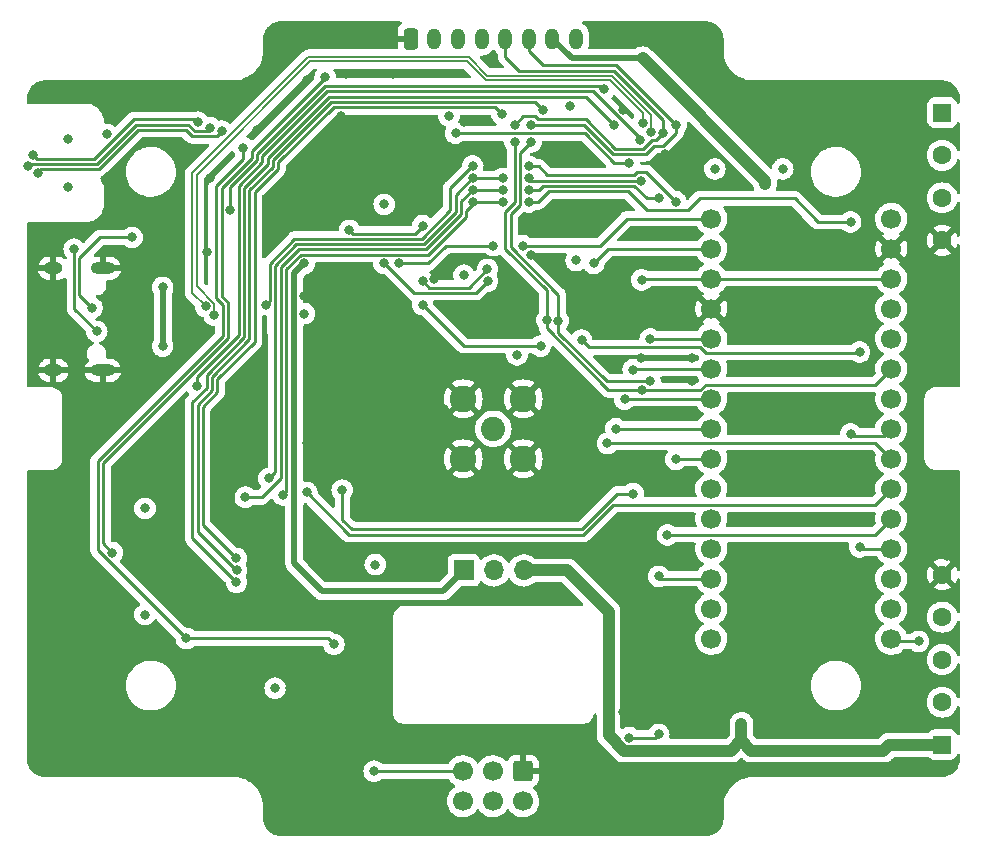
<source format=gbr>
%TF.GenerationSoftware,KiCad,Pcbnew,5.99.0-unknown-36d11f745e~142~ubuntu20.04.1*%
%TF.CreationDate,2021-10-28T09:57:52+02:00*%
%TF.ProjectId,Main_PCB_2,4d61696e-5f50-4434-925f-322e6b696361,rev?*%
%TF.SameCoordinates,Original*%
%TF.FileFunction,Copper,L4,Bot*%
%TF.FilePolarity,Positive*%
%FSLAX46Y46*%
G04 Gerber Fmt 4.6, Leading zero omitted, Abs format (unit mm)*
G04 Created by KiCad (PCBNEW 5.99.0-unknown-36d11f745e~142~ubuntu20.04.1) date 2021-10-28 09:57:52*
%MOMM*%
%LPD*%
G01*
G04 APERTURE LIST*
G04 Aperture macros list*
%AMRoundRect*
0 Rectangle with rounded corners*
0 $1 Rounding radius*
0 $2 $3 $4 $5 $6 $7 $8 $9 X,Y pos of 4 corners*
0 Add a 4 corners polygon primitive as box body*
4,1,4,$2,$3,$4,$5,$6,$7,$8,$9,$2,$3,0*
0 Add four circle primitives for the rounded corners*
1,1,$1+$1,$2,$3*
1,1,$1+$1,$4,$5*
1,1,$1+$1,$6,$7*
1,1,$1+$1,$8,$9*
0 Add four rect primitives between the rounded corners*
20,1,$1+$1,$2,$3,$4,$5,0*
20,1,$1+$1,$4,$5,$6,$7,0*
20,1,$1+$1,$6,$7,$8,$9,0*
20,1,$1+$1,$8,$9,$2,$3,0*%
G04 Aperture macros list end*
%TA.AperFunction,ComponentPad*%
%ADD10RoundRect,0.250000X-0.600000X0.600000X-0.600000X-0.600000X0.600000X-0.600000X0.600000X0.600000X0*%
%TD*%
%TA.AperFunction,ComponentPad*%
%ADD11C,1.700000*%
%TD*%
%TA.AperFunction,ComponentPad*%
%ADD12O,1.600000X1.000000*%
%TD*%
%TA.AperFunction,ComponentPad*%
%ADD13O,2.100000X1.000000*%
%TD*%
%TA.AperFunction,ComponentPad*%
%ADD14RoundRect,0.250000X-0.550000X0.550000X-0.550000X-0.550000X0.550000X-0.550000X0.550000X0.550000X0*%
%TD*%
%TA.AperFunction,ComponentPad*%
%ADD15C,1.600000*%
%TD*%
%TA.AperFunction,ComponentPad*%
%ADD16R,1.700000X1.700000*%
%TD*%
%TA.AperFunction,ComponentPad*%
%ADD17O,1.700000X1.700000*%
%TD*%
%TA.AperFunction,ComponentPad*%
%ADD18RoundRect,0.250000X0.550000X-0.550000X0.550000X0.550000X-0.550000X0.550000X-0.550000X-0.550000X0*%
%TD*%
%TA.AperFunction,ComponentPad*%
%ADD19RoundRect,0.250000X-0.350000X-0.650000X0.350000X-0.650000X0.350000X0.650000X-0.350000X0.650000X0*%
%TD*%
%TA.AperFunction,ComponentPad*%
%ADD20O,1.200000X1.800000*%
%TD*%
%TA.AperFunction,ComponentPad*%
%ADD21C,2.050000*%
%TD*%
%TA.AperFunction,ComponentPad*%
%ADD22C,2.250000*%
%TD*%
%TA.AperFunction,ViaPad*%
%ADD23C,0.800000*%
%TD*%
%TA.AperFunction,Conductor*%
%ADD24C,0.250000*%
%TD*%
%TA.AperFunction,Conductor*%
%ADD25C,0.500000*%
%TD*%
%TA.AperFunction,Conductor*%
%ADD26C,0.200000*%
%TD*%
%TA.AperFunction,Conductor*%
%ADD27C,1.000000*%
%TD*%
G04 APERTURE END LIST*
D10*
%TO.P,J2,1,Pin_1*%
%TO.N,GND*%
X111500000Y-127000000D03*
D11*
%TO.P,J2,2,Pin_2*%
%TO.N,VCC*%
X111500000Y-129540000D03*
%TO.P,J2,3,Pin_3*%
%TO.N,/IC2_MoistureSensor_SCL1*%
X108960000Y-127000000D03*
%TO.P,J2,4,Pin_4*%
%TO.N,/IC2_MoistureSensor_SDA1*%
X108960000Y-129540000D03*
%TO.P,J2,5,Pin_5*%
%TO.N,/IC2_MoistureSensor_SCL2*%
X106420000Y-127000000D03*
%TO.P,J2,6,Pin_6*%
%TO.N,/IC2_MoistureSensor_SDA2*%
X106420000Y-129540000D03*
%TD*%
D12*
%TO.P,J3,S1,SHIELD*%
%TO.N,GND*%
X71750000Y-84430000D03*
D13*
X75930000Y-84430000D03*
X75930000Y-93070000D03*
D12*
X71750000Y-93070000D03*
%TD*%
D11*
%TO.P,U6,1,PA9*%
%TO.N,/D1_TX*%
X127450000Y-80220000D03*
%TO.P,U6,2,PA10*%
%TO.N,/D0_TX*%
X127450000Y-82760000D03*
%TO.P,U6,3,NRST*%
%TO.N,/Reset*%
X127450000Y-85300000D03*
%TO.P,U6,4,GND*%
%TO.N,GND*%
X127450000Y-87840000D03*
%TO.P,U6,5,PA12*%
%TO.N,/SPI_LORA_MOSI*%
X127450000Y-90380000D03*
%TO.P,U6,6,PB0*%
%TO.N,/SPI_LORA_NSS*%
X127450000Y-92920000D03*
%TO.P,U6,7,PB7*%
%TO.N,/IC2_MoistureSensor_SDA2*%
X127450000Y-95460000D03*
%TO.P,U6,8,PB6*%
%TO.N,/IC2_MoistureSensor_SCL2*%
X127450000Y-98000000D03*
%TO.P,U6,9,PB1*%
%TO.N,/TempAlert*%
X127450000Y-100540000D03*
%TO.P,U6,10,nc*%
%TO.N,unconnected-(U6-Pad10)*%
X127450000Y-103080000D03*
%TO.P,U6,11,nc*%
%TO.N,unconnected-(U6-Pad11)*%
X127450000Y-105620000D03*
%TO.P,U6,12,PA8*%
%TO.N,/D9*%
X127450000Y-108160000D03*
%TO.P,U6,13,PA11*%
%TO.N,/SPI_LORA_MISO*%
X127450000Y-110700000D03*
%TO.P,U6,14,PB5*%
%TO.N,unconnected-(U6-Pad14)*%
X127450000Y-113240000D03*
%TO.P,U6,15,PB4*%
%TO.N,/IC2_MoistureSensor_SDA1*%
X127450000Y-115780000D03*
%TO.P,U6,16,PB3*%
%TO.N,/LED*%
X142690000Y-115780000D03*
%TO.P,U6,17,3V3*%
%TO.N,VCC*%
X142690000Y-113240000D03*
%TO.P,U6,18,AREF*%
%TO.N,unconnected-(U6-Pad18)*%
X142690000Y-110700000D03*
%TO.P,U6,19,PA0*%
%TO.N,/bat_voltage*%
X142690000Y-108160000D03*
%TO.P,U6,20,PA1*%
%TO.N,/LORA_DIO0*%
X142690000Y-105620000D03*
%TO.P,U6,21,PA3*%
%TO.N,/LORA_DIO1*%
X142690000Y-103080000D03*
%TO.P,U6,22,PA4*%
%TO.N,Lora-Reset*%
X142690000Y-100540000D03*
%TO.P,U6,23,PA5*%
%TO.N,/SPI_LORA_SCK*%
X142690000Y-98000000D03*
%TO.P,U6,24,PA6*%
%TO.N,unconnected-(U6-Pad24)*%
X142690000Y-95460000D03*
%TO.P,U6,25,PA7*%
%TO.N,/IC2_MoistureSensor_SCL1*%
X142690000Y-92920000D03*
%TO.P,U6,26,PA2*%
%TO.N,unconnected-(U6-Pad26)*%
X142690000Y-90380000D03*
%TO.P,U6,27,5V*%
%TO.N,unconnected-(U6-Pad27)*%
X142690000Y-87840000D03*
%TO.P,U6,28,NRST*%
%TO.N,/Reset*%
X142690000Y-85300000D03*
%TO.P,U6,29,GND*%
%TO.N,GND*%
X142690000Y-82760000D03*
%TO.P,U6,30,VIN*%
%TO.N,unconnected-(U6-Pad30)*%
X142690000Y-80220000D03*
%TD*%
D14*
%TO.P,REF\u002A\u002A,1*%
%TO.N,VBAT*%
X147000000Y-71250000D03*
D15*
%TO.P,REF\u002A\u002A,2*%
%TO.N,/LED*%
X147000000Y-74850000D03*
%TO.P,REF\u002A\u002A,3*%
%TO.N,VCC*%
X147000000Y-78450000D03*
%TO.P,REF\u002A\u002A,4*%
%TO.N,GND*%
X147000000Y-82050000D03*
%TD*%
D16*
%TO.P,J4,1,Pin_1*%
%TO.N,/usb3v3*%
X106500000Y-110000000D03*
D17*
%TO.P,J4,2,Pin_2*%
%TO.N,VCC*%
X109040000Y-110000000D03*
%TO.P,J4,3,Pin_3*%
%TO.N,/battery*%
X111580000Y-110000000D03*
%TD*%
D18*
%TO.P,REF\u002A\u002A,1*%
%TO.N,/battery*%
X147000000Y-124750000D03*
D15*
%TO.P,REF\u002A\u002A,2*%
%TO.N,/IC2_MoistureSensor_SCL1*%
X147000000Y-121150000D03*
%TO.P,REF\u002A\u002A,3*%
%TO.N,/IC2_MoistureSensor_SDA1*%
X147000000Y-117550000D03*
%TO.P,REF\u002A\u002A,4*%
%TO.N,VCC*%
X147000000Y-113950000D03*
%TO.P,REF\u002A\u002A,5*%
%TO.N,GND*%
X147000000Y-110350000D03*
%TD*%
D19*
%TO.P,J5,1,Pin_1*%
%TO.N,GND*%
X102000000Y-65000000D03*
D20*
%TO.P,J5,2,Pin_2*%
%TO.N,VCC*%
X104000000Y-65000000D03*
%TO.P,J5,3,Pin_3*%
%TO.N,unconnected-(J5-Pad3)*%
X106000000Y-65000000D03*
%TO.P,J5,4,Pin_4*%
%TO.N,/LED*%
X108000000Y-65000000D03*
%TO.P,J5,5,Pin_5*%
%TO.N,/IC2_MoistureSensor_SCL1*%
X110000000Y-65000000D03*
%TO.P,J5,6,Pin_6*%
%TO.N,/IC2_MoistureSensor_SDA1*%
X112000000Y-65000000D03*
%TO.P,J5,7,Pin_7*%
%TO.N,/battery*%
X114000000Y-65000000D03*
%TO.P,J5,8,Pin_8*%
%TO.N,VBAT*%
X116000000Y-65000000D03*
%TD*%
D21*
%TO.P,J1,1,In*%
%TO.N,Net-(J1-Pad1)*%
X109000000Y-98000000D03*
D22*
%TO.P,J1,2,Ext*%
%TO.N,GND*%
X106460000Y-100540000D03*
X111540000Y-95460000D03*
X106460000Y-95460000D03*
X111540000Y-100540000D03*
%TD*%
D23*
%TO.N,/IC2_MoistureSensor_SCL1*%
X70424834Y-76320189D03*
X110800000Y-72275500D03*
X110800000Y-73724500D03*
X113500000Y-88800000D03*
X86000000Y-72800000D03*
X121551000Y-94735500D03*
X123400000Y-73000000D03*
%TO.N,/IC2_MoistureSensor_SDA1*%
X114500000Y-88843738D03*
X120500000Y-124150500D03*
X112200000Y-72275500D03*
X85000000Y-72500000D03*
X123000000Y-123875500D03*
X122275500Y-94000000D03*
X124500000Y-72250000D03*
X112200000Y-73724500D03*
X69612407Y-75737981D03*
%TO.N,/LORA_DIO0*%
X83875008Y-94375008D03*
X121400000Y-73570732D03*
X123724500Y-107000000D03*
%TO.N,VCC*%
X111000000Y-91750000D03*
X127750000Y-76000000D03*
X93000000Y-88250000D03*
X76269841Y-73069841D03*
X90520000Y-119970000D03*
X133500000Y-76000000D03*
X106500000Y-85000000D03*
X79500000Y-113750000D03*
X79500000Y-104750000D03*
X105237701Y-71500000D03*
X116000000Y-83750000D03*
X115500000Y-70674020D03*
X99000000Y-109500000D03*
X99750000Y-79000000D03*
%TO.N,/LORA_DIO1*%
X93200000Y-103400000D03*
X89750000Y-87500000D03*
X107250000Y-75750000D03*
%TO.N,/Reset*%
X120500000Y-75469263D03*
X105800000Y-72975000D03*
X95500000Y-116250000D03*
X87825980Y-74200000D03*
X83000000Y-115750000D03*
X121551000Y-85400000D03*
%TO.N,GND*%
X138000000Y-89500000D03*
X89000000Y-72750000D03*
X101600000Y-91800000D03*
X86000000Y-103750000D03*
X121400000Y-65000000D03*
X125000000Y-77500000D03*
X90250000Y-108000000D03*
X101900000Y-94300000D03*
X121000000Y-87000000D03*
X98400000Y-93400000D03*
X73000000Y-73500000D03*
X103600000Y-96000000D03*
X101600000Y-93100000D03*
X101600000Y-90500000D03*
X73000000Y-77500000D03*
X121000000Y-89500000D03*
X134250000Y-96500000D03*
X147400000Y-108800000D03*
X92200000Y-79600000D03*
X125800000Y-81500000D03*
X119500000Y-79000000D03*
X82750000Y-88750000D03*
X71000000Y-126000000D03*
X80750000Y-84000000D03*
X78000000Y-92000000D03*
X100500000Y-68000000D03*
X127000000Y-131000000D03*
X90000000Y-81000000D03*
X88250000Y-92750000D03*
X121500000Y-92000000D03*
X117000000Y-75500000D03*
X120012299Y-70987701D03*
X102600000Y-95300000D03*
X111750000Y-98000000D03*
X99200000Y-88600000D03*
X88500000Y-96250000D03*
X100000000Y-103000000D03*
X116000000Y-124000000D03*
X98700000Y-94800000D03*
X84750000Y-83000000D03*
X127000000Y-65000000D03*
X85000000Y-76750000D03*
X99200000Y-96100000D03*
X93020000Y-119970000D03*
X104000000Y-85325980D03*
X109000000Y-95250000D03*
X133250000Y-72250000D03*
X130000000Y-109000000D03*
X98250000Y-92000000D03*
X109000000Y-100750000D03*
X106500000Y-72000000D03*
X102800000Y-99200000D03*
X74100000Y-103100000D03*
X125800000Y-92000000D03*
X104800000Y-96300000D03*
X74100000Y-110150000D03*
X125800000Y-94000000D03*
X95520000Y-119970000D03*
X95400000Y-100600000D03*
X137500000Y-102000000D03*
X96098774Y-71565699D03*
X130000000Y-102000000D03*
X109000000Y-67000000D03*
X100100000Y-97300000D03*
X147400000Y-104400000D03*
X96500000Y-68000000D03*
X137500000Y-105500000D03*
X112192851Y-83307149D03*
X104400000Y-99600000D03*
X120000000Y-110500000D03*
X123501605Y-74759375D03*
X101400000Y-89300000D03*
X116000000Y-81000000D03*
X93250000Y-99250000D03*
X101400000Y-98400000D03*
X91000000Y-131000000D03*
X85250000Y-113750000D03*
X137500000Y-109000000D03*
X100400000Y-88600000D03*
X93000000Y-86750000D03*
X118000000Y-87000000D03*
X76200000Y-77000000D03*
X93250000Y-68500000D03*
X91770000Y-119970000D03*
X98000000Y-79000000D03*
X130000000Y-105500000D03*
X120000000Y-122000000D03*
X103000000Y-125500000D03*
%TO.N,/SPI_LORA_NSS*%
X120826500Y-93000000D03*
X120826500Y-103500497D03*
X96200000Y-103200000D03*
%TO.N,Lora-Reset*%
X99737788Y-83999989D03*
X108512299Y-85512299D03*
X118653000Y-99250000D03*
%TO.N,/SPI_LORA_MOSI*%
X112000000Y-76800497D03*
X121500000Y-77000000D03*
X107250000Y-76750497D03*
X109800000Y-76800000D03*
X89987701Y-102187701D03*
X122275500Y-90400000D03*
%TO.N,/SPI_LORA_MISO*%
X107250000Y-77750000D03*
X123000000Y-110500000D03*
X109800000Y-77800000D03*
X88000000Y-103800000D03*
X123000000Y-78500000D03*
X112000000Y-77800000D03*
%TO.N,/SPI_LORA_SCK*%
X107250000Y-78774599D03*
X91200000Y-103600000D03*
X139250000Y-80500000D03*
X109812299Y-78800000D03*
X139250000Y-98450011D03*
X112000000Y-78812051D03*
%TO.N,/D0_TX*%
X108500000Y-84500000D03*
X117500000Y-84000000D03*
X103000000Y-85500000D03*
%TO.N,/D1_TX*%
X109000000Y-82500000D03*
X111500000Y-82500000D03*
X101000000Y-84000000D03*
%TO.N,VBAT*%
X118400000Y-69225009D03*
X86724500Y-79500000D03*
%TO.N,/IC2_MoistureSensor_SCL2*%
X119377500Y-98000000D03*
X98900000Y-127000000D03*
%TO.N,/IC2_MoistureSensor_SDA2*%
X120102000Y-95500000D03*
%TO.N,/SWDIO*%
X87250000Y-111000000D03*
X119250000Y-72325499D03*
%TO.N,/SWCLK*%
X87262299Y-109987701D03*
X113200000Y-71000000D03*
%TO.N,/SWO*%
X87249854Y-108988276D03*
X109727141Y-71376460D03*
%TO.N,/TempAlert*%
X84000000Y-72050491D03*
X69988190Y-74811810D03*
X112000000Y-75800000D03*
X124449000Y-78775500D03*
X124449000Y-100600000D03*
%TO.N,+5V*%
X81000000Y-91000000D03*
X81000000Y-86037500D03*
%TO.N,Net-(J3-PadB5)*%
X75416609Y-89764620D03*
X73500000Y-82800000D03*
%TO.N,Net-(J3-PadA5)*%
X75010867Y-87760867D03*
X78400000Y-81800000D03*
%TO.N,USB+*%
X85371232Y-88395732D03*
X121628768Y-72128768D03*
%TO.N,USB-*%
X84628768Y-87653268D03*
X122371232Y-72871232D03*
%TO.N,/battery*%
X132000000Y-77250000D03*
X130000000Y-123000000D03*
%TO.N,/usb3v3*%
X93000000Y-84000000D03*
%TO.N,/boot0*%
X94750000Y-68252909D03*
X76750000Y-108500000D03*
%TO.N,/bat_voltage*%
X103000000Y-87500000D03*
X116476020Y-90500000D03*
X113000000Y-91000000D03*
X140000000Y-108000000D03*
X103009124Y-80809124D03*
X96800000Y-81202429D03*
X140000000Y-91500000D03*
%TO.N,/LED*%
X145000000Y-116000000D03*
%TD*%
D24*
%TO.N,/IC2_MoistureSensor_SCL1*%
X119295243Y-74295243D02*
X116800000Y-71800000D01*
X110000000Y-82774614D02*
X113500000Y-86274614D01*
X111175961Y-67675961D02*
X110000000Y-66500000D01*
X121551000Y-94735500D02*
X118735500Y-94735500D01*
X82988218Y-72699040D02*
X83513699Y-73224522D01*
X119227749Y-67675961D02*
X111175961Y-67675961D01*
X118735500Y-94735500D02*
X113500000Y-89500000D01*
X126513490Y-94735500D02*
X126963501Y-94285489D01*
X123400000Y-73000000D02*
X122804257Y-73595743D01*
X110800000Y-73724500D02*
X110800000Y-78836913D01*
X122404257Y-73595743D02*
X121704757Y-74295243D01*
X110000000Y-79636913D02*
X110000000Y-82774614D01*
X113500000Y-89500000D02*
X113500000Y-88800000D01*
X112749114Y-71800000D02*
X112500103Y-71550989D01*
X78936678Y-72699040D02*
X82988218Y-72699040D01*
X112500103Y-71550989D02*
X111524511Y-71550989D01*
X70424834Y-76320189D02*
X70699814Y-76045209D01*
X75590508Y-76045209D02*
X78936678Y-72699040D01*
X110800000Y-78836913D02*
X110000000Y-79636913D01*
X85575478Y-73224522D02*
X86000000Y-72800000D01*
X141324511Y-94285489D02*
X142690000Y-92920000D01*
X113500000Y-86274614D02*
X113500000Y-88800000D01*
X83513699Y-73224522D02*
X85575478Y-73224522D01*
X122804257Y-73595743D02*
X122404257Y-73595743D01*
X116800000Y-71800000D02*
X112749114Y-71800000D01*
X110000000Y-66500000D02*
X110000000Y-65000000D01*
X121704757Y-74295243D02*
X119295243Y-74295243D01*
X111524511Y-71550989D02*
X110800000Y-72275500D01*
X121551000Y-94735500D02*
X126513490Y-94735500D01*
X123400000Y-71848212D02*
X119227749Y-67675961D01*
X123400000Y-73000000D02*
X123400000Y-71848212D01*
X126963501Y-94285489D02*
X141324511Y-94285489D01*
X70699814Y-76045209D02*
X75590508Y-76045209D01*
%TO.N,/IC2_MoistureSensor_SDA1*%
X122275500Y-94000000D02*
X118635718Y-94000000D01*
X116639782Y-72275500D02*
X112200000Y-72275500D01*
X120500000Y-124150500D02*
X122725000Y-124150500D01*
X111249520Y-79023111D02*
X110449520Y-79823111D01*
X122590455Y-74045263D02*
X121890954Y-74744763D01*
X112200000Y-73724500D02*
X111249520Y-74674980D01*
X119109045Y-74744763D02*
X116639782Y-72275500D01*
X124437506Y-72250000D02*
X119413947Y-67226441D01*
X69612407Y-75737981D02*
X69754699Y-75595689D01*
X84724998Y-72775002D02*
X85000000Y-72500000D01*
X83174415Y-72249520D02*
X83699897Y-72775002D01*
X112000000Y-66000000D02*
X112000000Y-65000000D01*
X124500000Y-72250000D02*
X124437506Y-72250000D01*
X121890954Y-74744763D02*
X119109045Y-74744763D01*
X83699897Y-72775002D02*
X84724998Y-72775002D01*
X113226441Y-67226441D02*
X112000000Y-66000000D01*
X118635718Y-94000000D02*
X114500000Y-89864282D01*
X111249520Y-74674980D02*
X111249520Y-79023111D01*
X123379351Y-74045263D02*
X122590455Y-74045263D01*
X114500000Y-86638896D02*
X114500000Y-88843738D01*
X119413947Y-67226441D02*
X113226441Y-67226441D01*
X75404311Y-75595689D02*
X78750480Y-72249520D01*
X110449520Y-79823111D02*
X110449520Y-82588416D01*
X124500000Y-72924614D02*
X123379351Y-74045263D01*
X69754699Y-75595689D02*
X75404311Y-75595689D01*
X114500000Y-89864282D02*
X114500000Y-88843738D01*
X124500000Y-72250000D02*
X124500000Y-72924614D01*
X78750480Y-72249520D02*
X83174415Y-72249520D01*
X110449520Y-82588416D02*
X114500000Y-86638896D01*
X122725000Y-124150500D02*
X123000000Y-123875500D01*
%TO.N,/LORA_DIO0*%
X123739011Y-106985489D02*
X123724500Y-107000000D01*
X117426929Y-69426929D02*
X94915918Y-69426929D01*
X87449520Y-77436198D02*
X87449520Y-90071916D01*
X87449520Y-90071916D02*
X83875008Y-93646428D01*
X141324511Y-106985489D02*
X127514511Y-106985489D01*
X89449520Y-74893327D02*
X89449520Y-75436198D01*
X94915918Y-69426929D02*
X89449520Y-74893327D01*
X89449520Y-75436198D02*
X87449520Y-77436198D01*
X142690000Y-105620000D02*
X141324511Y-106985489D01*
X121400000Y-73570732D02*
X121400000Y-73400000D01*
X127514511Y-106985489D02*
X123739011Y-106985489D01*
X83875008Y-93646428D02*
X83875008Y-94375008D01*
X121400000Y-73400000D02*
X117426929Y-69426929D01*
%TO.N,/LORA_DIO1*%
X89750000Y-87500000D02*
X90050480Y-87199520D01*
X102915917Y-81926929D02*
X105350960Y-79491886D01*
X105350960Y-77624923D02*
X107225883Y-75750000D01*
X90050480Y-87199520D02*
X90050480Y-84017753D01*
X92141304Y-81926929D02*
X102915917Y-81926929D01*
X142690000Y-103080000D02*
X141324511Y-104445489D01*
X119165615Y-104445489D02*
X116611104Y-107000000D01*
X141324511Y-104445489D02*
X119165615Y-104445489D01*
X105350960Y-79491886D02*
X105350960Y-77624923D01*
X96800000Y-107000000D02*
X93200000Y-103400000D01*
X107225883Y-75750000D02*
X107250000Y-75750000D01*
X116611104Y-107000000D02*
X96800000Y-107000000D01*
X90050480Y-84017753D02*
X92141304Y-81926929D01*
%TO.N,/Reset*%
X116728564Y-73000000D02*
X105825000Y-73000000D01*
X119197827Y-75469263D02*
X116728564Y-73000000D01*
X83000000Y-115750000D02*
X95000000Y-115750000D01*
X85500000Y-77478565D02*
X85500000Y-86934879D01*
X87825980Y-74200000D02*
X87825980Y-75152585D01*
X142690000Y-85300000D02*
X127450000Y-85300000D01*
X82975386Y-115750000D02*
X83000000Y-115750000D01*
X87825980Y-75152585D02*
X85500000Y-77478565D01*
X85500000Y-86934879D02*
X86095743Y-87530622D01*
X86095743Y-87530622D02*
X86095743Y-90154257D01*
X121651000Y-85300000D02*
X127450000Y-85300000D01*
X105825000Y-73000000D02*
X105800000Y-72975000D01*
X86095743Y-90154257D02*
X75500000Y-100750000D01*
X95000000Y-115750000D02*
X95500000Y-116250000D01*
X121551000Y-85400000D02*
X121651000Y-85300000D01*
X75500000Y-108274614D02*
X82975386Y-115750000D01*
X75500000Y-100750000D02*
X75500000Y-108274614D01*
X120500000Y-75469263D02*
X119197827Y-75469263D01*
%TO.N,/SPI_LORA_NSS*%
X119474889Y-103500497D02*
X120826500Y-103500497D01*
X96200000Y-105700000D02*
X97000000Y-106500000D01*
X96200000Y-103200000D02*
X96200000Y-105700000D01*
X120906500Y-92920000D02*
X127450000Y-92920000D01*
X116475386Y-106500000D02*
X119474889Y-103500497D01*
X120826500Y-93000000D02*
X120906500Y-92920000D01*
X97000000Y-106500000D02*
X116475386Y-106500000D01*
%TO.N,Lora-Reset*%
X118653000Y-99250000D02*
X118728489Y-99174511D01*
X118728489Y-99174511D02*
X141324511Y-99174511D01*
X107524598Y-86500000D02*
X102237799Y-86500000D01*
X108512299Y-85512299D02*
X107524598Y-86500000D01*
X102237799Y-86500000D02*
X99737788Y-83999989D01*
X141324511Y-99174511D02*
X142690000Y-100540000D01*
%TO.N,/SPI_LORA_MOSI*%
X90500000Y-84203951D02*
X92327502Y-82376449D01*
X112199503Y-77000000D02*
X121500000Y-77000000D01*
X103102115Y-82376449D02*
X105800480Y-79678084D01*
X107224889Y-76750497D02*
X107250000Y-76750497D01*
X89987701Y-102187701D02*
X90550480Y-101624922D01*
X92327502Y-82376449D02*
X103102115Y-82376449D01*
X90550480Y-89936198D02*
X90500000Y-89885718D01*
X105800480Y-78174906D02*
X107224889Y-76750497D01*
X105800480Y-79678084D02*
X105800480Y-78174906D01*
X122295500Y-90380000D02*
X127450000Y-90380000D01*
X109800000Y-76800000D02*
X107299503Y-76800000D01*
X112000000Y-76800497D02*
X112199503Y-77000000D01*
X122275500Y-90400000D02*
X122295500Y-90380000D01*
X90550480Y-101624922D02*
X90550480Y-89936198D01*
X107299503Y-76800000D02*
X107250000Y-76750497D01*
X90500000Y-89885718D02*
X90500000Y-84203951D01*
%TO.N,/SPI_LORA_MISO*%
X92513700Y-82825969D02*
X103288313Y-82825969D01*
X113175591Y-77449520D02*
X120924906Y-77449520D01*
X112825111Y-77800000D02*
X113175591Y-77449520D01*
X123000000Y-110500000D02*
X123200000Y-110700000D01*
X91000000Y-102200000D02*
X91000000Y-84339669D01*
X112000000Y-77800000D02*
X112825111Y-77800000D01*
X88000000Y-103800000D02*
X89400000Y-103800000D01*
X103288313Y-82825969D02*
X106250000Y-79864282D01*
X123200000Y-110700000D02*
X127450000Y-110700000D01*
X109800000Y-77800000D02*
X109750000Y-77750000D01*
X89400000Y-103800000D02*
X91000000Y-102200000D01*
X91000000Y-84339669D02*
X92513700Y-82825969D01*
X106250000Y-78750000D02*
X107250000Y-77750000D01*
X106250000Y-79864282D02*
X106250000Y-78750000D01*
X121975386Y-78500000D02*
X123000000Y-78500000D01*
X109750000Y-77750000D02*
X107250000Y-77750000D01*
X120924906Y-77449520D02*
X121975386Y-78500000D01*
%TO.N,/SPI_LORA_SCK*%
X139399989Y-98600000D02*
X142090000Y-98600000D01*
X91474511Y-103325489D02*
X91474511Y-84500875D01*
X113725574Y-77899040D02*
X120399040Y-77899040D01*
X142090000Y-98600000D02*
X142690000Y-98000000D01*
X107250000Y-78999999D02*
X107250000Y-78774599D01*
X125500000Y-79500000D02*
X126500000Y-78500000D01*
X126500000Y-78500000D02*
X134500000Y-78500000D01*
X112812563Y-78812051D02*
X113725574Y-77899040D01*
X103474510Y-83275489D02*
X106699520Y-80050479D01*
X134500000Y-78500000D02*
X136500000Y-80500000D01*
X122000000Y-79500000D02*
X125500000Y-79500000D01*
X91200000Y-103600000D02*
X91474511Y-103325489D01*
X112000000Y-78812051D02*
X112812563Y-78812051D01*
X106699520Y-79550479D02*
X107250000Y-78999999D01*
X106699520Y-80050479D02*
X106699520Y-79550479D01*
X92699897Y-83275489D02*
X103474510Y-83275489D01*
X139250000Y-98450011D02*
X139399989Y-98600000D01*
X109812299Y-78800000D02*
X109786898Y-78774599D01*
X120399040Y-77899040D02*
X122000000Y-79500000D01*
X136500000Y-80500000D02*
X139250000Y-80500000D01*
X109786898Y-78774599D02*
X107250000Y-78774599D01*
X91474511Y-84500875D02*
X92699897Y-83275489D01*
%TO.N,/D0_TX*%
X118740000Y-82760000D02*
X127450000Y-82760000D01*
X103000000Y-85500000D02*
X103550480Y-86050480D01*
X117500000Y-84000000D02*
X118740000Y-82760000D01*
X106949520Y-86050480D02*
X108500000Y-84500000D01*
X103550480Y-86050480D02*
X106949520Y-86050480D01*
%TO.N,/D1_TX*%
X103500000Y-84000000D02*
X105000000Y-82500000D01*
X111500000Y-82500000D02*
X118000000Y-82500000D01*
X120280000Y-80220000D02*
X127450000Y-80220000D01*
X105000000Y-82500000D02*
X109000000Y-82500000D01*
X101000000Y-84000000D02*
X103500000Y-84000000D01*
X118000000Y-82500000D02*
X120280000Y-80220000D01*
%TO.N,VBAT*%
X89000000Y-74707130D02*
X94729721Y-68977409D01*
X86724500Y-77525500D02*
X89000000Y-75250000D01*
X118152400Y-68977409D02*
X118400000Y-69225009D01*
X89000000Y-75250000D02*
X89000000Y-74707130D01*
X94729721Y-68977409D02*
X118152400Y-68977409D01*
X86724500Y-79500000D02*
X86724500Y-77525500D01*
%TO.N,/IC2_MoistureSensor_SCL2*%
X98900000Y-127000000D02*
X106420000Y-127000000D01*
X119377500Y-98000000D02*
X127450000Y-98000000D01*
%TO.N,/IC2_MoistureSensor_SDA2*%
X120102000Y-95500000D02*
X120142000Y-95460000D01*
X120142000Y-95460000D02*
X127450000Y-95460000D01*
%TO.N,/SWDIO*%
X83500000Y-107250000D02*
X83500000Y-95774614D01*
X116800950Y-69876449D02*
X119250000Y-72325499D01*
X87899040Y-90258114D02*
X87899040Y-77622396D01*
X83500000Y-95774614D02*
X84724511Y-94550103D01*
X89899040Y-75079525D02*
X95102116Y-69876449D01*
X87250000Y-111000000D02*
X83500000Y-107250000D01*
X84724511Y-93432643D02*
X87899040Y-90258114D01*
X89899040Y-75622395D02*
X89899040Y-75079525D01*
X95102116Y-69876449D02*
X116800950Y-69876449D01*
X87899040Y-77622396D02*
X89899040Y-75622395D01*
X84724511Y-94550103D02*
X84724511Y-93432643D01*
%TO.N,/SWCLK*%
X90348560Y-75808593D02*
X88348560Y-77808594D01*
X85174031Y-93618841D02*
X85174031Y-94736300D01*
X88348560Y-77808594D02*
X88348560Y-90444311D01*
X83949520Y-106712556D02*
X87224665Y-109987701D01*
X113200000Y-71000000D02*
X112525969Y-70325969D01*
X87224665Y-109987701D02*
X87262299Y-109987701D01*
X85174031Y-94736300D02*
X83949520Y-95960812D01*
X90348560Y-75265722D02*
X90348560Y-75808593D01*
X83949520Y-95960812D02*
X83949520Y-106712556D01*
X95288313Y-70325969D02*
X90348560Y-75265722D01*
X112525969Y-70325969D02*
X95288313Y-70325969D01*
X88348560Y-90444311D02*
X85174031Y-93618841D01*
%TO.N,/SWO*%
X109126170Y-70775489D02*
X95474511Y-70775489D01*
X109727141Y-71376460D02*
X109126170Y-70775489D01*
X88798080Y-78000000D02*
X88798080Y-90630508D01*
X85623551Y-93805037D02*
X85623551Y-94922499D01*
X95474511Y-70775489D02*
X90798080Y-75451920D01*
X88798080Y-90630508D02*
X85623551Y-93805037D01*
X84399040Y-96147010D02*
X84399040Y-106137462D01*
X84399040Y-106137462D02*
X87249854Y-108988276D01*
X90798080Y-76000000D02*
X88798080Y-78000000D01*
X85623551Y-94922499D02*
X84399040Y-96147010D01*
X90798080Y-75451920D02*
X90798080Y-76000000D01*
%TO.N,/TempAlert*%
X124509000Y-100540000D02*
X127450000Y-100540000D01*
X120924906Y-76550480D02*
X121199897Y-76275489D01*
X113574597Y-76550480D02*
X120924906Y-76550480D01*
X121948989Y-76275489D02*
X124449000Y-78775500D01*
X112000000Y-75800000D02*
X112824117Y-75800000D01*
X69988190Y-74811810D02*
X70322549Y-75146169D01*
X70322549Y-75146169D02*
X75218113Y-75146169D01*
X75218113Y-75146169D02*
X78564283Y-71800000D01*
X83749509Y-71800000D02*
X84000000Y-72050491D01*
X78564283Y-71800000D02*
X83749509Y-71800000D01*
X112824117Y-75800000D02*
X113574597Y-76550480D01*
X121199897Y-76275489D02*
X121948989Y-76275489D01*
X124449000Y-100600000D02*
X124509000Y-100540000D01*
D25*
%TO.N,+5V*%
X81000000Y-91000000D02*
X81000000Y-86037500D01*
D24*
%TO.N,Net-(J3-PadB5)*%
X73500000Y-87848011D02*
X75416609Y-89764620D01*
X73500000Y-82800000D02*
X73500000Y-87848011D01*
%TO.N,Net-(J3-PadA5)*%
X73949520Y-86699520D02*
X75010867Y-87760867D01*
X78400000Y-81800000D02*
X75700000Y-81800000D01*
X73949520Y-83550480D02*
X73949520Y-86699520D01*
X75700000Y-81800000D02*
X73949520Y-83550480D01*
D26*
%TO.N,USB+*%
X85371232Y-88395732D02*
X85371232Y-87406473D01*
X83899520Y-76506386D02*
X93506386Y-66899520D01*
X118886420Y-68500000D02*
X121628768Y-71242348D01*
X93506386Y-66899520D02*
X106734514Y-66899520D01*
X83899520Y-85934761D02*
X83899520Y-76506386D01*
X106734514Y-66899520D02*
X108334993Y-68499999D01*
X85371232Y-87406473D02*
X83899520Y-85934761D01*
X121628768Y-71242348D02*
X121628768Y-72128768D01*
X108334993Y-68499999D02*
X118886420Y-68500000D01*
%TO.N,USB-*%
X83500000Y-76340900D02*
X93340900Y-66500000D01*
X83500000Y-86524500D02*
X83500000Y-76340900D01*
X106900000Y-66500000D02*
X108500480Y-68100480D01*
X122371232Y-71419806D02*
X122371232Y-72871232D01*
X93340900Y-66500000D02*
X106900000Y-66500000D01*
X84628768Y-87653268D02*
X83500000Y-86524500D01*
X108500480Y-68100480D02*
X119051906Y-68100480D01*
X119051906Y-68100480D02*
X122371232Y-71419806D01*
D27*
%TO.N,/battery*%
X130000000Y-123000000D02*
X130000000Y-124400000D01*
D25*
X121651921Y-66651921D02*
X115651921Y-66651921D01*
D27*
X142500000Y-124750000D02*
X147000000Y-124750000D01*
X130000000Y-124400000D02*
X129149989Y-125250011D01*
X142000000Y-125250000D02*
X142500000Y-124750000D01*
X120044567Y-125250011D02*
X118750000Y-123955444D01*
X115250000Y-110000000D02*
X111580000Y-110000000D01*
D25*
X115651921Y-66651921D02*
X114000000Y-65000000D01*
D27*
X118750000Y-113500000D02*
X115250000Y-110000000D01*
X130000000Y-124400000D02*
X130850000Y-125250000D01*
X130850000Y-125250000D02*
X142000000Y-125250000D01*
X118750000Y-123955444D02*
X118750000Y-113500000D01*
X132000000Y-77000000D02*
X121651921Y-66651921D01*
X129149989Y-125250011D02*
X120044567Y-125250011D01*
X132000000Y-77250000D02*
X132000000Y-77000000D01*
D25*
%TO.N,/usb3v3*%
X104750000Y-111750000D02*
X94500000Y-111750000D01*
X92150489Y-109400489D02*
X92150489Y-85099511D01*
X92150489Y-85099511D02*
X92150489Y-84849511D01*
X94500000Y-111750000D02*
X92150489Y-109400489D01*
X92150489Y-84849511D02*
X93000000Y-84000000D01*
X106500000Y-110000000D02*
X104750000Y-111750000D01*
D24*
%TO.N,/boot0*%
X75949520Y-107699520D02*
X76750000Y-108500000D01*
X86000000Y-86799162D02*
X86545263Y-87344425D01*
X94750000Y-68252909D02*
X94750000Y-68321412D01*
X88550480Y-74520932D02*
X88550480Y-75063803D01*
X86000000Y-77614283D02*
X86000000Y-86799162D01*
X94750000Y-68321412D02*
X88550480Y-74520932D01*
X86545263Y-87344425D02*
X86545263Y-90340455D01*
X88550480Y-75063803D02*
X86000000Y-77614283D01*
X86545263Y-90340455D02*
X75949520Y-100936198D01*
X75949520Y-100936198D02*
X75949520Y-107699520D01*
%TO.N,/bat_voltage*%
X126533501Y-91124511D02*
X117100531Y-91124511D01*
X126963501Y-91554511D02*
X126533501Y-91124511D01*
X96800000Y-81202429D02*
X97074980Y-81477409D01*
X102340839Y-81477409D02*
X103009124Y-80809124D01*
X103000000Y-87500000D02*
X106500000Y-91000000D01*
X139945489Y-91554511D02*
X126963501Y-91554511D01*
X97074980Y-81477409D02*
X98400000Y-81477409D01*
X140000000Y-91500000D02*
X139945489Y-91554511D01*
X117100531Y-91124511D02*
X116476020Y-90500000D01*
X142690000Y-108160000D02*
X140160000Y-108160000D01*
X140160000Y-108160000D02*
X140000000Y-108000000D01*
X98400000Y-81477409D02*
X102340839Y-81477409D01*
X106500000Y-91000000D02*
X113000000Y-91000000D01*
%TO.N,/LED*%
X142910000Y-116000000D02*
X142690000Y-115780000D01*
X145000000Y-116000000D02*
X142910000Y-116000000D01*
%TD*%
%TA.AperFunction,Conductor*%
%TO.N,GND*%
G36*
X82741744Y-73352542D02*
G01*
X82762719Y-73369445D01*
X83010048Y-73616775D01*
X83017587Y-73625060D01*
X83021699Y-73631540D01*
X83027476Y-73636965D01*
X83071367Y-73678181D01*
X83074209Y-73680936D01*
X83093929Y-73700656D01*
X83097124Y-73703134D01*
X83106146Y-73710840D01*
X83138378Y-73741108D01*
X83145327Y-73744928D01*
X83156131Y-73750868D01*
X83172655Y-73761721D01*
X83188658Y-73774135D01*
X83195933Y-73777283D01*
X83229227Y-73791691D01*
X83239887Y-73796913D01*
X83271697Y-73814401D01*
X83271700Y-73814402D01*
X83278639Y-73818217D01*
X83298268Y-73823257D01*
X83316954Y-73829655D01*
X83335553Y-73837703D01*
X83369203Y-73843033D01*
X83379230Y-73844621D01*
X83390843Y-73847026D01*
X83433669Y-73858022D01*
X83453922Y-73858022D01*
X83473632Y-73859573D01*
X83493641Y-73862742D01*
X83501533Y-73861996D01*
X83537659Y-73858581D01*
X83549517Y-73858022D01*
X84818139Y-73858022D01*
X84886260Y-73878024D01*
X84932753Y-73931680D01*
X84942857Y-74001954D01*
X84913363Y-74066534D01*
X84907234Y-74073117D01*
X83103766Y-75876585D01*
X83091375Y-75887452D01*
X83066013Y-75906913D01*
X83041526Y-75938825D01*
X83041523Y-75938828D01*
X83041517Y-75938836D01*
X82977267Y-76022568D01*
X82968476Y-76034024D01*
X82907162Y-76182049D01*
X82906839Y-76184501D01*
X82906085Y-76190226D01*
X82906085Y-76190227D01*
X82902766Y-76215438D01*
X82891500Y-76301015D01*
X82891500Y-76301020D01*
X82886250Y-76340900D01*
X82887328Y-76349088D01*
X82890422Y-76372590D01*
X82891500Y-76389036D01*
X82891500Y-86476364D01*
X82890422Y-86492807D01*
X82886250Y-86524500D01*
X82891500Y-86564380D01*
X82891500Y-86564385D01*
X82898776Y-86619650D01*
X82907162Y-86683351D01*
X82968476Y-86831376D01*
X82973503Y-86837927D01*
X82973504Y-86837929D01*
X83041520Y-86926569D01*
X83041526Y-86926575D01*
X83066013Y-86958487D01*
X83072568Y-86963517D01*
X83091379Y-86977952D01*
X83103770Y-86988819D01*
X83679049Y-87564098D01*
X83713075Y-87626410D01*
X83715609Y-87649984D01*
X83715264Y-87653268D01*
X83715954Y-87659833D01*
X83733544Y-87827188D01*
X83735226Y-87843196D01*
X83794241Y-88024824D01*
X83797544Y-88030546D01*
X83797545Y-88030547D01*
X83801238Y-88036944D01*
X83889728Y-88190212D01*
X83894146Y-88195119D01*
X83894147Y-88195120D01*
X84007759Y-88321299D01*
X84017515Y-88332134D01*
X84099905Y-88391994D01*
X84165612Y-88439733D01*
X84172016Y-88444386D01*
X84178044Y-88447070D01*
X84178046Y-88447071D01*
X84340449Y-88519377D01*
X84346480Y-88522062D01*
X84352941Y-88523435D01*
X84352946Y-88523437D01*
X84394071Y-88532179D01*
X84456545Y-88565907D01*
X84487707Y-88616489D01*
X84536705Y-88767288D01*
X84632192Y-88932676D01*
X84636610Y-88937583D01*
X84636611Y-88937584D01*
X84732251Y-89043803D01*
X84759979Y-89074598D01*
X84822698Y-89120166D01*
X84901307Y-89177279D01*
X84914480Y-89186850D01*
X84920508Y-89189534D01*
X84920510Y-89189535D01*
X85082913Y-89261841D01*
X85088944Y-89264526D01*
X85182345Y-89284379D01*
X85269288Y-89302860D01*
X85269293Y-89302860D01*
X85275745Y-89304232D01*
X85336243Y-89304232D01*
X85404364Y-89324234D01*
X85450857Y-89377890D01*
X85462243Y-89430232D01*
X85462243Y-89839662D01*
X85442241Y-89907783D01*
X85425338Y-89928757D01*
X75107747Y-100246348D01*
X75099461Y-100253888D01*
X75092982Y-100258000D01*
X75087557Y-100263777D01*
X75046357Y-100307651D01*
X75043602Y-100310493D01*
X75023865Y-100330230D01*
X75021385Y-100333427D01*
X75013682Y-100342447D01*
X74983414Y-100374679D01*
X74979595Y-100381625D01*
X74979593Y-100381628D01*
X74973652Y-100392434D01*
X74962801Y-100408953D01*
X74950386Y-100424959D01*
X74947241Y-100432228D01*
X74947238Y-100432232D01*
X74932826Y-100465537D01*
X74927609Y-100476187D01*
X74906305Y-100514940D01*
X74904334Y-100522615D01*
X74904334Y-100522616D01*
X74901267Y-100534562D01*
X74894863Y-100553266D01*
X74886819Y-100571855D01*
X74885580Y-100579678D01*
X74885577Y-100579688D01*
X74879901Y-100615524D01*
X74877495Y-100627144D01*
X74866500Y-100669970D01*
X74866500Y-100690224D01*
X74864949Y-100709934D01*
X74861780Y-100729943D01*
X74862526Y-100737835D01*
X74865941Y-100773961D01*
X74866500Y-100785819D01*
X74866500Y-108195847D01*
X74865973Y-108207030D01*
X74864298Y-108214523D01*
X74864547Y-108222449D01*
X74864547Y-108222450D01*
X74866438Y-108282600D01*
X74866500Y-108286559D01*
X74866500Y-108314470D01*
X74866997Y-108318404D01*
X74866997Y-108318405D01*
X74867005Y-108318470D01*
X74867938Y-108330307D01*
X74869327Y-108374503D01*
X74874978Y-108393953D01*
X74878987Y-108413314D01*
X74881526Y-108433411D01*
X74884445Y-108440782D01*
X74884445Y-108440784D01*
X74897804Y-108474526D01*
X74901649Y-108485756D01*
X74911771Y-108520597D01*
X74913982Y-108528207D01*
X74918015Y-108535026D01*
X74918017Y-108535031D01*
X74924293Y-108545642D01*
X74932988Y-108563390D01*
X74940448Y-108582231D01*
X74945110Y-108588647D01*
X74945110Y-108588648D01*
X74966436Y-108618001D01*
X74972952Y-108627921D01*
X74984978Y-108648255D01*
X74995458Y-108665976D01*
X75009779Y-108680297D01*
X75022619Y-108695330D01*
X75034528Y-108711721D01*
X75040634Y-108716772D01*
X75068605Y-108739912D01*
X75077384Y-108747902D01*
X79083217Y-112753735D01*
X79117243Y-112816047D01*
X79112178Y-112886862D01*
X79069631Y-112943698D01*
X79054738Y-112952440D01*
X79055000Y-112952894D01*
X79049280Y-112956197D01*
X79043248Y-112958882D01*
X79037907Y-112962762D01*
X79037906Y-112962763D01*
X79000068Y-112990254D01*
X78888747Y-113071134D01*
X78884326Y-113076044D01*
X78884325Y-113076045D01*
X78850013Y-113114153D01*
X78760960Y-113213056D01*
X78665473Y-113378444D01*
X78606458Y-113560072D01*
X78605768Y-113566633D01*
X78605768Y-113566635D01*
X78596035Y-113659237D01*
X78586496Y-113750000D01*
X78606458Y-113939928D01*
X78665473Y-114121556D01*
X78668776Y-114127278D01*
X78668777Y-114127279D01*
X78684120Y-114153854D01*
X78760960Y-114286944D01*
X78765378Y-114291851D01*
X78765379Y-114291852D01*
X78794214Y-114323876D01*
X78888747Y-114428866D01*
X79043248Y-114541118D01*
X79049276Y-114543802D01*
X79049278Y-114543803D01*
X79211681Y-114616109D01*
X79217712Y-114618794D01*
X79311113Y-114638647D01*
X79398056Y-114657128D01*
X79398061Y-114657128D01*
X79404513Y-114658500D01*
X79595487Y-114658500D01*
X79601939Y-114657128D01*
X79601944Y-114657128D01*
X79688887Y-114638647D01*
X79782288Y-114618794D01*
X79788319Y-114616109D01*
X79950722Y-114543803D01*
X79950724Y-114543802D01*
X79956752Y-114541118D01*
X80111253Y-114428866D01*
X80205786Y-114323876D01*
X80234621Y-114291852D01*
X80234622Y-114291851D01*
X80239040Y-114286944D01*
X80295071Y-114189897D01*
X80346452Y-114140904D01*
X80416166Y-114127468D01*
X80482077Y-114153854D01*
X80493284Y-114163802D01*
X82055769Y-115726287D01*
X82089795Y-115788599D01*
X82091983Y-115802208D01*
X82106458Y-115939928D01*
X82165473Y-116121556D01*
X82260960Y-116286944D01*
X82265378Y-116291851D01*
X82265379Y-116291852D01*
X82365909Y-116403502D01*
X82388747Y-116428866D01*
X82543248Y-116541118D01*
X82549276Y-116543802D01*
X82549278Y-116543803D01*
X82709799Y-116615271D01*
X82717712Y-116618794D01*
X82800226Y-116636333D01*
X82898056Y-116657128D01*
X82898061Y-116657128D01*
X82904513Y-116658500D01*
X83095487Y-116658500D01*
X83101939Y-116657128D01*
X83101944Y-116657128D01*
X83199774Y-116636333D01*
X83282288Y-116618794D01*
X83290201Y-116615271D01*
X83450722Y-116543803D01*
X83450724Y-116543802D01*
X83456752Y-116541118D01*
X83611253Y-116428866D01*
X83615668Y-116423963D01*
X83620580Y-116419540D01*
X83621705Y-116420789D01*
X83675014Y-116387949D01*
X83708200Y-116383500D01*
X94496579Y-116383500D01*
X94564700Y-116403502D01*
X94611193Y-116457158D01*
X94616412Y-116470563D01*
X94665473Y-116621556D01*
X94668776Y-116627278D01*
X94668777Y-116627279D01*
X94686803Y-116658500D01*
X94760960Y-116786944D01*
X94765378Y-116791851D01*
X94765379Y-116791852D01*
X94859723Y-116896632D01*
X94888747Y-116928866D01*
X95043248Y-117041118D01*
X95049276Y-117043802D01*
X95049278Y-117043803D01*
X95211681Y-117116109D01*
X95217712Y-117118794D01*
X95308591Y-117138111D01*
X95398056Y-117157128D01*
X95398061Y-117157128D01*
X95404513Y-117158500D01*
X95595487Y-117158500D01*
X95601939Y-117157128D01*
X95601944Y-117157128D01*
X95691409Y-117138111D01*
X95782288Y-117118794D01*
X95788319Y-117116109D01*
X95950722Y-117043803D01*
X95950724Y-117043802D01*
X95956752Y-117041118D01*
X96111253Y-116928866D01*
X96140277Y-116896632D01*
X96234621Y-116791852D01*
X96234622Y-116791851D01*
X96239040Y-116786944D01*
X96313197Y-116658500D01*
X96331223Y-116627279D01*
X96331224Y-116627278D01*
X96334527Y-116621556D01*
X96393542Y-116439928D01*
X96396096Y-116415634D01*
X96412814Y-116256565D01*
X96413504Y-116250000D01*
X96406950Y-116187639D01*
X96394232Y-116066635D01*
X96394232Y-116066633D01*
X96393542Y-116060072D01*
X96334527Y-115878444D01*
X96239040Y-115713056D01*
X96111253Y-115571134D01*
X95956752Y-115458882D01*
X95950724Y-115456198D01*
X95950722Y-115456197D01*
X95788319Y-115383891D01*
X95788318Y-115383891D01*
X95782288Y-115381206D01*
X95688887Y-115361353D01*
X95601944Y-115342872D01*
X95601939Y-115342872D01*
X95595487Y-115341500D01*
X95540309Y-115341500D01*
X95472188Y-115321498D01*
X95454058Y-115307352D01*
X95442349Y-115296357D01*
X95439505Y-115293600D01*
X95419770Y-115273865D01*
X95416573Y-115271385D01*
X95407551Y-115263680D01*
X95381100Y-115238841D01*
X95375321Y-115233414D01*
X95368375Y-115229595D01*
X95368372Y-115229593D01*
X95357566Y-115223652D01*
X95341047Y-115212801D01*
X95335994Y-115208882D01*
X95325041Y-115200386D01*
X95317772Y-115197241D01*
X95317768Y-115197238D01*
X95284463Y-115182826D01*
X95273813Y-115177609D01*
X95235060Y-115156305D01*
X95215437Y-115151267D01*
X95196734Y-115144863D01*
X95185420Y-115139967D01*
X95185419Y-115139967D01*
X95178145Y-115136819D01*
X95170322Y-115135580D01*
X95170312Y-115135577D01*
X95134476Y-115129901D01*
X95122856Y-115127495D01*
X95087711Y-115118472D01*
X95087710Y-115118472D01*
X95080030Y-115116500D01*
X95059776Y-115116500D01*
X95040065Y-115114949D01*
X95027886Y-115113020D01*
X95020057Y-115111780D01*
X95012165Y-115112526D01*
X94976039Y-115115941D01*
X94964181Y-115116500D01*
X83708200Y-115116500D01*
X83640079Y-115096498D01*
X83620853Y-115080157D01*
X83620580Y-115080460D01*
X83615668Y-115076037D01*
X83611253Y-115071134D01*
X83456752Y-114958882D01*
X83450724Y-114956198D01*
X83450722Y-114956197D01*
X83288319Y-114883891D01*
X83288318Y-114883891D01*
X83282288Y-114881206D01*
X83188888Y-114861353D01*
X83101944Y-114842872D01*
X83101939Y-114842872D01*
X83095487Y-114841500D01*
X83014981Y-114841500D01*
X82946860Y-114821498D01*
X82925886Y-114804595D01*
X77416854Y-109295563D01*
X77382828Y-109233251D01*
X77387893Y-109162436D01*
X77412313Y-109122158D01*
X77484621Y-109041852D01*
X77484622Y-109041851D01*
X77489040Y-109036944D01*
X77563197Y-108908500D01*
X77581223Y-108877279D01*
X77581224Y-108877278D01*
X77584527Y-108871556D01*
X77643542Y-108689928D01*
X77644464Y-108681161D01*
X77662814Y-108506565D01*
X77663504Y-108500000D01*
X77656505Y-108433411D01*
X77644232Y-108316635D01*
X77644232Y-108316633D01*
X77643542Y-108310072D01*
X77584527Y-108128444D01*
X77556429Y-108079776D01*
X77514160Y-108006565D01*
X77489040Y-107963056D01*
X77441005Y-107909707D01*
X77365675Y-107826045D01*
X77365674Y-107826044D01*
X77361253Y-107821134D01*
X77262157Y-107749136D01*
X77212094Y-107712763D01*
X77212093Y-107712762D01*
X77206752Y-107708882D01*
X77200724Y-107706198D01*
X77200722Y-107706197D01*
X77038319Y-107633891D01*
X77038318Y-107633891D01*
X77032288Y-107631206D01*
X76938887Y-107611353D01*
X76851944Y-107592872D01*
X76851939Y-107592872D01*
X76845487Y-107591500D01*
X76789595Y-107591500D01*
X76721474Y-107571498D01*
X76700500Y-107554595D01*
X76619925Y-107474020D01*
X76585899Y-107411708D01*
X76583020Y-107384925D01*
X76583020Y-104750000D01*
X78586496Y-104750000D01*
X78587186Y-104756565D01*
X78590118Y-104784457D01*
X78606458Y-104939928D01*
X78665473Y-105121556D01*
X78760960Y-105286944D01*
X78888747Y-105428866D01*
X79043248Y-105541118D01*
X79049276Y-105543802D01*
X79049278Y-105543803D01*
X79211681Y-105616109D01*
X79217712Y-105618794D01*
X79311112Y-105638647D01*
X79398056Y-105657128D01*
X79398061Y-105657128D01*
X79404513Y-105658500D01*
X79595487Y-105658500D01*
X79601939Y-105657128D01*
X79601944Y-105657128D01*
X79688888Y-105638647D01*
X79782288Y-105618794D01*
X79788319Y-105616109D01*
X79950722Y-105543803D01*
X79950724Y-105543802D01*
X79956752Y-105541118D01*
X80111253Y-105428866D01*
X80239040Y-105286944D01*
X80334527Y-105121556D01*
X80393542Y-104939928D01*
X80409883Y-104784457D01*
X80412814Y-104756565D01*
X80413504Y-104750000D01*
X80403572Y-104655501D01*
X80394232Y-104566635D01*
X80394232Y-104566633D01*
X80393542Y-104560072D01*
X80334527Y-104378444D01*
X80308616Y-104333564D01*
X80277035Y-104278866D01*
X80239040Y-104213056D01*
X80111253Y-104071134D01*
X79956752Y-103958882D01*
X79950724Y-103956198D01*
X79950722Y-103956197D01*
X79788319Y-103883891D01*
X79788318Y-103883891D01*
X79782288Y-103881206D01*
X79688887Y-103861353D01*
X79601944Y-103842872D01*
X79601939Y-103842872D01*
X79595487Y-103841500D01*
X79404513Y-103841500D01*
X79398061Y-103842872D01*
X79398056Y-103842872D01*
X79311113Y-103861353D01*
X79217712Y-103881206D01*
X79211682Y-103883891D01*
X79211681Y-103883891D01*
X79049278Y-103956197D01*
X79049276Y-103956198D01*
X79043248Y-103958882D01*
X78888747Y-104071134D01*
X78760960Y-104213056D01*
X78722965Y-104278866D01*
X78691385Y-104333564D01*
X78665473Y-104378444D01*
X78606458Y-104560072D01*
X78605768Y-104566633D01*
X78605768Y-104566635D01*
X78596428Y-104655501D01*
X78586496Y-104750000D01*
X76583020Y-104750000D01*
X76583020Y-101250792D01*
X76603022Y-101182671D01*
X76619925Y-101161697D01*
X82922385Y-94859237D01*
X82984697Y-94825211D01*
X83055512Y-94830276D01*
X83112348Y-94872823D01*
X83120598Y-94885331D01*
X83135968Y-94911952D01*
X83209912Y-94994075D01*
X83212688Y-94997158D01*
X83243405Y-95061166D01*
X83234640Y-95131619D01*
X83208146Y-95170563D01*
X83107747Y-95270962D01*
X83099461Y-95278502D01*
X83092982Y-95282614D01*
X83087557Y-95288391D01*
X83046357Y-95332265D01*
X83043602Y-95335107D01*
X83023865Y-95354844D01*
X83021385Y-95358041D01*
X83013682Y-95367061D01*
X82983414Y-95399293D01*
X82979595Y-95406239D01*
X82979593Y-95406242D01*
X82973652Y-95417048D01*
X82962801Y-95433567D01*
X82950386Y-95449573D01*
X82947241Y-95456842D01*
X82947238Y-95456846D01*
X82932826Y-95490151D01*
X82927609Y-95500801D01*
X82906305Y-95539554D01*
X82904334Y-95547229D01*
X82904334Y-95547230D01*
X82901267Y-95559176D01*
X82894863Y-95577880D01*
X82886819Y-95596469D01*
X82885580Y-95604292D01*
X82885577Y-95604302D01*
X82879901Y-95640138D01*
X82877495Y-95651758D01*
X82869380Y-95683365D01*
X82866500Y-95694584D01*
X82866500Y-95714838D01*
X82864949Y-95734548D01*
X82861780Y-95754557D01*
X82862526Y-95762449D01*
X82865941Y-95798575D01*
X82866500Y-95810433D01*
X82866500Y-107171233D01*
X82865973Y-107182416D01*
X82864298Y-107189909D01*
X82864547Y-107197835D01*
X82864547Y-107197836D01*
X82866438Y-107257986D01*
X82866500Y-107261945D01*
X82866500Y-107289856D01*
X82866997Y-107293790D01*
X82866997Y-107293791D01*
X82867005Y-107293856D01*
X82867938Y-107305693D01*
X82869327Y-107349889D01*
X82873796Y-107365271D01*
X82874978Y-107369339D01*
X82878987Y-107388700D01*
X82881526Y-107408797D01*
X82884445Y-107416168D01*
X82884445Y-107416170D01*
X82897804Y-107449912D01*
X82901649Y-107461142D01*
X82906709Y-107478559D01*
X82913982Y-107503593D01*
X82918015Y-107510412D01*
X82918017Y-107510417D01*
X82924293Y-107521028D01*
X82932988Y-107538776D01*
X82940448Y-107557617D01*
X82945110Y-107564033D01*
X82945110Y-107564034D01*
X82966436Y-107593387D01*
X82972952Y-107603307D01*
X82991139Y-107634059D01*
X82995458Y-107641362D01*
X83009779Y-107655683D01*
X83022619Y-107670716D01*
X83034528Y-107687107D01*
X83065541Y-107712763D01*
X83068605Y-107715298D01*
X83077384Y-107723288D01*
X86302878Y-110948783D01*
X86336904Y-111011095D01*
X86339093Y-111024708D01*
X86354458Y-111170896D01*
X86356458Y-111189928D01*
X86415473Y-111371556D01*
X86418776Y-111377278D01*
X86418777Y-111377279D01*
X86436803Y-111408500D01*
X86510960Y-111536944D01*
X86515378Y-111541851D01*
X86515379Y-111541852D01*
X86624026Y-111662517D01*
X86638747Y-111678866D01*
X86793248Y-111791118D01*
X86799276Y-111793802D01*
X86799278Y-111793803D01*
X86946783Y-111859476D01*
X86967712Y-111868794D01*
X87061112Y-111888647D01*
X87148056Y-111907128D01*
X87148061Y-111907128D01*
X87154513Y-111908500D01*
X87345487Y-111908500D01*
X87351939Y-111907128D01*
X87351944Y-111907128D01*
X87438887Y-111888647D01*
X87532288Y-111868794D01*
X87553217Y-111859476D01*
X87700722Y-111793803D01*
X87700724Y-111793802D01*
X87706752Y-111791118D01*
X87861253Y-111678866D01*
X87875974Y-111662517D01*
X87984621Y-111541852D01*
X87984622Y-111541851D01*
X87989040Y-111536944D01*
X88063197Y-111408500D01*
X88081223Y-111377279D01*
X88081224Y-111377278D01*
X88084527Y-111371556D01*
X88143542Y-111189928D01*
X88145543Y-111170896D01*
X88162814Y-111006565D01*
X88163504Y-111000000D01*
X88143542Y-110810072D01*
X88084527Y-110628444D01*
X88076544Y-110614616D01*
X88049342Y-110567502D01*
X88032604Y-110498507D01*
X88049342Y-110441502D01*
X88093522Y-110364980D01*
X88093523Y-110364979D01*
X88096826Y-110359257D01*
X88155841Y-110177629D01*
X88161011Y-110128444D01*
X88175113Y-109994266D01*
X88175803Y-109987701D01*
X88160111Y-109838401D01*
X88156531Y-109804336D01*
X88156531Y-109804334D01*
X88155841Y-109797773D01*
X88096826Y-109616145D01*
X88052984Y-109540210D01*
X88036247Y-109471216D01*
X88052985Y-109414211D01*
X88081077Y-109365555D01*
X88081078Y-109365554D01*
X88084381Y-109359832D01*
X88143396Y-109178204D01*
X88144440Y-109168277D01*
X88162668Y-108994841D01*
X88163358Y-108988276D01*
X88151692Y-108877279D01*
X88144086Y-108804911D01*
X88144086Y-108804909D01*
X88143396Y-108798348D01*
X88084381Y-108616720D01*
X87988894Y-108451332D01*
X87965675Y-108425544D01*
X87865529Y-108314321D01*
X87865528Y-108314320D01*
X87861107Y-108309410D01*
X87730507Y-108214523D01*
X87711948Y-108201039D01*
X87711947Y-108201038D01*
X87706606Y-108197158D01*
X87700578Y-108194474D01*
X87700576Y-108194473D01*
X87538173Y-108122167D01*
X87538172Y-108122167D01*
X87532142Y-108119482D01*
X87438741Y-108099629D01*
X87351798Y-108081148D01*
X87351793Y-108081148D01*
X87345341Y-108079776D01*
X87289448Y-108079776D01*
X87221327Y-108059774D01*
X87200353Y-108042871D01*
X85069445Y-105911962D01*
X85035419Y-105849650D01*
X85032540Y-105822867D01*
X85032540Y-96461604D01*
X85052542Y-96393483D01*
X85069441Y-96372513D01*
X86015815Y-95426140D01*
X86024089Y-95418611D01*
X86030569Y-95414499D01*
X86077195Y-95364847D01*
X86079949Y-95362006D01*
X86099686Y-95342269D01*
X86102166Y-95339072D01*
X86109871Y-95330050D01*
X86110674Y-95329195D01*
X86140137Y-95297820D01*
X86143956Y-95290874D01*
X86143958Y-95290871D01*
X86149899Y-95280065D01*
X86160750Y-95263546D01*
X86168309Y-95253800D01*
X86173165Y-95247540D01*
X86176310Y-95240271D01*
X86176313Y-95240267D01*
X86190725Y-95206962D01*
X86195942Y-95196312D01*
X86217246Y-95157559D01*
X86222284Y-95137936D01*
X86228688Y-95119233D01*
X86233584Y-95107919D01*
X86233584Y-95107918D01*
X86236732Y-95100644D01*
X86237971Y-95092821D01*
X86237974Y-95092811D01*
X86243650Y-95056975D01*
X86246056Y-95045355D01*
X86255079Y-95010210D01*
X86255079Y-95010209D01*
X86257051Y-95002529D01*
X86257051Y-94982275D01*
X86258602Y-94962564D01*
X86260531Y-94950385D01*
X86261771Y-94942556D01*
X86257610Y-94898537D01*
X86257051Y-94886680D01*
X86257051Y-94119631D01*
X86277053Y-94051510D01*
X86293956Y-94030536D01*
X89190333Y-91134160D01*
X89198619Y-91126620D01*
X89205098Y-91122508D01*
X89251724Y-91072856D01*
X89254478Y-91070015D01*
X89274215Y-91050278D01*
X89276695Y-91047081D01*
X89284400Y-91038059D01*
X89314666Y-91005829D01*
X89318485Y-90998883D01*
X89318487Y-90998880D01*
X89324428Y-90988074D01*
X89335279Y-90971555D01*
X89342838Y-90961809D01*
X89347694Y-90955549D01*
X89350839Y-90948280D01*
X89350842Y-90948276D01*
X89365254Y-90914971D01*
X89370471Y-90904321D01*
X89391775Y-90865568D01*
X89396813Y-90845945D01*
X89403217Y-90827242D01*
X89408113Y-90815928D01*
X89408113Y-90815927D01*
X89411261Y-90808653D01*
X89412500Y-90800830D01*
X89412503Y-90800820D01*
X89418179Y-90764984D01*
X89420585Y-90753364D01*
X89429608Y-90718219D01*
X89429608Y-90718218D01*
X89431580Y-90710538D01*
X89431580Y-90690284D01*
X89433131Y-90670573D01*
X89435060Y-90658394D01*
X89436300Y-90650565D01*
X89432139Y-90606546D01*
X89431580Y-90594689D01*
X89431580Y-88516712D01*
X89451582Y-88448591D01*
X89505238Y-88402098D01*
X89575512Y-88391994D01*
X89583776Y-88393465D01*
X89633502Y-88404034D01*
X89654513Y-88408500D01*
X89740500Y-88408500D01*
X89808621Y-88428502D01*
X89855114Y-88482158D01*
X89866500Y-88534500D01*
X89866500Y-89806951D01*
X89865973Y-89818134D01*
X89864298Y-89825627D01*
X89864547Y-89833553D01*
X89864547Y-89833554D01*
X89866438Y-89893704D01*
X89866500Y-89897663D01*
X89866500Y-89925574D01*
X89866997Y-89929508D01*
X89866997Y-89929509D01*
X89867005Y-89929574D01*
X89867938Y-89941411D01*
X89869327Y-89985607D01*
X89874978Y-90005057D01*
X89878987Y-90024418D01*
X89881526Y-90044515D01*
X89884445Y-90051886D01*
X89884445Y-90051888D01*
X89897804Y-90085630D01*
X89901649Y-90096860D01*
X89909700Y-90124570D01*
X89911977Y-90132409D01*
X89916980Y-90167562D01*
X89916980Y-101171904D01*
X89896978Y-101240025D01*
X89843322Y-101286518D01*
X89817180Y-101295150D01*
X89705413Y-101318907D01*
X89699383Y-101321592D01*
X89699382Y-101321592D01*
X89536979Y-101393898D01*
X89536977Y-101393899D01*
X89530949Y-101396583D01*
X89376448Y-101508835D01*
X89372027Y-101513745D01*
X89372026Y-101513746D01*
X89311315Y-101581173D01*
X89248661Y-101650757D01*
X89153174Y-101816145D01*
X89094159Y-101997773D01*
X89074197Y-102187701D01*
X89074887Y-102194266D01*
X89089136Y-102329834D01*
X89094159Y-102377629D01*
X89153174Y-102559257D01*
X89248661Y-102724645D01*
X89325381Y-102809851D01*
X89356098Y-102873859D01*
X89347333Y-102944312D01*
X89320839Y-102983256D01*
X89174500Y-103129595D01*
X89112188Y-103163621D01*
X89085405Y-103166500D01*
X88708200Y-103166500D01*
X88640079Y-103146498D01*
X88620853Y-103130157D01*
X88620580Y-103130460D01*
X88615668Y-103126037D01*
X88611253Y-103121134D01*
X88456752Y-103008882D01*
X88450724Y-103006198D01*
X88450722Y-103006197D01*
X88288319Y-102933891D01*
X88288318Y-102933891D01*
X88282288Y-102931206D01*
X88188887Y-102911353D01*
X88101944Y-102892872D01*
X88101939Y-102892872D01*
X88095487Y-102891500D01*
X87904513Y-102891500D01*
X87898061Y-102892872D01*
X87898056Y-102892872D01*
X87811113Y-102911353D01*
X87717712Y-102931206D01*
X87711682Y-102933891D01*
X87711681Y-102933891D01*
X87549278Y-103006197D01*
X87549276Y-103006198D01*
X87543248Y-103008882D01*
X87388747Y-103121134D01*
X87384326Y-103126044D01*
X87384325Y-103126045D01*
X87302758Y-103216635D01*
X87260960Y-103263056D01*
X87254199Y-103274767D01*
X87171695Y-103417668D01*
X87165473Y-103428444D01*
X87106458Y-103610072D01*
X87105768Y-103616633D01*
X87105768Y-103616635D01*
X87099863Y-103672818D01*
X87086496Y-103800000D01*
X87087186Y-103806565D01*
X87104063Y-103967137D01*
X87106458Y-103989928D01*
X87165473Y-104171556D01*
X87260960Y-104336944D01*
X87265378Y-104341851D01*
X87265379Y-104341852D01*
X87379678Y-104468794D01*
X87388747Y-104478866D01*
X87427646Y-104507128D01*
X87530916Y-104582158D01*
X87543248Y-104591118D01*
X87549276Y-104593802D01*
X87549278Y-104593803D01*
X87687855Y-104655501D01*
X87717712Y-104668794D01*
X87811112Y-104688647D01*
X87898056Y-104707128D01*
X87898061Y-104707128D01*
X87904513Y-104708500D01*
X88095487Y-104708500D01*
X88101939Y-104707128D01*
X88101944Y-104707128D01*
X88188888Y-104688647D01*
X88282288Y-104668794D01*
X88312145Y-104655501D01*
X88450722Y-104593803D01*
X88450724Y-104593802D01*
X88456752Y-104591118D01*
X88469085Y-104582158D01*
X88603364Y-104484598D01*
X88611253Y-104478866D01*
X88615668Y-104473963D01*
X88620580Y-104469540D01*
X88621705Y-104470789D01*
X88675014Y-104437949D01*
X88708200Y-104433500D01*
X89321233Y-104433500D01*
X89332416Y-104434027D01*
X89339909Y-104435702D01*
X89347835Y-104435453D01*
X89347836Y-104435453D01*
X89407986Y-104433562D01*
X89411945Y-104433500D01*
X89439856Y-104433500D01*
X89443791Y-104433003D01*
X89443856Y-104432995D01*
X89455693Y-104432062D01*
X89487951Y-104431048D01*
X89491970Y-104430922D01*
X89499889Y-104430673D01*
X89519343Y-104425021D01*
X89538700Y-104421013D01*
X89550930Y-104419468D01*
X89550931Y-104419468D01*
X89558797Y-104418474D01*
X89566168Y-104415555D01*
X89566170Y-104415555D01*
X89599912Y-104402196D01*
X89611142Y-104398351D01*
X89645983Y-104388229D01*
X89645984Y-104388229D01*
X89653593Y-104386018D01*
X89660412Y-104381985D01*
X89660417Y-104381983D01*
X89671028Y-104375707D01*
X89688776Y-104367012D01*
X89707617Y-104359552D01*
X89743387Y-104333564D01*
X89753307Y-104327048D01*
X89784535Y-104308580D01*
X89784538Y-104308578D01*
X89791362Y-104304542D01*
X89805683Y-104290221D01*
X89820717Y-104277380D01*
X89837107Y-104265472D01*
X89865298Y-104231395D01*
X89873288Y-104222616D01*
X90162079Y-103933825D01*
X90224391Y-103899799D01*
X90295206Y-103904864D01*
X90352042Y-103947411D01*
X90364556Y-103968735D01*
X90365473Y-103971556D01*
X90460960Y-104136944D01*
X90465378Y-104141851D01*
X90465379Y-104141852D01*
X90563563Y-104250896D01*
X90588747Y-104278866D01*
X90675534Y-104341921D01*
X90722037Y-104375707D01*
X90743248Y-104391118D01*
X90749276Y-104393802D01*
X90749278Y-104393803D01*
X90901996Y-104461797D01*
X90917712Y-104468794D01*
X90983365Y-104482749D01*
X91098056Y-104507128D01*
X91098061Y-104507128D01*
X91104513Y-104508500D01*
X91265989Y-104508500D01*
X91334110Y-104528502D01*
X91380603Y-104582158D01*
X91391989Y-104634500D01*
X91391989Y-109333419D01*
X91390556Y-109352369D01*
X91389421Y-109359832D01*
X91387290Y-109373838D01*
X91387883Y-109381130D01*
X91387883Y-109381133D01*
X91391574Y-109426507D01*
X91391989Y-109436722D01*
X91391989Y-109444782D01*
X91392414Y-109448426D01*
X91395278Y-109472996D01*
X91395711Y-109477371D01*
X91400952Y-109541797D01*
X91401629Y-109550126D01*
X91403885Y-109557090D01*
X91405076Y-109563049D01*
X91406460Y-109568904D01*
X91407307Y-109576170D01*
X91432224Y-109644816D01*
X91433641Y-109648944D01*
X91452407Y-109706870D01*
X91456138Y-109718388D01*
X91459934Y-109724643D01*
X91462440Y-109730117D01*
X91465159Y-109735547D01*
X91467656Y-109742426D01*
X91471669Y-109748546D01*
X91471669Y-109748547D01*
X91507675Y-109803465D01*
X91510012Y-109807169D01*
X91547894Y-109869596D01*
X91551610Y-109873804D01*
X91551611Y-109873805D01*
X91555292Y-109877973D01*
X91555265Y-109877997D01*
X91557918Y-109880989D01*
X91560621Y-109884222D01*
X91564633Y-109890341D01*
X91617097Y-109940041D01*
X91620872Y-109943617D01*
X91623314Y-109945995D01*
X93916230Y-112238911D01*
X93928616Y-112253323D01*
X93937149Y-112264918D01*
X93937154Y-112264923D01*
X93941492Y-112270818D01*
X93947070Y-112275557D01*
X93947073Y-112275560D01*
X93981768Y-112305035D01*
X93989284Y-112311965D01*
X93994979Y-112317660D01*
X93997861Y-112319940D01*
X94017251Y-112335281D01*
X94020655Y-112338072D01*
X94070703Y-112380591D01*
X94076285Y-112385333D01*
X94082801Y-112388661D01*
X94087850Y-112392028D01*
X94092979Y-112395195D01*
X94098716Y-112399734D01*
X94164875Y-112430655D01*
X94168769Y-112432558D01*
X94233808Y-112465769D01*
X94240916Y-112467508D01*
X94246559Y-112469607D01*
X94252322Y-112471524D01*
X94258950Y-112474622D01*
X94266112Y-112476112D01*
X94266113Y-112476112D01*
X94330412Y-112489486D01*
X94334696Y-112490456D01*
X94405610Y-112507808D01*
X94411212Y-112508156D01*
X94411215Y-112508156D01*
X94416764Y-112508500D01*
X94416762Y-112508536D01*
X94420755Y-112508775D01*
X94424947Y-112509149D01*
X94432115Y-112510640D01*
X94509520Y-112508546D01*
X94512928Y-112508500D01*
X104682930Y-112508500D01*
X104701880Y-112509933D01*
X104716115Y-112512099D01*
X104716119Y-112512099D01*
X104723349Y-112513199D01*
X104730641Y-112512606D01*
X104730644Y-112512606D01*
X104776018Y-112508915D01*
X104786233Y-112508500D01*
X104794293Y-112508500D01*
X104811680Y-112506473D01*
X104822507Y-112505211D01*
X104826882Y-112504778D01*
X104892339Y-112499454D01*
X104892342Y-112499453D01*
X104899637Y-112498860D01*
X104906601Y-112496604D01*
X104912560Y-112495413D01*
X104918415Y-112494029D01*
X104925681Y-112493182D01*
X104994327Y-112468265D01*
X104998455Y-112466848D01*
X105060936Y-112446607D01*
X105060938Y-112446606D01*
X105067899Y-112444351D01*
X105074154Y-112440555D01*
X105079628Y-112438049D01*
X105085058Y-112435330D01*
X105091937Y-112432833D01*
X105098058Y-112428820D01*
X105152976Y-112392814D01*
X105156680Y-112390477D01*
X105219107Y-112352595D01*
X105227484Y-112345197D01*
X105227508Y-112345224D01*
X105230500Y-112342571D01*
X105233733Y-112339868D01*
X105239852Y-112335856D01*
X105293128Y-112279617D01*
X105295506Y-112277175D01*
X106177276Y-111395405D01*
X106239588Y-111361379D01*
X106266371Y-111358500D01*
X107398134Y-111358500D01*
X107460316Y-111351745D01*
X107596705Y-111300615D01*
X107713261Y-111213261D01*
X107800615Y-111096705D01*
X107812742Y-111064356D01*
X107844598Y-110979382D01*
X107887240Y-110922618D01*
X107953802Y-110897918D01*
X108023150Y-110913126D01*
X108057817Y-110941114D01*
X108086250Y-110973938D01*
X108193584Y-111063048D01*
X108241220Y-111102596D01*
X108258126Y-111116632D01*
X108451000Y-111229338D01*
X108659692Y-111309030D01*
X108664760Y-111310061D01*
X108664763Y-111310062D01*
X108772017Y-111331883D01*
X108878597Y-111353567D01*
X108883772Y-111353757D01*
X108883774Y-111353757D01*
X109096673Y-111361564D01*
X109096677Y-111361564D01*
X109101837Y-111361753D01*
X109106957Y-111361097D01*
X109106959Y-111361097D01*
X109318288Y-111334025D01*
X109318289Y-111334025D01*
X109323416Y-111333368D01*
X109371240Y-111319020D01*
X109532429Y-111270661D01*
X109532434Y-111270659D01*
X109537384Y-111269174D01*
X109737994Y-111170896D01*
X109919860Y-111041173D01*
X109932576Y-111028502D01*
X110063616Y-110897918D01*
X110078096Y-110883489D01*
X110208453Y-110702077D01*
X110209776Y-110703028D01*
X110256645Y-110659857D01*
X110326580Y-110647625D01*
X110392026Y-110675144D01*
X110419875Y-110706994D01*
X110479987Y-110805088D01*
X110626250Y-110973938D01*
X110733584Y-111063048D01*
X110781220Y-111102596D01*
X110798126Y-111116632D01*
X110991000Y-111229338D01*
X111199692Y-111309030D01*
X111204760Y-111310061D01*
X111204763Y-111310062D01*
X111312017Y-111331883D01*
X111418597Y-111353567D01*
X111423772Y-111353757D01*
X111423774Y-111353757D01*
X111636673Y-111361564D01*
X111636677Y-111361564D01*
X111641837Y-111361753D01*
X111646957Y-111361097D01*
X111646959Y-111361097D01*
X111858288Y-111334025D01*
X111858289Y-111334025D01*
X111863416Y-111333368D01*
X111911240Y-111319020D01*
X112072429Y-111270661D01*
X112072434Y-111270659D01*
X112077384Y-111269174D01*
X112277994Y-111170896D01*
X112459860Y-111041173D01*
X112462886Y-111038157D01*
X112527588Y-111009570D01*
X112543976Y-111008500D01*
X114780075Y-111008500D01*
X114848196Y-111028502D01*
X114869170Y-111045405D01*
X116595515Y-112771750D01*
X116629541Y-112834062D01*
X116624476Y-112904877D01*
X116581929Y-112961713D01*
X116515409Y-112986524D01*
X116504872Y-112986835D01*
X116504861Y-112986835D01*
X116500001Y-112986776D01*
X116475716Y-112990254D01*
X116472413Y-112990727D01*
X116454550Y-112992000D01*
X101553206Y-112992000D01*
X101532302Y-112990254D01*
X101529050Y-112989707D01*
X101512538Y-112986929D01*
X101506180Y-112986851D01*
X101504857Y-112986835D01*
X101504853Y-112986835D01*
X101499999Y-112986776D01*
X101495192Y-112987465D01*
X101495185Y-112987465D01*
X101478780Y-112989815D01*
X101471898Y-112990609D01*
X101456000Y-112992000D01*
X101324293Y-113003523D01*
X101318979Y-113004947D01*
X101318978Y-113004947D01*
X101159237Y-113047749D01*
X101159235Y-113047750D01*
X101153927Y-113049172D01*
X101148947Y-113051494D01*
X101148945Y-113051495D01*
X100999056Y-113121390D01*
X100999053Y-113121392D01*
X100994075Y-113123713D01*
X100849596Y-113224878D01*
X100724878Y-113349596D01*
X100623713Y-113494075D01*
X100621392Y-113499053D01*
X100621390Y-113499056D01*
X100573981Y-113600724D01*
X100549172Y-113653927D01*
X100547750Y-113659235D01*
X100547749Y-113659237D01*
X100521670Y-113756565D01*
X100503523Y-113824293D01*
X100503043Y-113829779D01*
X100503042Y-113829785D01*
X100492194Y-113953768D01*
X100490928Y-113963691D01*
X100486929Y-113987460D01*
X100486776Y-113999999D01*
X100488565Y-114012491D01*
X100490727Y-114027587D01*
X100492000Y-114045450D01*
X100492000Y-121946794D01*
X100490254Y-121967698D01*
X100486929Y-121987462D01*
X100486870Y-121992323D01*
X100486846Y-121994300D01*
X100486776Y-122000001D01*
X100487465Y-122004808D01*
X100487465Y-122004815D01*
X100489815Y-122021220D01*
X100490609Y-122028102D01*
X100493436Y-122060410D01*
X100503523Y-122175707D01*
X100504947Y-122181021D01*
X100504947Y-122181022D01*
X100530388Y-122275968D01*
X100549172Y-122346073D01*
X100551494Y-122351053D01*
X100551495Y-122351055D01*
X100603929Y-122463498D01*
X100623713Y-122505925D01*
X100724878Y-122650404D01*
X100849596Y-122775122D01*
X100994075Y-122876287D01*
X100999053Y-122878608D01*
X100999056Y-122878610D01*
X101145184Y-122946751D01*
X101153927Y-122950828D01*
X101159235Y-122952250D01*
X101159237Y-122952251D01*
X101318978Y-122995053D01*
X101318979Y-122995053D01*
X101324293Y-122996477D01*
X101329779Y-122996957D01*
X101329785Y-122996958D01*
X101453768Y-123007806D01*
X101463691Y-123009072D01*
X101482667Y-123012265D01*
X101482672Y-123012265D01*
X101487460Y-123013071D01*
X101493759Y-123013148D01*
X101495140Y-123013165D01*
X101495144Y-123013165D01*
X101499999Y-123013224D01*
X101527587Y-123009273D01*
X101545450Y-123008000D01*
X116446794Y-123008000D01*
X116467698Y-123009746D01*
X116487462Y-123013071D01*
X116493820Y-123013149D01*
X116495143Y-123013165D01*
X116495147Y-123013165D01*
X116500001Y-123013224D01*
X116504808Y-123012535D01*
X116504815Y-123012535D01*
X116521220Y-123010185D01*
X116528102Y-123009391D01*
X116561995Y-123006426D01*
X116675707Y-122996477D01*
X116681021Y-122995053D01*
X116681022Y-122995053D01*
X116840763Y-122952251D01*
X116840765Y-122952250D01*
X116846073Y-122950828D01*
X116854816Y-122946751D01*
X117000944Y-122878610D01*
X117000947Y-122878608D01*
X117005925Y-122876287D01*
X117150404Y-122775122D01*
X117275122Y-122650404D01*
X117376287Y-122505925D01*
X117396072Y-122463498D01*
X117448505Y-122351055D01*
X117448506Y-122351053D01*
X117450828Y-122346073D01*
X117469613Y-122275968D01*
X117493793Y-122185724D01*
X117530745Y-122125101D01*
X117594605Y-122094080D01*
X117665100Y-122102508D01*
X117719847Y-122147711D01*
X117741500Y-122218335D01*
X117741500Y-123893601D01*
X117740763Y-123907208D01*
X117736676Y-123944832D01*
X117737213Y-123950967D01*
X117741050Y-123994832D01*
X117741379Y-123999658D01*
X117741500Y-124002130D01*
X117741500Y-124005213D01*
X117741801Y-124008281D01*
X117745690Y-124047950D01*
X117745812Y-124049263D01*
X117748202Y-124076574D01*
X117753913Y-124141857D01*
X117755400Y-124146976D01*
X117755920Y-124152277D01*
X117782791Y-124241278D01*
X117783126Y-124242411D01*
X117809091Y-124331780D01*
X117811544Y-124336512D01*
X117813084Y-124341613D01*
X117815978Y-124347056D01*
X117856731Y-124423704D01*
X117857343Y-124424870D01*
X117900108Y-124507370D01*
X117903431Y-124511533D01*
X117905934Y-124516240D01*
X117964755Y-124588362D01*
X117965446Y-124589218D01*
X117996738Y-124628417D01*
X117999242Y-124630921D01*
X117999884Y-124631639D01*
X118003585Y-124635972D01*
X118030935Y-124669506D01*
X118035682Y-124673433D01*
X118035684Y-124673435D01*
X118066262Y-124698731D01*
X118075042Y-124706721D01*
X119287712Y-125919390D01*
X119296809Y-125929527D01*
X119320535Y-125959036D01*
X119354688Y-125987694D01*
X119358988Y-125991302D01*
X119362636Y-125994483D01*
X119364448Y-125996126D01*
X119366642Y-125998320D01*
X119399916Y-126025653D01*
X119400714Y-126026315D01*
X119472041Y-126086165D01*
X119476711Y-126088733D01*
X119480828Y-126092114D01*
X119500646Y-126102740D01*
X119562653Y-126135988D01*
X119563812Y-126136617D01*
X119639948Y-126178473D01*
X119639956Y-126178476D01*
X119645354Y-126181444D01*
X119650436Y-126183056D01*
X119655130Y-126185573D01*
X119744098Y-126212773D01*
X119745126Y-126213093D01*
X119833873Y-126241246D01*
X119839169Y-126241840D01*
X119844265Y-126243398D01*
X119936824Y-126252801D01*
X119937960Y-126252922D01*
X119971575Y-126256692D01*
X119984297Y-126258119D01*
X119984301Y-126258119D01*
X119987794Y-126258511D01*
X119991321Y-126258511D01*
X119992306Y-126258566D01*
X119997986Y-126259013D01*
X120027392Y-126262000D01*
X120034904Y-126262763D01*
X120034906Y-126262763D01*
X120041029Y-126263385D01*
X120086675Y-126259070D01*
X120098534Y-126258511D01*
X129088146Y-126258511D01*
X129101753Y-126259248D01*
X129133251Y-126262670D01*
X129133256Y-126262670D01*
X129139377Y-126263335D01*
X129165627Y-126261038D01*
X129189377Y-126258961D01*
X129194203Y-126258632D01*
X129196675Y-126258511D01*
X129199758Y-126258511D01*
X129211727Y-126257337D01*
X129242495Y-126254321D01*
X129243808Y-126254199D01*
X129288073Y-126250326D01*
X129336402Y-126246098D01*
X129341521Y-126244611D01*
X129346822Y-126244091D01*
X129435823Y-126217220D01*
X129436956Y-126216885D01*
X129520403Y-126192641D01*
X129520407Y-126192639D01*
X129526325Y-126190920D01*
X129531057Y-126188467D01*
X129536158Y-126186927D01*
X129543162Y-126183203D01*
X129618249Y-126143280D01*
X129619415Y-126142668D01*
X129696442Y-126102740D01*
X129701915Y-126099903D01*
X129706078Y-126096580D01*
X129710785Y-126094077D01*
X129720500Y-126086154D01*
X129738781Y-126071244D01*
X129782907Y-126035256D01*
X129783763Y-126034565D01*
X129822962Y-126003273D01*
X129825466Y-126000769D01*
X129826184Y-126000127D01*
X129830517Y-125996426D01*
X129864051Y-125969076D01*
X129869089Y-125962987D01*
X129893276Y-125933749D01*
X129901266Y-125924969D01*
X129910905Y-125915330D01*
X129973217Y-125881304D01*
X130044032Y-125886369D01*
X130089095Y-125915330D01*
X130093149Y-125919384D01*
X130102251Y-125929527D01*
X130125968Y-125959025D01*
X130164450Y-125991315D01*
X130168062Y-125994467D01*
X130169888Y-125996123D01*
X130172075Y-125998310D01*
X130174458Y-126000267D01*
X130174463Y-126000272D01*
X130205268Y-126025576D01*
X130206212Y-126026359D01*
X130277474Y-126086154D01*
X130282147Y-126088723D01*
X130286262Y-126092103D01*
X130291691Y-126095014D01*
X130291694Y-126095016D01*
X130368180Y-126136028D01*
X130369338Y-126136657D01*
X130445388Y-126178465D01*
X130450787Y-126181433D01*
X130455865Y-126183044D01*
X130460563Y-126185563D01*
X130549498Y-126212753D01*
X130550702Y-126213128D01*
X130639306Y-126241235D01*
X130644597Y-126241828D01*
X130649698Y-126243388D01*
X130742311Y-126252795D01*
X130743431Y-126252915D01*
X130793227Y-126258500D01*
X130796756Y-126258500D01*
X130797739Y-126258555D01*
X130803426Y-126259003D01*
X130823683Y-126261060D01*
X130840336Y-126262752D01*
X130840339Y-126262752D01*
X130846463Y-126263374D01*
X130892112Y-126259059D01*
X130903969Y-126258500D01*
X141938157Y-126258500D01*
X141951764Y-126259237D01*
X141983262Y-126262659D01*
X141983267Y-126262659D01*
X141989388Y-126263324D01*
X142015638Y-126261027D01*
X142039388Y-126258950D01*
X142044214Y-126258621D01*
X142046686Y-126258500D01*
X142049769Y-126258500D01*
X142061738Y-126257326D01*
X142092506Y-126254310D01*
X142093819Y-126254188D01*
X142138084Y-126250315D01*
X142186413Y-126246087D01*
X142191532Y-126244600D01*
X142196833Y-126244080D01*
X142285834Y-126217209D01*
X142286967Y-126216874D01*
X142370414Y-126192630D01*
X142370418Y-126192628D01*
X142376336Y-126190909D01*
X142381068Y-126188456D01*
X142386169Y-126186916D01*
X142398360Y-126180434D01*
X142468260Y-126143269D01*
X142469426Y-126142657D01*
X142546453Y-126102729D01*
X142551926Y-126099892D01*
X142556089Y-126096569D01*
X142560796Y-126094066D01*
X142632918Y-126035245D01*
X142633774Y-126034554D01*
X142672973Y-126003262D01*
X142675477Y-126000758D01*
X142676195Y-126000116D01*
X142680528Y-125996415D01*
X142714062Y-125969065D01*
X142721212Y-125960423D01*
X142743288Y-125933737D01*
X142751277Y-125924958D01*
X142880830Y-125795405D01*
X142943142Y-125761379D01*
X142969925Y-125758500D01*
X145783520Y-125758500D01*
X145851641Y-125778502D01*
X145872536Y-125795325D01*
X145976697Y-125899305D01*
X145982927Y-125903145D01*
X145982928Y-125903146D01*
X146120090Y-125987694D01*
X146127262Y-125992115D01*
X146188839Y-126012539D01*
X146288611Y-126045632D01*
X146288613Y-126045632D01*
X146295139Y-126047797D01*
X146301975Y-126048497D01*
X146301978Y-126048498D01*
X146345031Y-126052909D01*
X146399600Y-126058500D01*
X147600400Y-126058500D01*
X147603646Y-126058163D01*
X147603650Y-126058163D01*
X147699308Y-126048238D01*
X147699312Y-126048237D01*
X147706166Y-126047526D01*
X147712702Y-126045345D01*
X147712704Y-126045345D01*
X147865203Y-125994467D01*
X147873946Y-125991550D01*
X148024348Y-125898478D01*
X148149305Y-125773303D01*
X148158430Y-125758500D01*
X148238275Y-125628968D01*
X148238276Y-125628966D01*
X148242115Y-125622738D01*
X148246407Y-125609798D01*
X148286838Y-125551438D01*
X148352402Y-125524201D01*
X148422283Y-125536734D01*
X148474295Y-125585059D01*
X148492000Y-125649465D01*
X148492000Y-125950672D01*
X148490500Y-125970056D01*
X148486814Y-125993730D01*
X148487978Y-126002632D01*
X148487978Y-126002634D01*
X148488805Y-126008959D01*
X148489548Y-126034282D01*
X148478223Y-126192630D01*
X148477457Y-126203343D01*
X148474899Y-126221137D01*
X148447629Y-126346498D01*
X148433480Y-126411538D01*
X148428414Y-126428788D01*
X148360318Y-126611358D01*
X148352851Y-126627710D01*
X148317190Y-126693020D01*
X148271137Y-126777361D01*
X148259469Y-126798729D01*
X148249752Y-126813848D01*
X148247666Y-126816635D01*
X148132977Y-126969842D01*
X148121204Y-126983428D01*
X147983428Y-127121204D01*
X147969841Y-127132977D01*
X147813848Y-127249752D01*
X147798734Y-127259466D01*
X147775569Y-127272115D01*
X147627710Y-127352851D01*
X147611358Y-127360318D01*
X147428788Y-127428414D01*
X147411540Y-127433479D01*
X147248022Y-127469051D01*
X147221137Y-127474899D01*
X147203342Y-127477457D01*
X147154443Y-127480954D01*
X147041369Y-127489041D01*
X147023467Y-127488297D01*
X147015142Y-127488195D01*
X147006270Y-127486814D01*
X146997368Y-127487978D01*
X146997365Y-127487978D01*
X146974749Y-127490936D01*
X146958411Y-127492000D01*
X131053207Y-127492000D01*
X131032303Y-127490254D01*
X131026507Y-127489279D01*
X131012539Y-127486929D01*
X131006211Y-127486852D01*
X131004859Y-127486835D01*
X131004855Y-127486835D01*
X131000000Y-127486776D01*
X130995185Y-127487466D01*
X130992710Y-127487627D01*
X130987115Y-127488195D01*
X130700938Y-127505505D01*
X130700932Y-127505506D01*
X130697142Y-127505735D01*
X130398699Y-127560427D01*
X130109025Y-127650693D01*
X130105555Y-127652255D01*
X130105549Y-127652257D01*
X130054697Y-127675144D01*
X129832344Y-127775217D01*
X129829087Y-127777186D01*
X129829083Y-127777188D01*
X129653240Y-127883489D01*
X129572689Y-127932184D01*
X129333848Y-128119304D01*
X129119304Y-128333848D01*
X129059457Y-128410237D01*
X128957913Y-128539849D01*
X128932184Y-128572689D01*
X128930217Y-128575943D01*
X128828110Y-128744849D01*
X128775217Y-128832344D01*
X128759764Y-128866680D01*
X128654439Y-129100702D01*
X128650693Y-129109025D01*
X128560427Y-129398699D01*
X128505735Y-129697142D01*
X128505506Y-129700933D01*
X128505505Y-129700939D01*
X128489279Y-129969210D01*
X128487761Y-129982517D01*
X128486929Y-129987461D01*
X128486776Y-130000000D01*
X128487466Y-130004815D01*
X128490727Y-130027588D01*
X128492000Y-130045451D01*
X128492000Y-130950672D01*
X128490500Y-130970056D01*
X128486814Y-130993730D01*
X128487978Y-131002632D01*
X128487978Y-131002634D01*
X128488805Y-131008959D01*
X128489548Y-131034287D01*
X128477457Y-131203343D01*
X128474899Y-131221137D01*
X128433480Y-131411538D01*
X128428414Y-131428788D01*
X128360318Y-131611358D01*
X128352851Y-131627710D01*
X128259469Y-131798729D01*
X128249752Y-131813848D01*
X128192016Y-131890975D01*
X128132977Y-131969842D01*
X128121204Y-131983428D01*
X127983428Y-132121204D01*
X127969841Y-132132977D01*
X127813848Y-132249752D01*
X127798734Y-132259466D01*
X127693020Y-132317190D01*
X127627710Y-132352851D01*
X127611358Y-132360318D01*
X127428788Y-132428414D01*
X127411540Y-132433479D01*
X127248022Y-132469051D01*
X127221137Y-132474899D01*
X127203342Y-132477457D01*
X127154443Y-132480954D01*
X127041369Y-132489041D01*
X127023467Y-132488297D01*
X127015142Y-132488195D01*
X127006270Y-132486814D01*
X126997368Y-132487978D01*
X126997365Y-132487978D01*
X126974749Y-132490936D01*
X126958411Y-132492000D01*
X91049328Y-132492000D01*
X91029943Y-132490500D01*
X91029661Y-132490456D01*
X91027117Y-132490060D01*
X91015141Y-132488195D01*
X91015139Y-132488195D01*
X91006270Y-132486814D01*
X90997368Y-132487978D01*
X90997366Y-132487978D01*
X90991041Y-132488805D01*
X90965718Y-132489548D01*
X90796657Y-132477457D01*
X90778863Y-132474899D01*
X90751978Y-132469051D01*
X90588460Y-132433479D01*
X90571212Y-132428414D01*
X90388642Y-132360318D01*
X90372290Y-132352851D01*
X90306980Y-132317190D01*
X90201266Y-132259466D01*
X90186152Y-132249752D01*
X90030159Y-132132977D01*
X90016572Y-132121204D01*
X89878796Y-131983428D01*
X89867023Y-131969842D01*
X89807984Y-131890975D01*
X89750248Y-131813848D01*
X89740531Y-131798729D01*
X89647149Y-131627710D01*
X89639682Y-131611358D01*
X89571586Y-131428788D01*
X89566520Y-131411538D01*
X89525101Y-131221137D01*
X89522543Y-131203342D01*
X89510959Y-131041371D01*
X89511703Y-131023467D01*
X89511805Y-131015142D01*
X89513186Y-131006270D01*
X89511547Y-130993730D01*
X89509064Y-130974749D01*
X89508000Y-130958411D01*
X89508000Y-130053207D01*
X89509746Y-130032303D01*
X89512264Y-130017335D01*
X89513071Y-130012539D01*
X89513224Y-130000000D01*
X89512534Y-129995185D01*
X89512373Y-129992710D01*
X89511805Y-129987115D01*
X89494495Y-129700938D01*
X89494494Y-129700932D01*
X89494265Y-129697142D01*
X89439573Y-129398699D01*
X89349307Y-129109025D01*
X89345562Y-129100702D01*
X89240236Y-128866680D01*
X89224783Y-128832344D01*
X89171891Y-128744849D01*
X89069783Y-128575943D01*
X89067816Y-128572689D01*
X89042088Y-128539849D01*
X88940543Y-128410237D01*
X88880696Y-128333848D01*
X88666152Y-128119304D01*
X88427311Y-127932184D01*
X88346760Y-127883489D01*
X88170917Y-127777188D01*
X88170913Y-127777186D01*
X88167656Y-127775217D01*
X87945303Y-127675144D01*
X87894451Y-127652257D01*
X87894445Y-127652255D01*
X87890975Y-127650693D01*
X87601301Y-127560427D01*
X87302858Y-127505735D01*
X87299067Y-127505506D01*
X87299061Y-127505505D01*
X87121005Y-127494736D01*
X87030787Y-127489279D01*
X87017483Y-127487761D01*
X87017340Y-127487737D01*
X87017341Y-127487737D01*
X87012539Y-127486929D01*
X87006062Y-127486850D01*
X87004859Y-127486835D01*
X87004855Y-127486835D01*
X87000000Y-127486776D01*
X86973997Y-127490500D01*
X86972412Y-127490727D01*
X86954549Y-127492000D01*
X71049328Y-127492000D01*
X71029943Y-127490500D01*
X71029661Y-127490456D01*
X71027117Y-127490060D01*
X71015141Y-127488195D01*
X71015139Y-127488195D01*
X71006270Y-127486814D01*
X70997368Y-127487978D01*
X70997366Y-127487978D01*
X70991041Y-127488805D01*
X70965718Y-127489548D01*
X70796657Y-127477457D01*
X70778863Y-127474899D01*
X70751978Y-127469051D01*
X70588460Y-127433479D01*
X70571212Y-127428414D01*
X70388642Y-127360318D01*
X70372290Y-127352851D01*
X70224431Y-127272115D01*
X70201266Y-127259466D01*
X70186152Y-127249752D01*
X70030159Y-127132977D01*
X70016572Y-127121204D01*
X69895368Y-127000000D01*
X97986496Y-127000000D01*
X98006458Y-127189928D01*
X98065473Y-127371556D01*
X98160960Y-127536944D01*
X98165378Y-127541851D01*
X98165379Y-127541852D01*
X98262360Y-127649560D01*
X98288747Y-127678866D01*
X98309116Y-127693665D01*
X98419210Y-127773653D01*
X98443248Y-127791118D01*
X98449276Y-127793802D01*
X98449278Y-127793803D01*
X98611681Y-127866109D01*
X98617712Y-127868794D01*
X98704004Y-127887136D01*
X98798056Y-127907128D01*
X98798061Y-127907128D01*
X98804513Y-127908500D01*
X98995487Y-127908500D01*
X99001939Y-127907128D01*
X99001944Y-127907128D01*
X99095996Y-127887136D01*
X99182288Y-127868794D01*
X99188319Y-127866109D01*
X99350722Y-127793803D01*
X99350724Y-127793802D01*
X99356752Y-127791118D01*
X99380791Y-127773653D01*
X99490884Y-127693665D01*
X99511253Y-127678866D01*
X99515668Y-127673963D01*
X99520580Y-127669540D01*
X99521705Y-127670789D01*
X99575014Y-127637949D01*
X99608200Y-127633500D01*
X105144274Y-127633500D01*
X105212395Y-127653502D01*
X105251707Y-127693665D01*
X105319987Y-127805088D01*
X105466250Y-127973938D01*
X105638126Y-128116632D01*
X105642699Y-128119304D01*
X105711445Y-128159476D01*
X105760169Y-128211114D01*
X105773240Y-128280897D01*
X105746509Y-128346669D01*
X105706055Y-128380027D01*
X105693607Y-128386507D01*
X105689474Y-128389610D01*
X105689471Y-128389612D01*
X105519100Y-128517530D01*
X105514965Y-128520635D01*
X105511393Y-128524373D01*
X105398194Y-128642829D01*
X105360629Y-128682138D01*
X105234743Y-128866680D01*
X105219003Y-128900590D01*
X105162207Y-129022947D01*
X105140688Y-129069305D01*
X105080989Y-129284570D01*
X105057251Y-129506695D01*
X105057548Y-129511848D01*
X105057548Y-129511851D01*
X105063011Y-129606590D01*
X105070110Y-129729715D01*
X105071247Y-129734761D01*
X105071248Y-129734767D01*
X105083170Y-129787666D01*
X105119222Y-129947639D01*
X105203266Y-130154616D01*
X105254019Y-130237438D01*
X105317291Y-130340688D01*
X105319987Y-130345088D01*
X105466250Y-130513938D01*
X105638126Y-130656632D01*
X105831000Y-130769338D01*
X106039692Y-130849030D01*
X106044760Y-130850061D01*
X106044763Y-130850062D01*
X106152017Y-130871883D01*
X106258597Y-130893567D01*
X106263772Y-130893757D01*
X106263774Y-130893757D01*
X106476673Y-130901564D01*
X106476677Y-130901564D01*
X106481837Y-130901753D01*
X106486957Y-130901097D01*
X106486959Y-130901097D01*
X106698288Y-130874025D01*
X106698289Y-130874025D01*
X106703416Y-130873368D01*
X106708366Y-130871883D01*
X106912429Y-130810661D01*
X106912434Y-130810659D01*
X106917384Y-130809174D01*
X107117994Y-130710896D01*
X107299860Y-130581173D01*
X107458096Y-130423489D01*
X107517594Y-130340689D01*
X107588453Y-130242077D01*
X107589776Y-130243028D01*
X107636645Y-130199857D01*
X107706580Y-130187625D01*
X107772026Y-130215144D01*
X107799875Y-130246994D01*
X107859987Y-130345088D01*
X108006250Y-130513938D01*
X108178126Y-130656632D01*
X108371000Y-130769338D01*
X108579692Y-130849030D01*
X108584760Y-130850061D01*
X108584763Y-130850062D01*
X108692017Y-130871883D01*
X108798597Y-130893567D01*
X108803772Y-130893757D01*
X108803774Y-130893757D01*
X109016673Y-130901564D01*
X109016677Y-130901564D01*
X109021837Y-130901753D01*
X109026957Y-130901097D01*
X109026959Y-130901097D01*
X109238288Y-130874025D01*
X109238289Y-130874025D01*
X109243416Y-130873368D01*
X109248366Y-130871883D01*
X109452429Y-130810661D01*
X109452434Y-130810659D01*
X109457384Y-130809174D01*
X109657994Y-130710896D01*
X109839860Y-130581173D01*
X109998096Y-130423489D01*
X110057594Y-130340689D01*
X110128453Y-130242077D01*
X110129776Y-130243028D01*
X110176645Y-130199857D01*
X110246580Y-130187625D01*
X110312026Y-130215144D01*
X110339875Y-130246994D01*
X110399987Y-130345088D01*
X110546250Y-130513938D01*
X110718126Y-130656632D01*
X110911000Y-130769338D01*
X111119692Y-130849030D01*
X111124760Y-130850061D01*
X111124763Y-130850062D01*
X111232017Y-130871883D01*
X111338597Y-130893567D01*
X111343772Y-130893757D01*
X111343774Y-130893757D01*
X111556673Y-130901564D01*
X111556677Y-130901564D01*
X111561837Y-130901753D01*
X111566957Y-130901097D01*
X111566959Y-130901097D01*
X111778288Y-130874025D01*
X111778289Y-130874025D01*
X111783416Y-130873368D01*
X111788366Y-130871883D01*
X111992429Y-130810661D01*
X111992434Y-130810659D01*
X111997384Y-130809174D01*
X112197994Y-130710896D01*
X112379860Y-130581173D01*
X112538096Y-130423489D01*
X112597594Y-130340689D01*
X112665435Y-130246277D01*
X112668453Y-130242077D01*
X112689320Y-130199857D01*
X112765136Y-130046453D01*
X112765137Y-130046451D01*
X112767430Y-130041811D01*
X112832370Y-129828069D01*
X112861529Y-129606590D01*
X112863156Y-129540000D01*
X112844852Y-129317361D01*
X112790431Y-129100702D01*
X112701354Y-128895840D01*
X112658167Y-128829083D01*
X112582822Y-128712617D01*
X112582820Y-128712614D01*
X112580014Y-128708277D01*
X112429670Y-128543051D01*
X112386564Y-128509008D01*
X112345502Y-128451092D01*
X112342270Y-128380169D01*
X112377895Y-128318758D01*
X112411204Y-128296027D01*
X112429958Y-128287241D01*
X112567807Y-128201937D01*
X112579208Y-128192901D01*
X112693739Y-128078171D01*
X112702751Y-128066760D01*
X112787816Y-127928757D01*
X112793963Y-127915576D01*
X112845138Y-127761290D01*
X112848005Y-127747914D01*
X112857672Y-127653562D01*
X112858000Y-127647146D01*
X112858000Y-127272115D01*
X112853525Y-127256876D01*
X112852135Y-127255671D01*
X112844452Y-127254000D01*
X111372000Y-127254000D01*
X111303879Y-127233998D01*
X111257386Y-127180342D01*
X111246000Y-127128000D01*
X111246000Y-126727885D01*
X111754000Y-126727885D01*
X111758475Y-126743124D01*
X111759865Y-126744329D01*
X111767548Y-126746000D01*
X112839884Y-126746000D01*
X112855123Y-126741525D01*
X112856328Y-126740135D01*
X112857999Y-126732452D01*
X112857999Y-126352905D01*
X112857662Y-126346386D01*
X112847743Y-126250794D01*
X112844851Y-126237400D01*
X112793412Y-126083216D01*
X112787239Y-126070038D01*
X112701937Y-125932193D01*
X112692901Y-125920792D01*
X112578171Y-125806261D01*
X112566760Y-125797249D01*
X112428757Y-125712184D01*
X112415576Y-125706037D01*
X112261290Y-125654862D01*
X112247914Y-125651995D01*
X112153562Y-125642328D01*
X112147145Y-125642000D01*
X111772115Y-125642000D01*
X111756876Y-125646475D01*
X111755671Y-125647865D01*
X111754000Y-125655548D01*
X111754000Y-126727885D01*
X111246000Y-126727885D01*
X111246000Y-125660116D01*
X111241525Y-125644877D01*
X111240135Y-125643672D01*
X111232452Y-125642001D01*
X110852905Y-125642001D01*
X110846386Y-125642338D01*
X110750794Y-125652257D01*
X110737400Y-125655149D01*
X110583216Y-125706588D01*
X110570038Y-125712761D01*
X110432193Y-125798063D01*
X110420792Y-125807099D01*
X110306261Y-125921829D01*
X110297249Y-125933240D01*
X110212183Y-126071244D01*
X110203926Y-126088950D01*
X110157008Y-126142234D01*
X110088730Y-126161694D01*
X110020771Y-126141151D01*
X109996538Y-126120497D01*
X109893151Y-126006875D01*
X109893142Y-126006866D01*
X109889670Y-126003051D01*
X109885619Y-125999852D01*
X109885615Y-125999848D01*
X109718414Y-125867800D01*
X109718410Y-125867798D01*
X109714359Y-125864598D01*
X109518789Y-125756638D01*
X109513920Y-125754914D01*
X109513916Y-125754912D01*
X109313087Y-125683795D01*
X109313083Y-125683794D01*
X109308212Y-125682069D01*
X109303119Y-125681162D01*
X109303116Y-125681161D01*
X109093373Y-125643800D01*
X109093367Y-125643799D01*
X109088284Y-125642894D01*
X109014452Y-125641992D01*
X108870081Y-125640228D01*
X108870079Y-125640228D01*
X108864911Y-125640165D01*
X108644091Y-125673955D01*
X108431756Y-125743357D01*
X108233607Y-125846507D01*
X108229474Y-125849610D01*
X108229471Y-125849612D01*
X108065175Y-125972969D01*
X108054965Y-125980635D01*
X108029067Y-126007736D01*
X107940886Y-126100012D01*
X107900629Y-126142138D01*
X107793201Y-126299621D01*
X107738293Y-126344621D01*
X107667768Y-126352792D01*
X107604021Y-126321538D01*
X107583324Y-126297054D01*
X107502822Y-126172617D01*
X107502820Y-126172614D01*
X107500014Y-126168277D01*
X107349670Y-126003051D01*
X107345619Y-125999852D01*
X107345615Y-125999848D01*
X107178414Y-125867800D01*
X107178410Y-125867798D01*
X107174359Y-125864598D01*
X106978789Y-125756638D01*
X106973920Y-125754914D01*
X106973916Y-125754912D01*
X106773087Y-125683795D01*
X106773083Y-125683794D01*
X106768212Y-125682069D01*
X106763119Y-125681162D01*
X106763116Y-125681161D01*
X106553373Y-125643800D01*
X106553367Y-125643799D01*
X106548284Y-125642894D01*
X106474452Y-125641992D01*
X106330081Y-125640228D01*
X106330079Y-125640228D01*
X106324911Y-125640165D01*
X106104091Y-125673955D01*
X105891756Y-125743357D01*
X105693607Y-125846507D01*
X105689474Y-125849610D01*
X105689471Y-125849612D01*
X105525175Y-125972969D01*
X105514965Y-125980635D01*
X105489067Y-126007736D01*
X105400886Y-126100012D01*
X105360629Y-126142138D01*
X105357720Y-126146403D01*
X105357714Y-126146411D01*
X105245095Y-126311504D01*
X105190184Y-126356507D01*
X105141007Y-126366500D01*
X99608200Y-126366500D01*
X99540079Y-126346498D01*
X99520853Y-126330157D01*
X99520580Y-126330460D01*
X99515668Y-126326037D01*
X99511253Y-126321134D01*
X99430913Y-126262763D01*
X99362094Y-126212763D01*
X99362093Y-126212762D01*
X99356752Y-126208882D01*
X99350724Y-126206198D01*
X99350722Y-126206197D01*
X99188319Y-126133891D01*
X99188318Y-126133891D01*
X99182288Y-126131206D01*
X99088887Y-126111353D01*
X99001944Y-126092872D01*
X99001939Y-126092872D01*
X98995487Y-126091500D01*
X98804513Y-126091500D01*
X98798061Y-126092872D01*
X98798056Y-126092872D01*
X98711113Y-126111353D01*
X98617712Y-126131206D01*
X98611682Y-126133891D01*
X98611681Y-126133891D01*
X98449278Y-126206197D01*
X98449276Y-126206198D01*
X98443248Y-126208882D01*
X98437907Y-126212762D01*
X98437906Y-126212763D01*
X98394802Y-126244080D01*
X98288747Y-126321134D01*
X98284326Y-126326044D01*
X98284325Y-126326045D01*
X98257498Y-126355840D01*
X98160960Y-126463056D01*
X98157659Y-126468774D01*
X98075338Y-126611358D01*
X98065473Y-126628444D01*
X98006458Y-126810072D01*
X97986496Y-127000000D01*
X69895368Y-127000000D01*
X69878796Y-126983428D01*
X69867023Y-126969842D01*
X69752334Y-126816635D01*
X69750248Y-126813848D01*
X69740531Y-126798729D01*
X69728864Y-126777361D01*
X69682810Y-126693020D01*
X69647149Y-126627710D01*
X69639682Y-126611358D01*
X69571586Y-126428788D01*
X69566520Y-126411538D01*
X69552372Y-126346498D01*
X69525101Y-126221137D01*
X69522543Y-126203342D01*
X69518095Y-126141151D01*
X69510959Y-126041369D01*
X69511703Y-126023467D01*
X69511805Y-126015142D01*
X69513186Y-126006270D01*
X69511897Y-125996407D01*
X69509064Y-125974749D01*
X69508000Y-125958411D01*
X69508000Y-119727869D01*
X77886689Y-119727869D01*
X77903238Y-120014883D01*
X77904063Y-120019088D01*
X77904064Y-120019096D01*
X77927911Y-120140643D01*
X77958586Y-120296995D01*
X77959973Y-120301045D01*
X77959974Y-120301050D01*
X78050321Y-120564930D01*
X78051710Y-120568986D01*
X78180885Y-120825822D01*
X78343721Y-121062750D01*
X78537206Y-121275388D01*
X78540501Y-121278143D01*
X78540502Y-121278144D01*
X78591258Y-121320582D01*
X78757759Y-121459798D01*
X79001298Y-121612571D01*
X79263318Y-121730877D01*
X79267437Y-121732097D01*
X79534857Y-121811311D01*
X79534862Y-121811312D01*
X79538970Y-121812529D01*
X79543204Y-121813177D01*
X79543209Y-121813178D01*
X79791811Y-121851219D01*
X79823153Y-121856015D01*
X79969485Y-121858314D01*
X80106317Y-121860464D01*
X80106323Y-121860464D01*
X80110608Y-121860531D01*
X80114860Y-121860016D01*
X80114868Y-121860016D01*
X80391756Y-121826508D01*
X80391761Y-121826507D01*
X80396017Y-121825992D01*
X80674097Y-121753039D01*
X80939704Y-121643021D01*
X81143596Y-121523876D01*
X81184219Y-121500138D01*
X81184220Y-121500137D01*
X81187922Y-121497974D01*
X81414159Y-121320582D01*
X81455285Y-121278144D01*
X81574159Y-121155475D01*
X81614227Y-121114128D01*
X81616760Y-121110680D01*
X81616764Y-121110675D01*
X81781887Y-120885886D01*
X81784425Y-120882431D01*
X81786471Y-120878663D01*
X81919554Y-120633555D01*
X81919555Y-120633553D01*
X81921604Y-120629779D01*
X82023225Y-120360848D01*
X82070745Y-120153365D01*
X82086449Y-120084797D01*
X82086450Y-120084793D01*
X82087407Y-120080613D01*
X82093696Y-120010151D01*
X82097279Y-119970000D01*
X89606496Y-119970000D01*
X89607186Y-119976565D01*
X89625173Y-120147699D01*
X89626458Y-120159928D01*
X89685473Y-120341556D01*
X89780960Y-120506944D01*
X89908747Y-120648866D01*
X90063248Y-120761118D01*
X90069276Y-120763802D01*
X90069278Y-120763803D01*
X90208576Y-120825822D01*
X90237712Y-120838794D01*
X90331112Y-120858647D01*
X90418056Y-120877128D01*
X90418061Y-120877128D01*
X90424513Y-120878500D01*
X90615487Y-120878500D01*
X90621939Y-120877128D01*
X90621944Y-120877128D01*
X90708888Y-120858647D01*
X90802288Y-120838794D01*
X90831424Y-120825822D01*
X90970722Y-120763803D01*
X90970724Y-120763802D01*
X90976752Y-120761118D01*
X91131253Y-120648866D01*
X91259040Y-120506944D01*
X91354527Y-120341556D01*
X91413542Y-120159928D01*
X91414828Y-120147699D01*
X91432814Y-119976565D01*
X91433504Y-119970000D01*
X91419473Y-119836502D01*
X91414232Y-119786635D01*
X91414232Y-119786633D01*
X91413542Y-119780072D01*
X91354527Y-119598444D01*
X91259040Y-119433056D01*
X91131253Y-119291134D01*
X91032157Y-119219136D01*
X90982094Y-119182763D01*
X90982093Y-119182762D01*
X90976752Y-119178882D01*
X90970724Y-119176198D01*
X90970722Y-119176197D01*
X90808319Y-119103891D01*
X90808318Y-119103891D01*
X90802288Y-119101206D01*
X90708887Y-119081353D01*
X90621944Y-119062872D01*
X90621939Y-119062872D01*
X90615487Y-119061500D01*
X90424513Y-119061500D01*
X90418061Y-119062872D01*
X90418056Y-119062872D01*
X90331113Y-119081353D01*
X90237712Y-119101206D01*
X90231682Y-119103891D01*
X90231681Y-119103891D01*
X90069278Y-119176197D01*
X90069276Y-119176198D01*
X90063248Y-119178882D01*
X90057907Y-119182762D01*
X90057906Y-119182763D01*
X90007843Y-119219136D01*
X89908747Y-119291134D01*
X89780960Y-119433056D01*
X89685473Y-119598444D01*
X89626458Y-119780072D01*
X89625768Y-119786633D01*
X89625768Y-119786635D01*
X89620527Y-119836502D01*
X89606496Y-119970000D01*
X82097279Y-119970000D01*
X82112743Y-119796726D01*
X82112743Y-119796724D01*
X82112963Y-119794260D01*
X82113427Y-119750000D01*
X82111627Y-119723598D01*
X82094165Y-119467452D01*
X82094164Y-119467446D01*
X82093873Y-119463175D01*
X82089336Y-119441264D01*
X82036443Y-119185855D01*
X82035574Y-119181658D01*
X81939607Y-118910657D01*
X81807750Y-118655188D01*
X81794488Y-118636317D01*
X81644904Y-118423482D01*
X81642441Y-118419977D01*
X81446740Y-118209378D01*
X81224268Y-118027287D01*
X80979142Y-117877073D01*
X80963588Y-117870245D01*
X80719830Y-117763243D01*
X80715898Y-117761517D01*
X80689963Y-117754129D01*
X80443534Y-117683932D01*
X80443535Y-117683932D01*
X80439406Y-117682756D01*
X80226704Y-117652485D01*
X80159036Y-117642854D01*
X80159034Y-117642854D01*
X80154784Y-117642249D01*
X80150495Y-117642227D01*
X80150488Y-117642226D01*
X79871583Y-117640765D01*
X79871576Y-117640765D01*
X79867297Y-117640743D01*
X79863053Y-117641302D01*
X79863049Y-117641302D01*
X79737660Y-117657810D01*
X79582266Y-117678268D01*
X79578126Y-117679401D01*
X79578124Y-117679401D01*
X79501311Y-117700415D01*
X79304964Y-117754129D01*
X79301016Y-117755813D01*
X79044476Y-117865237D01*
X79044472Y-117865239D01*
X79040524Y-117866923D01*
X78983141Y-117901266D01*
X78797521Y-118012357D01*
X78797517Y-118012360D01*
X78793839Y-118014561D01*
X78569472Y-118194313D01*
X78452372Y-118317711D01*
X78379692Y-118394300D01*
X78371577Y-118402851D01*
X78203814Y-118636317D01*
X78069288Y-118890392D01*
X77970489Y-119160373D01*
X77909245Y-119441264D01*
X77886689Y-119727869D01*
X69508000Y-119727869D01*
X69508000Y-101634000D01*
X69528002Y-101565879D01*
X69581658Y-101519386D01*
X69634000Y-101508000D01*
X71446794Y-101508000D01*
X71467698Y-101509746D01*
X71487462Y-101513071D01*
X71493820Y-101513149D01*
X71495143Y-101513165D01*
X71495147Y-101513165D01*
X71500001Y-101513224D01*
X71504808Y-101512535D01*
X71504815Y-101512535D01*
X71521220Y-101510185D01*
X71528102Y-101509391D01*
X71561995Y-101506426D01*
X71675707Y-101496477D01*
X71681021Y-101495053D01*
X71681022Y-101495053D01*
X71840763Y-101452251D01*
X71840765Y-101452250D01*
X71846073Y-101450828D01*
X71896878Y-101427137D01*
X72000944Y-101378610D01*
X72000947Y-101378608D01*
X72005925Y-101376287D01*
X72150404Y-101275122D01*
X72275122Y-101150404D01*
X72376287Y-101005925D01*
X72395245Y-100965271D01*
X72448505Y-100851055D01*
X72448506Y-100851053D01*
X72450828Y-100846073D01*
X72467631Y-100783365D01*
X72495053Y-100681022D01*
X72495053Y-100681021D01*
X72496477Y-100675707D01*
X72497651Y-100662289D01*
X72507806Y-100546232D01*
X72509072Y-100536309D01*
X72512265Y-100517333D01*
X72512265Y-100517328D01*
X72513071Y-100512540D01*
X72513224Y-100500001D01*
X72509273Y-100472413D01*
X72508000Y-100454550D01*
X72508000Y-95553206D01*
X72509746Y-95532302D01*
X72510707Y-95526590D01*
X72513071Y-95512538D01*
X72513224Y-95499999D01*
X72512535Y-95495192D01*
X72512535Y-95495185D01*
X72510185Y-95478780D01*
X72509391Y-95471898D01*
X72504842Y-95419906D01*
X72496477Y-95324293D01*
X72495053Y-95318978D01*
X72452251Y-95159237D01*
X72452250Y-95159235D01*
X72450828Y-95153927D01*
X72443372Y-95137937D01*
X72378610Y-94999056D01*
X72378608Y-94999053D01*
X72376287Y-94994075D01*
X72275122Y-94849596D01*
X72150404Y-94724878D01*
X72005925Y-94623713D01*
X72000947Y-94621392D01*
X72000944Y-94621390D01*
X71851055Y-94551495D01*
X71851053Y-94551494D01*
X71846073Y-94549172D01*
X71840765Y-94547750D01*
X71840763Y-94547749D01*
X71681022Y-94504947D01*
X71681021Y-94504947D01*
X71675707Y-94503523D01*
X71670221Y-94503043D01*
X71670215Y-94503042D01*
X71546232Y-94492194D01*
X71536309Y-94490928D01*
X71517333Y-94487735D01*
X71517328Y-94487735D01*
X71512540Y-94486929D01*
X71506241Y-94486852D01*
X71504860Y-94486835D01*
X71504856Y-94486835D01*
X71500001Y-94486776D01*
X71475716Y-94490254D01*
X71472413Y-94490727D01*
X71454550Y-94492000D01*
X69634000Y-94492000D01*
X69565879Y-94471998D01*
X69519386Y-94418342D01*
X69508000Y-94366000D01*
X69508000Y-93335768D01*
X70477425Y-93335768D01*
X70509138Y-93443521D01*
X70513731Y-93454889D01*
X70599607Y-93619154D01*
X70606321Y-93629415D01*
X70722468Y-93773873D01*
X70731046Y-93782632D01*
X70873039Y-93901778D01*
X70883159Y-93908708D01*
X71045585Y-93998002D01*
X71056858Y-94002834D01*
X71233538Y-94058880D01*
X71245532Y-94061430D01*
X71389761Y-94077607D01*
X71396785Y-94078000D01*
X71477885Y-94078000D01*
X71493124Y-94073525D01*
X71494329Y-94072135D01*
X71496000Y-94064452D01*
X71496000Y-94059885D01*
X72004000Y-94059885D01*
X72008475Y-94075124D01*
X72009865Y-94076329D01*
X72017548Y-94078000D01*
X72096657Y-94078000D01*
X72102805Y-94077699D01*
X72240603Y-94064188D01*
X72252638Y-94061805D01*
X72430076Y-94008233D01*
X72441416Y-94003559D01*
X72605077Y-93916540D01*
X72615294Y-93909751D01*
X72758933Y-93792603D01*
X72767637Y-93783959D01*
X72885784Y-93641144D01*
X72892644Y-93630973D01*
X72980804Y-93467924D01*
X72985556Y-93456619D01*
X73021250Y-93341308D01*
X73021331Y-93335768D01*
X74407425Y-93335768D01*
X74439138Y-93443521D01*
X74443731Y-93454889D01*
X74529607Y-93619154D01*
X74536321Y-93629415D01*
X74652468Y-93773873D01*
X74661046Y-93782632D01*
X74803039Y-93901778D01*
X74813159Y-93908708D01*
X74975585Y-93998002D01*
X74986858Y-94002834D01*
X75163538Y-94058880D01*
X75175532Y-94061430D01*
X75319761Y-94077607D01*
X75326785Y-94078000D01*
X75657885Y-94078000D01*
X75673124Y-94073525D01*
X75674329Y-94072135D01*
X75676000Y-94064452D01*
X75676000Y-94059885D01*
X76184000Y-94059885D01*
X76188475Y-94075124D01*
X76189865Y-94076329D01*
X76197548Y-94078000D01*
X76526657Y-94078000D01*
X76532805Y-94077699D01*
X76670603Y-94064188D01*
X76682638Y-94061805D01*
X76860076Y-94008233D01*
X76871416Y-94003559D01*
X77035077Y-93916540D01*
X77045294Y-93909751D01*
X77188933Y-93792603D01*
X77197637Y-93783959D01*
X77315784Y-93641144D01*
X77322644Y-93630973D01*
X77410804Y-93467924D01*
X77415556Y-93456619D01*
X77451250Y-93341308D01*
X77451456Y-93327205D01*
X77444701Y-93324000D01*
X76202115Y-93324000D01*
X76186876Y-93328475D01*
X76185671Y-93329865D01*
X76184000Y-93337548D01*
X76184000Y-94059885D01*
X75676000Y-94059885D01*
X75676000Y-93342115D01*
X75671525Y-93326876D01*
X75670135Y-93325671D01*
X75662452Y-93324000D01*
X74422076Y-93324000D01*
X74408545Y-93327973D01*
X74407425Y-93335768D01*
X73021331Y-93335768D01*
X73021456Y-93327205D01*
X73014701Y-93324000D01*
X72022115Y-93324000D01*
X72006876Y-93328475D01*
X72005671Y-93329865D01*
X72004000Y-93337548D01*
X72004000Y-94059885D01*
X71496000Y-94059885D01*
X71496000Y-93342115D01*
X71491525Y-93326876D01*
X71490135Y-93325671D01*
X71482452Y-93324000D01*
X70492076Y-93324000D01*
X70478545Y-93327973D01*
X70477425Y-93335768D01*
X69508000Y-93335768D01*
X69508000Y-92812795D01*
X70478544Y-92812795D01*
X70485299Y-92816000D01*
X71477885Y-92816000D01*
X71493124Y-92811525D01*
X71494329Y-92810135D01*
X71496000Y-92802452D01*
X71496000Y-92797885D01*
X72004000Y-92797885D01*
X72008475Y-92813124D01*
X72009865Y-92814329D01*
X72017548Y-92816000D01*
X73007924Y-92816000D01*
X73021455Y-92812027D01*
X73022575Y-92804232D01*
X72990862Y-92696479D01*
X72986269Y-92685111D01*
X72900393Y-92520846D01*
X72893679Y-92510585D01*
X72777532Y-92366127D01*
X72768954Y-92357368D01*
X72626961Y-92238222D01*
X72616841Y-92231292D01*
X72454415Y-92141998D01*
X72443142Y-92137166D01*
X72266462Y-92081120D01*
X72254468Y-92078570D01*
X72110239Y-92062393D01*
X72103215Y-92062000D01*
X72022115Y-92062000D01*
X72006876Y-92066475D01*
X72005671Y-92067865D01*
X72004000Y-92075548D01*
X72004000Y-92797885D01*
X71496000Y-92797885D01*
X71496000Y-92080115D01*
X71491525Y-92064876D01*
X71490135Y-92063671D01*
X71482452Y-92062000D01*
X71403343Y-92062000D01*
X71397195Y-92062301D01*
X71259397Y-92075812D01*
X71247362Y-92078195D01*
X71069924Y-92131767D01*
X71058584Y-92136441D01*
X70894923Y-92223460D01*
X70884706Y-92230249D01*
X70741067Y-92347397D01*
X70732363Y-92356041D01*
X70614216Y-92498856D01*
X70607356Y-92509027D01*
X70519196Y-92672076D01*
X70514444Y-92683381D01*
X70478750Y-92798692D01*
X70478544Y-92812795D01*
X69508000Y-92812795D01*
X69508000Y-84695768D01*
X70477425Y-84695768D01*
X70509138Y-84803521D01*
X70513731Y-84814889D01*
X70599607Y-84979154D01*
X70606321Y-84989415D01*
X70722468Y-85133873D01*
X70731046Y-85142632D01*
X70873039Y-85261778D01*
X70883159Y-85268708D01*
X71045585Y-85358002D01*
X71056858Y-85362834D01*
X71233538Y-85418880D01*
X71245532Y-85421430D01*
X71389761Y-85437607D01*
X71396785Y-85438000D01*
X71477885Y-85438000D01*
X71493124Y-85433525D01*
X71494329Y-85432135D01*
X71496000Y-85424452D01*
X71496000Y-85419885D01*
X72004000Y-85419885D01*
X72008475Y-85435124D01*
X72009865Y-85436329D01*
X72017548Y-85438000D01*
X72096657Y-85438000D01*
X72102805Y-85437699D01*
X72240603Y-85424188D01*
X72252638Y-85421805D01*
X72430076Y-85368233D01*
X72441416Y-85363559D01*
X72605077Y-85276540D01*
X72615300Y-85269748D01*
X72660865Y-85232586D01*
X72726296Y-85205032D01*
X72796238Y-85217228D01*
X72848483Y-85265300D01*
X72866500Y-85330229D01*
X72866500Y-87769244D01*
X72865973Y-87780427D01*
X72864298Y-87787920D01*
X72864547Y-87795846D01*
X72864547Y-87795847D01*
X72866438Y-87855997D01*
X72866500Y-87859956D01*
X72866500Y-87887867D01*
X72866997Y-87891801D01*
X72866997Y-87891802D01*
X72867005Y-87891867D01*
X72867938Y-87903704D01*
X72869327Y-87947900D01*
X72874978Y-87967350D01*
X72878987Y-87986711D01*
X72881526Y-88006808D01*
X72884445Y-88014179D01*
X72884445Y-88014181D01*
X72897804Y-88047923D01*
X72901649Y-88059153D01*
X72913982Y-88101604D01*
X72918015Y-88108423D01*
X72918017Y-88108428D01*
X72924293Y-88119039D01*
X72932988Y-88136787D01*
X72940448Y-88155628D01*
X72945110Y-88162044D01*
X72945110Y-88162045D01*
X72966436Y-88191398D01*
X72972952Y-88201318D01*
X72995458Y-88239373D01*
X73009779Y-88253694D01*
X73022619Y-88268727D01*
X73034528Y-88285118D01*
X73049871Y-88297811D01*
X73068605Y-88313309D01*
X73077384Y-88321299D01*
X74469487Y-89713402D01*
X74503513Y-89775714D01*
X74505701Y-89789323D01*
X74523067Y-89954548D01*
X74582082Y-90136176D01*
X74585385Y-90141898D01*
X74585386Y-90141899D01*
X74591415Y-90152342D01*
X74677569Y-90301564D01*
X74681987Y-90306471D01*
X74681988Y-90306472D01*
X74745173Y-90376646D01*
X74805356Y-90443486D01*
X74959857Y-90555738D01*
X74965883Y-90558421D01*
X74965890Y-90558425D01*
X75114421Y-90624554D01*
X75168517Y-90670534D01*
X75189167Y-90738461D01*
X75169815Y-90806769D01*
X75114422Y-90854768D01*
X74986985Y-90911507D01*
X74986983Y-90911508D01*
X74980955Y-90914192D01*
X74975614Y-90918072D01*
X74975613Y-90918073D01*
X74915416Y-90961809D01*
X74839208Y-91017177D01*
X74834795Y-91022079D01*
X74834793Y-91022080D01*
X74739498Y-91127915D01*
X74721970Y-91147382D01*
X74718670Y-91153098D01*
X74718667Y-91153102D01*
X74657359Y-91259292D01*
X74634366Y-91299118D01*
X74580223Y-91465751D01*
X74579533Y-91472317D01*
X74579532Y-91472321D01*
X74564728Y-91613181D01*
X74561909Y-91640000D01*
X74562599Y-91646565D01*
X74577792Y-91791118D01*
X74580223Y-91814249D01*
X74634366Y-91980882D01*
X74637669Y-91986603D01*
X74718667Y-92126898D01*
X74718670Y-92126902D01*
X74721970Y-92132618D01*
X74726388Y-92137524D01*
X74730271Y-92142869D01*
X74728256Y-92144333D01*
X74754106Y-92198214D01*
X74745333Y-92268666D01*
X74709386Y-92316145D01*
X74671068Y-92347397D01*
X74662363Y-92356041D01*
X74544216Y-92498856D01*
X74537356Y-92509027D01*
X74449196Y-92672076D01*
X74444444Y-92683381D01*
X74408750Y-92798692D01*
X74408544Y-92812795D01*
X74415299Y-92816000D01*
X77437924Y-92816000D01*
X77451455Y-92812027D01*
X77452575Y-92804232D01*
X77420862Y-92696479D01*
X77416269Y-92685111D01*
X77330393Y-92520846D01*
X77323679Y-92510585D01*
X77207532Y-92366127D01*
X77198954Y-92357368D01*
X77056961Y-92238222D01*
X77046841Y-92231292D01*
X76884415Y-92141998D01*
X76873142Y-92137166D01*
X76696462Y-92081120D01*
X76684468Y-92078570D01*
X76540239Y-92062393D01*
X76533215Y-92062000D01*
X76312702Y-92062000D01*
X76244581Y-92041998D01*
X76198088Y-91988342D01*
X76187984Y-91918068D01*
X76192869Y-91897064D01*
X76217735Y-91820535D01*
X76217736Y-91820531D01*
X76219777Y-91814249D01*
X76222209Y-91791118D01*
X76237401Y-91646565D01*
X76238091Y-91640000D01*
X76235272Y-91613181D01*
X76220468Y-91472321D01*
X76220467Y-91472317D01*
X76219777Y-91465751D01*
X76165634Y-91299118D01*
X76142641Y-91259292D01*
X76081333Y-91153102D01*
X76081330Y-91153098D01*
X76078030Y-91147382D01*
X76060502Y-91127915D01*
X75965207Y-91022080D01*
X75965205Y-91022079D01*
X75960792Y-91017177D01*
X75937150Y-91000000D01*
X80086496Y-91000000D01*
X80087186Y-91006565D01*
X80100597Y-91134160D01*
X80106458Y-91189928D01*
X80165473Y-91371556D01*
X80168776Y-91377278D01*
X80168777Y-91377279D01*
X80185947Y-91407018D01*
X80260960Y-91536944D01*
X80265378Y-91541851D01*
X80265379Y-91541852D01*
X80358151Y-91644886D01*
X80388747Y-91678866D01*
X80454542Y-91726669D01*
X80525211Y-91778013D01*
X80543248Y-91791118D01*
X80549276Y-91793802D01*
X80549278Y-91793803D01*
X80652992Y-91839979D01*
X80717712Y-91868794D01*
X80811113Y-91888647D01*
X80898056Y-91907128D01*
X80898061Y-91907128D01*
X80904513Y-91908500D01*
X81095487Y-91908500D01*
X81101939Y-91907128D01*
X81101944Y-91907128D01*
X81188887Y-91888647D01*
X81282288Y-91868794D01*
X81347008Y-91839979D01*
X81450722Y-91793803D01*
X81450724Y-91793802D01*
X81456752Y-91791118D01*
X81474790Y-91778013D01*
X81545458Y-91726669D01*
X81611253Y-91678866D01*
X81641849Y-91644886D01*
X81734621Y-91541852D01*
X81734622Y-91541851D01*
X81739040Y-91536944D01*
X81814053Y-91407018D01*
X81831223Y-91377279D01*
X81831224Y-91377278D01*
X81834527Y-91371556D01*
X81893542Y-91189928D01*
X81899404Y-91134160D01*
X81912814Y-91006565D01*
X81913504Y-91000000D01*
X81901082Y-90881811D01*
X81894232Y-90816635D01*
X81894232Y-90816633D01*
X81893542Y-90810072D01*
X81834527Y-90628444D01*
X81815039Y-90594689D01*
X81775381Y-90526001D01*
X81758500Y-90463001D01*
X81758500Y-86574499D01*
X81775381Y-86511499D01*
X81775604Y-86511114D01*
X81834527Y-86409056D01*
X81893542Y-86227428D01*
X81897354Y-86191165D01*
X81912814Y-86044065D01*
X81913504Y-86037500D01*
X81897957Y-85889578D01*
X81894232Y-85854135D01*
X81894232Y-85854133D01*
X81893542Y-85847572D01*
X81834527Y-85665944D01*
X81739040Y-85500556D01*
X81682715Y-85438000D01*
X81615675Y-85363545D01*
X81615674Y-85363544D01*
X81611253Y-85358634D01*
X81488917Y-85269751D01*
X81462094Y-85250263D01*
X81462093Y-85250262D01*
X81456752Y-85246382D01*
X81450724Y-85243698D01*
X81450722Y-85243697D01*
X81288319Y-85171391D01*
X81288318Y-85171391D01*
X81282288Y-85168706D01*
X81180302Y-85147028D01*
X81101944Y-85130372D01*
X81101939Y-85130372D01*
X81095487Y-85129000D01*
X80904513Y-85129000D01*
X80898061Y-85130372D01*
X80898056Y-85130372D01*
X80819698Y-85147028D01*
X80717712Y-85168706D01*
X80711682Y-85171391D01*
X80711681Y-85171391D01*
X80549278Y-85243697D01*
X80549276Y-85243698D01*
X80543248Y-85246382D01*
X80537907Y-85250262D01*
X80537906Y-85250263D01*
X80511083Y-85269751D01*
X80388747Y-85358634D01*
X80384326Y-85363544D01*
X80384325Y-85363545D01*
X80317286Y-85438000D01*
X80260960Y-85500556D01*
X80165473Y-85665944D01*
X80106458Y-85847572D01*
X80105768Y-85854133D01*
X80105768Y-85854135D01*
X80102043Y-85889578D01*
X80086496Y-86037500D01*
X80087186Y-86044065D01*
X80102647Y-86191165D01*
X80106458Y-86227428D01*
X80165473Y-86409056D01*
X80224397Y-86511114D01*
X80224619Y-86511499D01*
X80241500Y-86574499D01*
X80241500Y-90463001D01*
X80224619Y-90526001D01*
X80184962Y-90594689D01*
X80165473Y-90628444D01*
X80106458Y-90810072D01*
X80105768Y-90816633D01*
X80105768Y-90816635D01*
X80098918Y-90881811D01*
X80086496Y-91000000D01*
X75937150Y-91000000D01*
X75915080Y-90983965D01*
X75824388Y-90918073D01*
X75824387Y-90918072D01*
X75819046Y-90914192D01*
X75813018Y-90911508D01*
X75813016Y-90911507D01*
X75702187Y-90862163D01*
X75648091Y-90816183D01*
X75627442Y-90748255D01*
X75646794Y-90679947D01*
X75702188Y-90631949D01*
X75867328Y-90558425D01*
X75867335Y-90558421D01*
X75873361Y-90555738D01*
X76027862Y-90443486D01*
X76088045Y-90376646D01*
X76151230Y-90306472D01*
X76151231Y-90306471D01*
X76155649Y-90301564D01*
X76241803Y-90152342D01*
X76247832Y-90141899D01*
X76247833Y-90141898D01*
X76251136Y-90136176D01*
X76310151Y-89954548D01*
X76312156Y-89935478D01*
X76329423Y-89771185D01*
X76330113Y-89764620D01*
X76326059Y-89726045D01*
X76310841Y-89581255D01*
X76310841Y-89581253D01*
X76310151Y-89574692D01*
X76251136Y-89393064D01*
X76155649Y-89227676D01*
X76118481Y-89186396D01*
X76032284Y-89090665D01*
X76032283Y-89090664D01*
X76027862Y-89085754D01*
X75904610Y-88996206D01*
X75878703Y-88977383D01*
X75878702Y-88977382D01*
X75873361Y-88973502D01*
X75867333Y-88970818D01*
X75867331Y-88970817D01*
X75704928Y-88898511D01*
X75704927Y-88898511D01*
X75698897Y-88895826D01*
X75605497Y-88875973D01*
X75518553Y-88857492D01*
X75518548Y-88857492D01*
X75512096Y-88856120D01*
X75456204Y-88856120D01*
X75388083Y-88836118D01*
X75367109Y-88819215D01*
X75342803Y-88794909D01*
X75308777Y-88732597D01*
X75313842Y-88661782D01*
X75356389Y-88604946D01*
X75380649Y-88590707D01*
X75461589Y-88554670D01*
X75461591Y-88554669D01*
X75467619Y-88551985D01*
X75475476Y-88546277D01*
X75585335Y-88466459D01*
X75622120Y-88439733D01*
X75627854Y-88433365D01*
X75745488Y-88302719D01*
X75745489Y-88302718D01*
X75749907Y-88297811D01*
X75818580Y-88178866D01*
X75842090Y-88138146D01*
X75842091Y-88138145D01*
X75845394Y-88132423D01*
X75904409Y-87950795D01*
X75908707Y-87909908D01*
X75923681Y-87767432D01*
X75924371Y-87760867D01*
X75908026Y-87605349D01*
X75905099Y-87577502D01*
X75905099Y-87577500D01*
X75904409Y-87570939D01*
X75845394Y-87389311D01*
X75839923Y-87379834D01*
X75753208Y-87229641D01*
X75749907Y-87223923D01*
X75720929Y-87191739D01*
X75626542Y-87086912D01*
X75626541Y-87086911D01*
X75622120Y-87082001D01*
X75515390Y-87004457D01*
X75472961Y-86973630D01*
X75472960Y-86973629D01*
X75467619Y-86969749D01*
X75461593Y-86967066D01*
X75461586Y-86967062D01*
X75388689Y-86934607D01*
X75334593Y-86888627D01*
X75313943Y-86820700D01*
X75333295Y-86752392D01*
X75386506Y-86705390D01*
X75439937Y-86693500D01*
X75487604Y-86693500D01*
X75494057Y-86692128D01*
X75494061Y-86692128D01*
X75573873Y-86675163D01*
X75658984Y-86657072D01*
X75665015Y-86654387D01*
X75813016Y-86588493D01*
X75813018Y-86588492D01*
X75819046Y-86585808D01*
X75825396Y-86581195D01*
X75955453Y-86486702D01*
X75960792Y-86482823D01*
X75973030Y-86469232D01*
X76073611Y-86357526D01*
X76073612Y-86357525D01*
X76078030Y-86352618D01*
X76081330Y-86346902D01*
X76081333Y-86346898D01*
X76162331Y-86206603D01*
X76165634Y-86200882D01*
X76171286Y-86183489D01*
X76205280Y-86078866D01*
X76219777Y-86034249D01*
X76223159Y-86002077D01*
X76237401Y-85866565D01*
X76238091Y-85860000D01*
X76229397Y-85777279D01*
X76220468Y-85692321D01*
X76220467Y-85692317D01*
X76219777Y-85685751D01*
X76217735Y-85679465D01*
X76192869Y-85602936D01*
X76190841Y-85531969D01*
X76227504Y-85471171D01*
X76291216Y-85439845D01*
X76312702Y-85438000D01*
X76526657Y-85438000D01*
X76532805Y-85437699D01*
X76670603Y-85424188D01*
X76682638Y-85421805D01*
X76860076Y-85368233D01*
X76871416Y-85363559D01*
X77035077Y-85276540D01*
X77045294Y-85269751D01*
X77188933Y-85152603D01*
X77197637Y-85143959D01*
X77315784Y-85001144D01*
X77322644Y-84990973D01*
X77410804Y-84827924D01*
X77415556Y-84816619D01*
X77451250Y-84701308D01*
X77451456Y-84687205D01*
X77444701Y-84684000D01*
X75802000Y-84684000D01*
X75733879Y-84663998D01*
X75687386Y-84610342D01*
X75676000Y-84558000D01*
X75676000Y-84157885D01*
X76184000Y-84157885D01*
X76188475Y-84173124D01*
X76189865Y-84174329D01*
X76197548Y-84176000D01*
X77437924Y-84176000D01*
X77451455Y-84172027D01*
X77452575Y-84164232D01*
X77420862Y-84056479D01*
X77416269Y-84045111D01*
X77330393Y-83880846D01*
X77323679Y-83870585D01*
X77207532Y-83726127D01*
X77198954Y-83717368D01*
X77056961Y-83598222D01*
X77046841Y-83591292D01*
X76884415Y-83501998D01*
X76873142Y-83497166D01*
X76696462Y-83441120D01*
X76684468Y-83438570D01*
X76540239Y-83422393D01*
X76533215Y-83422000D01*
X76202115Y-83422000D01*
X76186876Y-83426475D01*
X76185671Y-83427865D01*
X76184000Y-83435548D01*
X76184000Y-84157885D01*
X75676000Y-84157885D01*
X75676000Y-83440115D01*
X75671525Y-83424876D01*
X75670135Y-83423671D01*
X75662452Y-83422000D01*
X75333343Y-83422000D01*
X75327197Y-83422300D01*
X75285389Y-83426400D01*
X75215642Y-83413141D01*
X75164134Y-83364278D01*
X75147221Y-83295326D01*
X75170271Y-83228175D01*
X75183998Y-83211906D01*
X75925499Y-82470405D01*
X75987811Y-82436379D01*
X76014594Y-82433500D01*
X77691800Y-82433500D01*
X77759921Y-82453502D01*
X77779147Y-82469843D01*
X77779420Y-82469540D01*
X77784332Y-82473963D01*
X77788747Y-82478866D01*
X77807609Y-82492570D01*
X77876362Y-82542522D01*
X77943248Y-82591118D01*
X77949276Y-82593802D01*
X77949278Y-82593803D01*
X78000560Y-82616635D01*
X78117712Y-82668794D01*
X78211112Y-82688647D01*
X78298056Y-82707128D01*
X78298061Y-82707128D01*
X78304513Y-82708500D01*
X78495487Y-82708500D01*
X78501939Y-82707128D01*
X78501944Y-82707128D01*
X78588888Y-82688647D01*
X78682288Y-82668794D01*
X78799440Y-82616635D01*
X78850722Y-82593803D01*
X78850724Y-82593802D01*
X78856752Y-82591118D01*
X79011253Y-82478866D01*
X79034091Y-82453502D01*
X79134621Y-82341852D01*
X79134622Y-82341851D01*
X79139040Y-82336944D01*
X79234527Y-82171556D01*
X79293542Y-81989928D01*
X79310394Y-81829595D01*
X79312814Y-81806565D01*
X79313504Y-81800000D01*
X79302066Y-81691174D01*
X79294232Y-81616635D01*
X79294232Y-81616633D01*
X79293542Y-81610072D01*
X79234527Y-81428444D01*
X79227250Y-81415839D01*
X79183989Y-81340910D01*
X79139040Y-81263056D01*
X79134064Y-81257529D01*
X79015675Y-81126045D01*
X79015674Y-81126044D01*
X79011253Y-81121134D01*
X78873003Y-81020689D01*
X78862094Y-81012763D01*
X78862093Y-81012762D01*
X78856752Y-81008882D01*
X78850724Y-81006198D01*
X78850722Y-81006197D01*
X78688319Y-80933891D01*
X78688318Y-80933891D01*
X78682288Y-80931206D01*
X78585279Y-80910586D01*
X78501944Y-80892872D01*
X78501939Y-80892872D01*
X78495487Y-80891500D01*
X78304513Y-80891500D01*
X78298061Y-80892872D01*
X78298056Y-80892872D01*
X78214721Y-80910586D01*
X78117712Y-80931206D01*
X78111682Y-80933891D01*
X78111681Y-80933891D01*
X77949278Y-81006197D01*
X77949276Y-81006198D01*
X77943248Y-81008882D01*
X77937907Y-81012762D01*
X77937906Y-81012763D01*
X77863016Y-81067174D01*
X77788747Y-81121134D01*
X77784332Y-81126037D01*
X77779420Y-81130460D01*
X77778295Y-81129211D01*
X77724986Y-81162051D01*
X77691800Y-81166500D01*
X75778768Y-81166500D01*
X75767585Y-81165973D01*
X75760092Y-81164298D01*
X75752166Y-81164547D01*
X75752165Y-81164547D01*
X75692002Y-81166438D01*
X75688044Y-81166500D01*
X75660144Y-81166500D01*
X75656154Y-81167004D01*
X75644320Y-81167936D01*
X75600111Y-81169326D01*
X75592495Y-81171539D01*
X75592493Y-81171539D01*
X75580652Y-81174979D01*
X75561293Y-81178988D01*
X75559983Y-81179154D01*
X75541203Y-81181526D01*
X75533837Y-81184442D01*
X75533831Y-81184444D01*
X75500098Y-81197800D01*
X75488868Y-81201645D01*
X75454017Y-81211770D01*
X75446407Y-81213981D01*
X75439584Y-81218016D01*
X75428966Y-81224295D01*
X75411213Y-81232992D01*
X75403568Y-81236019D01*
X75392383Y-81240448D01*
X75385968Y-81245109D01*
X75356612Y-81266437D01*
X75346695Y-81272951D01*
X75308638Y-81295458D01*
X75294317Y-81309779D01*
X75279284Y-81322619D01*
X75262893Y-81334528D01*
X75257843Y-81340632D01*
X75257838Y-81340637D01*
X75234707Y-81368598D01*
X75226717Y-81377379D01*
X74381253Y-82222842D01*
X74318941Y-82256867D01*
X74248125Y-82251802D01*
X74198522Y-82218056D01*
X74115675Y-82126045D01*
X74115674Y-82126044D01*
X74111253Y-82121134D01*
X73956752Y-82008882D01*
X73950724Y-82006198D01*
X73950722Y-82006197D01*
X73788319Y-81933891D01*
X73788318Y-81933891D01*
X73782288Y-81931206D01*
X73688887Y-81911353D01*
X73601944Y-81892872D01*
X73601939Y-81892872D01*
X73595487Y-81891500D01*
X73404513Y-81891500D01*
X73398061Y-81892872D01*
X73398056Y-81892872D01*
X73311113Y-81911353D01*
X73217712Y-81931206D01*
X73211682Y-81933891D01*
X73211681Y-81933891D01*
X73049278Y-82006197D01*
X73049276Y-82006198D01*
X73043248Y-82008882D01*
X72888747Y-82121134D01*
X72884326Y-82126044D01*
X72884325Y-82126045D01*
X72766533Y-82256867D01*
X72760960Y-82263056D01*
X72757659Y-82268774D01*
X72669225Y-82421946D01*
X72665473Y-82428444D01*
X72606458Y-82610072D01*
X72605768Y-82616633D01*
X72605768Y-82616635D01*
X72589693Y-82769580D01*
X72586496Y-82800000D01*
X72606458Y-82989928D01*
X72665473Y-83171556D01*
X72668776Y-83177278D01*
X72668777Y-83177279D01*
X72698162Y-83228175D01*
X72760960Y-83336944D01*
X72834137Y-83418215D01*
X72864853Y-83482221D01*
X72866500Y-83502524D01*
X72866500Y-83529011D01*
X72846498Y-83597132D01*
X72792842Y-83643625D01*
X72722568Y-83653729D01*
X72659508Y-83625532D01*
X72626962Y-83598222D01*
X72616841Y-83591292D01*
X72454415Y-83501998D01*
X72443142Y-83497166D01*
X72266462Y-83441120D01*
X72254468Y-83438570D01*
X72110239Y-83422393D01*
X72103215Y-83422000D01*
X72022115Y-83422000D01*
X72006876Y-83426475D01*
X72005671Y-83427865D01*
X72004000Y-83435548D01*
X72004000Y-85419885D01*
X71496000Y-85419885D01*
X71496000Y-84702115D01*
X71491525Y-84686876D01*
X71490135Y-84685671D01*
X71482452Y-84684000D01*
X70492076Y-84684000D01*
X70478545Y-84687973D01*
X70477425Y-84695768D01*
X69508000Y-84695768D01*
X69508000Y-84172795D01*
X70478544Y-84172795D01*
X70485299Y-84176000D01*
X71477885Y-84176000D01*
X71493124Y-84171525D01*
X71494329Y-84170135D01*
X71496000Y-84162452D01*
X71496000Y-83440115D01*
X71491525Y-83424876D01*
X71490135Y-83423671D01*
X71482452Y-83422000D01*
X71403343Y-83422000D01*
X71397195Y-83422301D01*
X71259397Y-83435812D01*
X71247362Y-83438195D01*
X71069924Y-83491767D01*
X71058584Y-83496441D01*
X70894923Y-83583460D01*
X70884706Y-83590249D01*
X70741067Y-83707397D01*
X70732363Y-83716041D01*
X70614216Y-83858856D01*
X70607356Y-83869027D01*
X70519196Y-84032076D01*
X70514444Y-84043381D01*
X70478750Y-84158692D01*
X70478544Y-84172795D01*
X69508000Y-84172795D01*
X69508000Y-80634000D01*
X69528002Y-80565879D01*
X69581658Y-80519386D01*
X69634000Y-80508000D01*
X74446792Y-80508000D01*
X74467697Y-80509746D01*
X74482667Y-80512265D01*
X74482672Y-80512265D01*
X74487460Y-80513071D01*
X74493790Y-80513148D01*
X74495141Y-80513165D01*
X74495145Y-80513165D01*
X74499999Y-80513224D01*
X74514733Y-80511114D01*
X74523580Y-80510165D01*
X74671776Y-80499567D01*
X74710672Y-80496785D01*
X74710673Y-80496785D01*
X74715159Y-80496464D01*
X74891838Y-80458030D01*
X74921549Y-80451567D01*
X74921552Y-80451566D01*
X74925938Y-80450612D01*
X74930140Y-80449045D01*
X74930146Y-80449043D01*
X75123834Y-80376800D01*
X75128046Y-80375229D01*
X75206733Y-80332263D01*
X75313415Y-80274010D01*
X75317369Y-80271851D01*
X75490053Y-80142582D01*
X75642582Y-79990053D01*
X75771851Y-79817369D01*
X75828970Y-79712763D01*
X75873074Y-79631993D01*
X75873075Y-79631991D01*
X75875229Y-79628046D01*
X75890259Y-79587750D01*
X75949043Y-79430146D01*
X75949045Y-79430140D01*
X75950612Y-79425938D01*
X75959138Y-79386747D01*
X75989883Y-79245413D01*
X75996464Y-79215159D01*
X76005802Y-79084598D01*
X76008963Y-79040403D01*
X76010387Y-79028492D01*
X76013071Y-79012538D01*
X76013224Y-78999999D01*
X76009273Y-78972411D01*
X76008000Y-78954548D01*
X76008000Y-77553207D01*
X76009746Y-77532303D01*
X76012264Y-77517335D01*
X76013071Y-77512539D01*
X76013224Y-77500000D01*
X76011102Y-77485183D01*
X76010367Y-77478946D01*
X75995619Y-77319790D01*
X75995618Y-77319787D01*
X75995081Y-77313987D01*
X75993029Y-77306773D01*
X75967781Y-77218039D01*
X75943958Y-77134309D01*
X75860690Y-76967083D01*
X75800235Y-76887028D01*
X75759902Y-76833618D01*
X75734812Y-76767202D01*
X75749612Y-76697766D01*
X75799603Y-76647353D01*
X75825296Y-76636691D01*
X75844101Y-76631227D01*
X75861536Y-76620916D01*
X75879284Y-76612221D01*
X75898125Y-76604761D01*
X75933895Y-76578773D01*
X75943815Y-76572257D01*
X75975043Y-76553789D01*
X75975046Y-76553787D01*
X75981870Y-76549751D01*
X75996191Y-76535430D01*
X76011225Y-76522589D01*
X76021202Y-76515340D01*
X76027615Y-76510681D01*
X76055806Y-76476604D01*
X76063796Y-76467825D01*
X76303752Y-76227869D01*
X77886689Y-76227869D01*
X77903238Y-76514883D01*
X77904063Y-76519088D01*
X77904064Y-76519096D01*
X77923050Y-76615868D01*
X77958586Y-76796995D01*
X77959973Y-76801045D01*
X77959974Y-76801050D01*
X78050321Y-77064930D01*
X78051710Y-77068986D01*
X78087381Y-77139909D01*
X78174933Y-77313987D01*
X78180885Y-77325822D01*
X78343721Y-77562750D01*
X78346608Y-77565923D01*
X78346609Y-77565924D01*
X78434429Y-77662437D01*
X78537206Y-77775388D01*
X78540501Y-77778143D01*
X78540502Y-77778144D01*
X78734617Y-77940448D01*
X78757759Y-77959798D01*
X79001298Y-78112571D01*
X79263318Y-78230877D01*
X79315969Y-78246473D01*
X79534857Y-78311311D01*
X79534862Y-78311312D01*
X79538970Y-78312529D01*
X79543204Y-78313177D01*
X79543209Y-78313178D01*
X79791811Y-78351219D01*
X79823153Y-78356015D01*
X79969485Y-78358314D01*
X80106317Y-78360464D01*
X80106323Y-78360464D01*
X80110608Y-78360531D01*
X80114860Y-78360016D01*
X80114868Y-78360016D01*
X80391756Y-78326508D01*
X80391761Y-78326507D01*
X80396017Y-78325992D01*
X80674097Y-78253039D01*
X80939704Y-78143021D01*
X81067064Y-78068598D01*
X81184219Y-78000138D01*
X81184220Y-78000137D01*
X81187922Y-77997974D01*
X81414159Y-77820582D01*
X81421667Y-77812835D01*
X81611244Y-77617206D01*
X81614227Y-77614128D01*
X81616760Y-77610680D01*
X81616764Y-77610675D01*
X81781887Y-77385886D01*
X81784425Y-77382431D01*
X81805243Y-77344089D01*
X81919554Y-77133555D01*
X81919555Y-77133553D01*
X81921604Y-77129779D01*
X81984839Y-76962433D01*
X82021707Y-76864866D01*
X82021708Y-76864862D01*
X82023225Y-76860848D01*
X82064940Y-76678709D01*
X82086449Y-76584797D01*
X82086450Y-76584793D01*
X82087407Y-76580613D01*
X82090162Y-76549751D01*
X82112743Y-76296726D01*
X82112743Y-76296724D01*
X82112963Y-76294260D01*
X82113178Y-76273802D01*
X82113401Y-76252484D01*
X82113401Y-76252483D01*
X82113427Y-76250000D01*
X82112882Y-76242001D01*
X82094165Y-75967452D01*
X82094164Y-75967446D01*
X82093873Y-75963175D01*
X82089336Y-75941264D01*
X82060528Y-75802158D01*
X82035574Y-75681658D01*
X81939607Y-75410657D01*
X81846604Y-75230467D01*
X81809715Y-75158995D01*
X81809715Y-75158994D01*
X81807750Y-75155188D01*
X81794488Y-75136317D01*
X81650333Y-74931206D01*
X81642441Y-74919977D01*
X81472356Y-74736944D01*
X81449661Y-74712521D01*
X81449658Y-74712519D01*
X81446740Y-74709378D01*
X81224268Y-74527287D01*
X80979142Y-74377073D01*
X80961048Y-74369130D01*
X80719830Y-74263243D01*
X80715898Y-74261517D01*
X80689963Y-74254129D01*
X80443534Y-74183932D01*
X80443535Y-74183932D01*
X80439406Y-74182756D01*
X80226704Y-74152485D01*
X80159036Y-74142854D01*
X80159034Y-74142854D01*
X80154784Y-74142249D01*
X80150495Y-74142227D01*
X80150488Y-74142226D01*
X79871583Y-74140765D01*
X79871576Y-74140765D01*
X79867297Y-74140743D01*
X79863053Y-74141302D01*
X79863049Y-74141302D01*
X79737660Y-74157810D01*
X79582266Y-74178268D01*
X79578126Y-74179401D01*
X79578124Y-74179401D01*
X79527497Y-74193251D01*
X79304964Y-74254129D01*
X79301016Y-74255813D01*
X79044476Y-74365237D01*
X79044472Y-74365239D01*
X79040524Y-74366923D01*
X78973144Y-74407249D01*
X78797521Y-74512357D01*
X78797517Y-74512360D01*
X78793839Y-74514561D01*
X78569472Y-74694313D01*
X78549208Y-74715667D01*
X78382349Y-74891500D01*
X78371577Y-74902851D01*
X78247124Y-75076045D01*
X78208473Y-75129834D01*
X78203814Y-75136317D01*
X78069288Y-75390392D01*
X78067813Y-75394423D01*
X77972313Y-75655390D01*
X77970489Y-75660373D01*
X77909245Y-75941264D01*
X77905421Y-75989849D01*
X77893326Y-76143543D01*
X77886689Y-76227869D01*
X76303752Y-76227869D01*
X79162177Y-73369445D01*
X79224489Y-73335419D01*
X79251272Y-73332540D01*
X82673623Y-73332540D01*
X82741744Y-73352542D01*
G37*
%TD.AperFunction*%
%TA.AperFunction,Conductor*%
G36*
X126970056Y-63509500D02*
G01*
X126972284Y-63509847D01*
X126984859Y-63511805D01*
X126984861Y-63511805D01*
X126993730Y-63513186D01*
X127002632Y-63512022D01*
X127002634Y-63512022D01*
X127008959Y-63511195D01*
X127034282Y-63510452D01*
X127198126Y-63522170D01*
X127203343Y-63522543D01*
X127221137Y-63525101D01*
X127411540Y-63566521D01*
X127428788Y-63571586D01*
X127611358Y-63639682D01*
X127627710Y-63647149D01*
X127636470Y-63651932D01*
X127798734Y-63740534D01*
X127813848Y-63750248D01*
X127923516Y-63832344D01*
X127969842Y-63867023D01*
X127983428Y-63878796D01*
X128121204Y-64016572D01*
X128132977Y-64030158D01*
X128141964Y-64042163D01*
X128249752Y-64186152D01*
X128259469Y-64201271D01*
X128352851Y-64372290D01*
X128360318Y-64388642D01*
X128428414Y-64571212D01*
X128433480Y-64588462D01*
X128474899Y-64778863D01*
X128477457Y-64796658D01*
X128489041Y-64958629D01*
X128488297Y-64976533D01*
X128488195Y-64984858D01*
X128486814Y-64993730D01*
X128487978Y-65002632D01*
X128487978Y-65002635D01*
X128490936Y-65025251D01*
X128492000Y-65041589D01*
X128492000Y-65946793D01*
X128490254Y-65967697D01*
X128486929Y-65987461D01*
X128486776Y-66000000D01*
X128487466Y-66004815D01*
X128487627Y-66007290D01*
X128488195Y-66012885D01*
X128505505Y-66299061D01*
X128505735Y-66302858D01*
X128560427Y-66601301D01*
X128561559Y-66604933D01*
X128561559Y-66604934D01*
X128613316Y-66771028D01*
X128650693Y-66890975D01*
X128652255Y-66894445D01*
X128652257Y-66894451D01*
X128702262Y-67005556D01*
X128775217Y-67167656D01*
X128777186Y-67170913D01*
X128777188Y-67170917D01*
X128841248Y-67276885D01*
X128932184Y-67427311D01*
X128934525Y-67430299D01*
X128934527Y-67430302D01*
X128981345Y-67490060D01*
X129119304Y-67666152D01*
X129333848Y-67880696D01*
X129399568Y-67932184D01*
X129566518Y-68062981D01*
X129572689Y-68067816D01*
X129575943Y-68069783D01*
X129829083Y-68222812D01*
X129829087Y-68222814D01*
X129832344Y-68224783D01*
X129914906Y-68261941D01*
X130105549Y-68347743D01*
X130105555Y-68347745D01*
X130109025Y-68349307D01*
X130398699Y-68439573D01*
X130697142Y-68494265D01*
X130700933Y-68494494D01*
X130700939Y-68494495D01*
X130878995Y-68505264D01*
X130969213Y-68510721D01*
X130982517Y-68512239D01*
X130987461Y-68513071D01*
X130993938Y-68513150D01*
X130995141Y-68513165D01*
X130995145Y-68513165D01*
X131000000Y-68513224D01*
X131027588Y-68509273D01*
X131045451Y-68508000D01*
X146950672Y-68508000D01*
X146970056Y-68509500D01*
X146971637Y-68509746D01*
X146984859Y-68511805D01*
X146984861Y-68511805D01*
X146993730Y-68513186D01*
X147002632Y-68512022D01*
X147002634Y-68512022D01*
X147008959Y-68511195D01*
X147034282Y-68510452D01*
X147198126Y-68522170D01*
X147203343Y-68522543D01*
X147221137Y-68525101D01*
X147411540Y-68566521D01*
X147428788Y-68571586D01*
X147611358Y-68639682D01*
X147627710Y-68647149D01*
X147693020Y-68682810D01*
X147798734Y-68740534D01*
X147813848Y-68750248D01*
X147923516Y-68832344D01*
X147969842Y-68867023D01*
X147983428Y-68878796D01*
X148121204Y-69016572D01*
X148132977Y-69030158D01*
X148249752Y-69186152D01*
X148259469Y-69201271D01*
X148352851Y-69372290D01*
X148360318Y-69388642D01*
X148428414Y-69571212D01*
X148433480Y-69588462D01*
X148474899Y-69778863D01*
X148477457Y-69796658D01*
X148489041Y-69958629D01*
X148488297Y-69976533D01*
X148488195Y-69984858D01*
X148486814Y-69993730D01*
X148487978Y-70002632D01*
X148487978Y-70002635D01*
X148490936Y-70025251D01*
X148492000Y-70041589D01*
X148492000Y-70350943D01*
X148471998Y-70419064D01*
X148418342Y-70465557D01*
X148348068Y-70475661D01*
X148283488Y-70446167D01*
X148246476Y-70390819D01*
X148243868Y-70383002D01*
X148241550Y-70376054D01*
X148148478Y-70225652D01*
X148023303Y-70100695D01*
X147939971Y-70049328D01*
X147878968Y-70011725D01*
X147878966Y-70011724D01*
X147872738Y-70007885D01*
X147712254Y-69954655D01*
X147711389Y-69954368D01*
X147711387Y-69954368D01*
X147704861Y-69952203D01*
X147698025Y-69951503D01*
X147698022Y-69951502D01*
X147654969Y-69947091D01*
X147600400Y-69941500D01*
X146399600Y-69941500D01*
X146396354Y-69941837D01*
X146396350Y-69941837D01*
X146300692Y-69951762D01*
X146300688Y-69951763D01*
X146293834Y-69952474D01*
X146287298Y-69954655D01*
X146287296Y-69954655D01*
X146178235Y-69991041D01*
X146126054Y-70008450D01*
X145975652Y-70101522D01*
X145850695Y-70226697D01*
X145757885Y-70377262D01*
X145744020Y-70419064D01*
X145707241Y-70529951D01*
X145702203Y-70545139D01*
X145691500Y-70649600D01*
X145691500Y-71850400D01*
X145691837Y-71853646D01*
X145691837Y-71853650D01*
X145700163Y-71933891D01*
X145702474Y-71956166D01*
X145704655Y-71962702D01*
X145704655Y-71962704D01*
X145742313Y-72075578D01*
X145758450Y-72123946D01*
X145851522Y-72274348D01*
X145856704Y-72279521D01*
X145864433Y-72287237D01*
X145976697Y-72399305D01*
X145982927Y-72403145D01*
X145982928Y-72403146D01*
X146120090Y-72487694D01*
X146127262Y-72492115D01*
X146207005Y-72518564D01*
X146288611Y-72545632D01*
X146288613Y-72545632D01*
X146295139Y-72547797D01*
X146301975Y-72548497D01*
X146301978Y-72548498D01*
X146345031Y-72552909D01*
X146399600Y-72558500D01*
X147600400Y-72558500D01*
X147603646Y-72558163D01*
X147603650Y-72558163D01*
X147699308Y-72548238D01*
X147699312Y-72548237D01*
X147706166Y-72547526D01*
X147712702Y-72545345D01*
X147712704Y-72545345D01*
X147844806Y-72501272D01*
X147873946Y-72491550D01*
X148024348Y-72398478D01*
X148149305Y-72273303D01*
X148154101Y-72265523D01*
X148238275Y-72128968D01*
X148238276Y-72128966D01*
X148242115Y-72122738D01*
X148246407Y-72109798D01*
X148286838Y-72051438D01*
X148352402Y-72024201D01*
X148422283Y-72036734D01*
X148474295Y-72085059D01*
X148492000Y-72149465D01*
X148492000Y-74405500D01*
X148471998Y-74473621D01*
X148418342Y-74520114D01*
X148348068Y-74530218D01*
X148283488Y-74500724D01*
X148244293Y-74438111D01*
X148235707Y-74406067D01*
X148235706Y-74406065D01*
X148234284Y-74400757D01*
X148231961Y-74395775D01*
X148139849Y-74198238D01*
X148139846Y-74198233D01*
X148137523Y-74193251D01*
X148006198Y-74005700D01*
X147844300Y-73843802D01*
X147839792Y-73840645D01*
X147839789Y-73840643D01*
X147744805Y-73774135D01*
X147656749Y-73712477D01*
X147651767Y-73710154D01*
X147651762Y-73710151D01*
X147454225Y-73618039D01*
X147454224Y-73618039D01*
X147449243Y-73615716D01*
X147443935Y-73614294D01*
X147443933Y-73614293D01*
X147233402Y-73557881D01*
X147233400Y-73557881D01*
X147228087Y-73556457D01*
X147000000Y-73536502D01*
X146771913Y-73556457D01*
X146766600Y-73557881D01*
X146766598Y-73557881D01*
X146556067Y-73614293D01*
X146556065Y-73614294D01*
X146550757Y-73615716D01*
X146545776Y-73618039D01*
X146545775Y-73618039D01*
X146348238Y-73710151D01*
X146348233Y-73710154D01*
X146343251Y-73712477D01*
X146255195Y-73774135D01*
X146160211Y-73840643D01*
X146160208Y-73840645D01*
X146155700Y-73843802D01*
X145993802Y-74005700D01*
X145862477Y-74193251D01*
X145860154Y-74198233D01*
X145860151Y-74198238D01*
X145768039Y-74395775D01*
X145765716Y-74400757D01*
X145764294Y-74406065D01*
X145764293Y-74406067D01*
X145711038Y-74604815D01*
X145706457Y-74621913D01*
X145686502Y-74850000D01*
X145706457Y-75078087D01*
X145707881Y-75083400D01*
X145707881Y-75083402D01*
X145761475Y-75283414D01*
X145765716Y-75299243D01*
X145768039Y-75304224D01*
X145768039Y-75304225D01*
X145860151Y-75501762D01*
X145860154Y-75501767D01*
X145862477Y-75506749D01*
X145935902Y-75611611D01*
X145987889Y-75685855D01*
X145993802Y-75694300D01*
X146155700Y-75856198D01*
X146160208Y-75859355D01*
X146160211Y-75859357D01*
X146193157Y-75882426D01*
X146343251Y-75987523D01*
X146348233Y-75989846D01*
X146348238Y-75989849D01*
X146498199Y-76059776D01*
X146550757Y-76084284D01*
X146556065Y-76085706D01*
X146556067Y-76085707D01*
X146766598Y-76142119D01*
X146766600Y-76142119D01*
X146771913Y-76143543D01*
X147000000Y-76163498D01*
X147228087Y-76143543D01*
X147233400Y-76142119D01*
X147233402Y-76142119D01*
X147443933Y-76085707D01*
X147443935Y-76085706D01*
X147449243Y-76084284D01*
X147501801Y-76059776D01*
X147651762Y-75989849D01*
X147651767Y-75989846D01*
X147656749Y-75987523D01*
X147806843Y-75882426D01*
X147839789Y-75859357D01*
X147839792Y-75859355D01*
X147844300Y-75856198D01*
X148006198Y-75694300D01*
X148012112Y-75685855D01*
X148064098Y-75611611D01*
X148137523Y-75506749D01*
X148139846Y-75501767D01*
X148139849Y-75501762D01*
X148231961Y-75304225D01*
X148231961Y-75304224D01*
X148234284Y-75299243D01*
X148238526Y-75283414D01*
X148244293Y-75261889D01*
X148281245Y-75201266D01*
X148345105Y-75170245D01*
X148415600Y-75178673D01*
X148470347Y-75223876D01*
X148492000Y-75294500D01*
X148492000Y-78005500D01*
X148471998Y-78073621D01*
X148418342Y-78120114D01*
X148348068Y-78130218D01*
X148283488Y-78100724D01*
X148244293Y-78038111D01*
X148235707Y-78006067D01*
X148235706Y-78006065D01*
X148234284Y-78000757D01*
X148221319Y-77972953D01*
X148139849Y-77798238D01*
X148139846Y-77798233D01*
X148137523Y-77793251D01*
X148027533Y-77636169D01*
X148009357Y-77610211D01*
X148009355Y-77610208D01*
X148006198Y-77605700D01*
X147844300Y-77443802D01*
X147839792Y-77440645D01*
X147839789Y-77440643D01*
X147751272Y-77378663D01*
X147656749Y-77312477D01*
X147651767Y-77310154D01*
X147651762Y-77310151D01*
X147454225Y-77218039D01*
X147454224Y-77218039D01*
X147449243Y-77215716D01*
X147443935Y-77214294D01*
X147443933Y-77214293D01*
X147233402Y-77157881D01*
X147233400Y-77157881D01*
X147228087Y-77156457D01*
X147000000Y-77136502D01*
X146771913Y-77156457D01*
X146766600Y-77157881D01*
X146766598Y-77157881D01*
X146556067Y-77214293D01*
X146556065Y-77214294D01*
X146550757Y-77215716D01*
X146545776Y-77218039D01*
X146545775Y-77218039D01*
X146348238Y-77310151D01*
X146348233Y-77310154D01*
X146343251Y-77312477D01*
X146248728Y-77378663D01*
X146160211Y-77440643D01*
X146160208Y-77440645D01*
X146155700Y-77443802D01*
X145993802Y-77605700D01*
X145990645Y-77610208D01*
X145990643Y-77610211D01*
X145972467Y-77636169D01*
X145862477Y-77793251D01*
X145860154Y-77798233D01*
X145860151Y-77798238D01*
X145778681Y-77972953D01*
X145765716Y-78000757D01*
X145764294Y-78006065D01*
X145764293Y-78006067D01*
X145728176Y-78140857D01*
X145706457Y-78221913D01*
X145686502Y-78450000D01*
X145706457Y-78678087D01*
X145707881Y-78683400D01*
X145707881Y-78683402D01*
X145764090Y-78893173D01*
X145765716Y-78899243D01*
X145768039Y-78904224D01*
X145768039Y-78904225D01*
X145860151Y-79101762D01*
X145860154Y-79101767D01*
X145862477Y-79106749D01*
X145888592Y-79144045D01*
X145990393Y-79289431D01*
X145993802Y-79294300D01*
X146155700Y-79456198D01*
X146160208Y-79459355D01*
X146160211Y-79459357D01*
X146205115Y-79490799D01*
X146343251Y-79587523D01*
X146348233Y-79589846D01*
X146348238Y-79589849D01*
X146509638Y-79665110D01*
X146550757Y-79684284D01*
X146556065Y-79685706D01*
X146556067Y-79685707D01*
X146766598Y-79742119D01*
X146766600Y-79742119D01*
X146771913Y-79743543D01*
X147000000Y-79763498D01*
X147228087Y-79743543D01*
X147233400Y-79742119D01*
X147233402Y-79742119D01*
X147443933Y-79685707D01*
X147443935Y-79685706D01*
X147449243Y-79684284D01*
X147490362Y-79665110D01*
X147651762Y-79589849D01*
X147651767Y-79589846D01*
X147656749Y-79587523D01*
X147794885Y-79490799D01*
X147839789Y-79459357D01*
X147839792Y-79459355D01*
X147844300Y-79456198D01*
X148006198Y-79294300D01*
X148009608Y-79289431D01*
X148111408Y-79144045D01*
X148137523Y-79106749D01*
X148139846Y-79101767D01*
X148139849Y-79101762D01*
X148231961Y-78904225D01*
X148231961Y-78904224D01*
X148234284Y-78899243D01*
X148235911Y-78893173D01*
X148244293Y-78861889D01*
X148281245Y-78801266D01*
X148345105Y-78770245D01*
X148415600Y-78778673D01*
X148470347Y-78823876D01*
X148492000Y-78894500D01*
X148492000Y-81607430D01*
X148471998Y-81675551D01*
X148418342Y-81722044D01*
X148348068Y-81732148D01*
X148283488Y-81702654D01*
X148244293Y-81640041D01*
X148235236Y-81606239D01*
X148231490Y-81595947D01*
X148139414Y-81398489D01*
X148133931Y-81388994D01*
X148097491Y-81336952D01*
X148087012Y-81328576D01*
X148073566Y-81335644D01*
X147372022Y-82037188D01*
X147364408Y-82051132D01*
X147364539Y-82052965D01*
X147368790Y-82059580D01*
X148074287Y-82765077D01*
X148086062Y-82771507D01*
X148098077Y-82762211D01*
X148133931Y-82711006D01*
X148139414Y-82701511D01*
X148231490Y-82504053D01*
X148235236Y-82493761D01*
X148244293Y-82459959D01*
X148281245Y-82399336D01*
X148345105Y-82368315D01*
X148415600Y-82376743D01*
X148470347Y-82421946D01*
X148492000Y-82492570D01*
X148492000Y-94366000D01*
X148471998Y-94434121D01*
X148418342Y-94480614D01*
X148366000Y-94492000D01*
X146553206Y-94492000D01*
X146532302Y-94490254D01*
X146526435Y-94489267D01*
X146512538Y-94486929D01*
X146506180Y-94486851D01*
X146504857Y-94486835D01*
X146504853Y-94486835D01*
X146499999Y-94486776D01*
X146495192Y-94487465D01*
X146495185Y-94487465D01*
X146478780Y-94489815D01*
X146471898Y-94490609D01*
X146438005Y-94493574D01*
X146324293Y-94503523D01*
X146318979Y-94504947D01*
X146318978Y-94504947D01*
X146159237Y-94547749D01*
X146159235Y-94547750D01*
X146153927Y-94549172D01*
X146148947Y-94551494D01*
X146148945Y-94551495D01*
X145999056Y-94621390D01*
X145999053Y-94621392D01*
X145994075Y-94623713D01*
X145849596Y-94724878D01*
X145724878Y-94849596D01*
X145623713Y-94994075D01*
X145621392Y-94999053D01*
X145621390Y-94999056D01*
X145556628Y-95137937D01*
X145549172Y-95153927D01*
X145547750Y-95159235D01*
X145547749Y-95159237D01*
X145504947Y-95318978D01*
X145503523Y-95324293D01*
X145503044Y-95329773D01*
X145503042Y-95329785D01*
X145492194Y-95453768D01*
X145490928Y-95463691D01*
X145486929Y-95487460D01*
X145486776Y-95499999D01*
X145490584Y-95526590D01*
X145490727Y-95527587D01*
X145492000Y-95545450D01*
X145492000Y-100446794D01*
X145490254Y-100467698D01*
X145486929Y-100487462D01*
X145486776Y-100500001D01*
X145487465Y-100504808D01*
X145487465Y-100504815D01*
X145489815Y-100521220D01*
X145490609Y-100528102D01*
X145492488Y-100549580D01*
X145503523Y-100675707D01*
X145504947Y-100681021D01*
X145504947Y-100681022D01*
X145532370Y-100783365D01*
X145549172Y-100846073D01*
X145551494Y-100851053D01*
X145551495Y-100851055D01*
X145604756Y-100965271D01*
X145623713Y-101005925D01*
X145724878Y-101150404D01*
X145849596Y-101275122D01*
X145994075Y-101376287D01*
X145999053Y-101378608D01*
X145999056Y-101378610D01*
X146103122Y-101427137D01*
X146153927Y-101450828D01*
X146159235Y-101452250D01*
X146159237Y-101452251D01*
X146318978Y-101495053D01*
X146318979Y-101495053D01*
X146324293Y-101496477D01*
X146329779Y-101496957D01*
X146329785Y-101496958D01*
X146453768Y-101507806D01*
X146463691Y-101509072D01*
X146482667Y-101512265D01*
X146482672Y-101512265D01*
X146487460Y-101513071D01*
X146493759Y-101513148D01*
X146495140Y-101513165D01*
X146495144Y-101513165D01*
X146499999Y-101513224D01*
X146527587Y-101509273D01*
X146545450Y-101508000D01*
X148366000Y-101508000D01*
X148434121Y-101528002D01*
X148480614Y-101581658D01*
X148492000Y-101634000D01*
X148492000Y-109907430D01*
X148471998Y-109975551D01*
X148418342Y-110022044D01*
X148348068Y-110032148D01*
X148283488Y-110002654D01*
X148244293Y-109940041D01*
X148235236Y-109906239D01*
X148231490Y-109895947D01*
X148139414Y-109698489D01*
X148133931Y-109688994D01*
X148097491Y-109636952D01*
X148087012Y-109628576D01*
X148073566Y-109635644D01*
X147372022Y-110337188D01*
X147364408Y-110351132D01*
X147364539Y-110352965D01*
X147368790Y-110359580D01*
X148074287Y-111065077D01*
X148086062Y-111071507D01*
X148098077Y-111062211D01*
X148133931Y-111011006D01*
X148139414Y-111001511D01*
X148231490Y-110804053D01*
X148235236Y-110793761D01*
X148244293Y-110759959D01*
X148281245Y-110699336D01*
X148345105Y-110668315D01*
X148415600Y-110676743D01*
X148470347Y-110721946D01*
X148492000Y-110792570D01*
X148492000Y-113505500D01*
X148471998Y-113573621D01*
X148418342Y-113620114D01*
X148348068Y-113630218D01*
X148283488Y-113600724D01*
X148244293Y-113538111D01*
X148235707Y-113506067D01*
X148235706Y-113506065D01*
X148234284Y-113500757D01*
X148231168Y-113494075D01*
X148139849Y-113298238D01*
X148139846Y-113298233D01*
X148137523Y-113293251D01*
X148018776Y-113123663D01*
X148009357Y-113110211D01*
X148009355Y-113110208D01*
X148006198Y-113105700D01*
X147844300Y-112943802D01*
X147839792Y-112940645D01*
X147839789Y-112940643D01*
X147757994Y-112883370D01*
X147656749Y-112812477D01*
X147651767Y-112810154D01*
X147651762Y-112810151D01*
X147454225Y-112718039D01*
X147454224Y-112718039D01*
X147449243Y-112715716D01*
X147443935Y-112714294D01*
X147443933Y-112714293D01*
X147233402Y-112657881D01*
X147233400Y-112657881D01*
X147228087Y-112656457D01*
X147000000Y-112636502D01*
X146771913Y-112656457D01*
X146766600Y-112657881D01*
X146766598Y-112657881D01*
X146556067Y-112714293D01*
X146556065Y-112714294D01*
X146550757Y-112715716D01*
X146545776Y-112718039D01*
X146545775Y-112718039D01*
X146348238Y-112810151D01*
X146348233Y-112810154D01*
X146343251Y-112812477D01*
X146242006Y-112883370D01*
X146160211Y-112940643D01*
X146160208Y-112940645D01*
X146155700Y-112943802D01*
X145993802Y-113105700D01*
X145990645Y-113110208D01*
X145990643Y-113110211D01*
X145981224Y-113123663D01*
X145862477Y-113293251D01*
X145860154Y-113298233D01*
X145860151Y-113298238D01*
X145768832Y-113494075D01*
X145765716Y-113500757D01*
X145764294Y-113506065D01*
X145764293Y-113506067D01*
X145761434Y-113516736D01*
X145706457Y-113721913D01*
X145686502Y-113950000D01*
X145706457Y-114178087D01*
X145707881Y-114183400D01*
X145707881Y-114183402D01*
X145733103Y-114277529D01*
X145765716Y-114399243D01*
X145768039Y-114404224D01*
X145768039Y-114404225D01*
X145860151Y-114601762D01*
X145860154Y-114601767D01*
X145862477Y-114606749D01*
X145897753Y-114657128D01*
X145983683Y-114779848D01*
X145993802Y-114794300D01*
X146155700Y-114956198D01*
X146160208Y-114959355D01*
X146160211Y-114959357D01*
X146238389Y-115014098D01*
X146343251Y-115087523D01*
X146348233Y-115089846D01*
X146348238Y-115089849D01*
X146542571Y-115180467D01*
X146550757Y-115184284D01*
X146556065Y-115185706D01*
X146556067Y-115185707D01*
X146766598Y-115242119D01*
X146766600Y-115242119D01*
X146771913Y-115243543D01*
X147000000Y-115263498D01*
X147228087Y-115243543D01*
X147233400Y-115242119D01*
X147233402Y-115242119D01*
X147443933Y-115185707D01*
X147443935Y-115185706D01*
X147449243Y-115184284D01*
X147457429Y-115180467D01*
X147651762Y-115089849D01*
X147651767Y-115089846D01*
X147656749Y-115087523D01*
X147761611Y-115014098D01*
X147839789Y-114959357D01*
X147839792Y-114959355D01*
X147844300Y-114956198D01*
X148006198Y-114794300D01*
X148016318Y-114779848D01*
X148102247Y-114657128D01*
X148137523Y-114606749D01*
X148139846Y-114601767D01*
X148139849Y-114601762D01*
X148231961Y-114404225D01*
X148231961Y-114404224D01*
X148234284Y-114399243D01*
X148244293Y-114361889D01*
X148281245Y-114301266D01*
X148345105Y-114270245D01*
X148415600Y-114278673D01*
X148470347Y-114323876D01*
X148492000Y-114394500D01*
X148492000Y-117105500D01*
X148471998Y-117173621D01*
X148418342Y-117220114D01*
X148348068Y-117230218D01*
X148283488Y-117200724D01*
X148244293Y-117138111D01*
X148235707Y-117106067D01*
X148235706Y-117106065D01*
X148234284Y-117100757D01*
X148206474Y-117041118D01*
X148139849Y-116898238D01*
X148139846Y-116898233D01*
X148137523Y-116893251D01*
X148006198Y-116705700D01*
X147844300Y-116543802D01*
X147839792Y-116540645D01*
X147839789Y-116540643D01*
X147720560Y-116457158D01*
X147656749Y-116412477D01*
X147651767Y-116410154D01*
X147651762Y-116410151D01*
X147454225Y-116318039D01*
X147454224Y-116318039D01*
X147449243Y-116315716D01*
X147443935Y-116314294D01*
X147443933Y-116314293D01*
X147233402Y-116257881D01*
X147233400Y-116257881D01*
X147228087Y-116256457D01*
X147000000Y-116236502D01*
X146771913Y-116256457D01*
X146766600Y-116257881D01*
X146766598Y-116257881D01*
X146556067Y-116314293D01*
X146556065Y-116314294D01*
X146550757Y-116315716D01*
X146545776Y-116318039D01*
X146545775Y-116318039D01*
X146348238Y-116410151D01*
X146348233Y-116410154D01*
X146343251Y-116412477D01*
X146279440Y-116457158D01*
X146160211Y-116540643D01*
X146160208Y-116540645D01*
X146155700Y-116543802D01*
X145993802Y-116705700D01*
X145862477Y-116893251D01*
X145860154Y-116898233D01*
X145860151Y-116898238D01*
X145793526Y-117041118D01*
X145765716Y-117100757D01*
X145764294Y-117106065D01*
X145764293Y-117106067D01*
X145755707Y-117138111D01*
X145706457Y-117321913D01*
X145686502Y-117550000D01*
X145706457Y-117778087D01*
X145707881Y-117783400D01*
X145707881Y-117783402D01*
X145732518Y-117875346D01*
X145765716Y-117999243D01*
X145768039Y-118004224D01*
X145768039Y-118004225D01*
X145860151Y-118201762D01*
X145860154Y-118201767D01*
X145862477Y-118206749D01*
X145993802Y-118394300D01*
X146155700Y-118556198D01*
X146160208Y-118559355D01*
X146160211Y-118559357D01*
X146238389Y-118614098D01*
X146343251Y-118687523D01*
X146348233Y-118689846D01*
X146348238Y-118689849D01*
X146545775Y-118781961D01*
X146550757Y-118784284D01*
X146556065Y-118785706D01*
X146556067Y-118785707D01*
X146766598Y-118842119D01*
X146766600Y-118842119D01*
X146771913Y-118843543D01*
X147000000Y-118863498D01*
X147228087Y-118843543D01*
X147233400Y-118842119D01*
X147233402Y-118842119D01*
X147443933Y-118785707D01*
X147443935Y-118785706D01*
X147449243Y-118784284D01*
X147454225Y-118781961D01*
X147651762Y-118689849D01*
X147651767Y-118689846D01*
X147656749Y-118687523D01*
X147761611Y-118614098D01*
X147839789Y-118559357D01*
X147839792Y-118559355D01*
X147844300Y-118556198D01*
X148006198Y-118394300D01*
X148137523Y-118206749D01*
X148139846Y-118201767D01*
X148139849Y-118201762D01*
X148231961Y-118004225D01*
X148231961Y-118004224D01*
X148234284Y-117999243D01*
X148244293Y-117961889D01*
X148281245Y-117901266D01*
X148345105Y-117870245D01*
X148415600Y-117878673D01*
X148470347Y-117923876D01*
X148492000Y-117994500D01*
X148492000Y-120705500D01*
X148471998Y-120773621D01*
X148418342Y-120820114D01*
X148348068Y-120830218D01*
X148283488Y-120800724D01*
X148244293Y-120738111D01*
X148235707Y-120706067D01*
X148235706Y-120706065D01*
X148234284Y-120700757D01*
X148207797Y-120643955D01*
X148139849Y-120498238D01*
X148139846Y-120498233D01*
X148137523Y-120493251D01*
X148006198Y-120305700D01*
X147844300Y-120143802D01*
X147839792Y-120140645D01*
X147839789Y-120140643D01*
X147747950Y-120076337D01*
X147656749Y-120012477D01*
X147651767Y-120010154D01*
X147651762Y-120010151D01*
X147454225Y-119918039D01*
X147454224Y-119918039D01*
X147449243Y-119915716D01*
X147443935Y-119914294D01*
X147443933Y-119914293D01*
X147233402Y-119857881D01*
X147233400Y-119857881D01*
X147228087Y-119856457D01*
X147000000Y-119836502D01*
X146771913Y-119856457D01*
X146766600Y-119857881D01*
X146766598Y-119857881D01*
X146556067Y-119914293D01*
X146556065Y-119914294D01*
X146550757Y-119915716D01*
X146545776Y-119918039D01*
X146545775Y-119918039D01*
X146348238Y-120010151D01*
X146348233Y-120010154D01*
X146343251Y-120012477D01*
X146252050Y-120076337D01*
X146160211Y-120140643D01*
X146160208Y-120140645D01*
X146155700Y-120143802D01*
X145993802Y-120305700D01*
X145862477Y-120493251D01*
X145860154Y-120498233D01*
X145860151Y-120498238D01*
X145792203Y-120643955D01*
X145765716Y-120700757D01*
X145764294Y-120706065D01*
X145764293Y-120706067D01*
X145718046Y-120878663D01*
X145706457Y-120921913D01*
X145686502Y-121150000D01*
X145706457Y-121378087D01*
X145707881Y-121383400D01*
X145707881Y-121383402D01*
X145728352Y-121459798D01*
X145765716Y-121599243D01*
X145768039Y-121604224D01*
X145768039Y-121604225D01*
X145860151Y-121801762D01*
X145860154Y-121801767D01*
X145862477Y-121806749D01*
X145899775Y-121860016D01*
X145990278Y-121989267D01*
X145993802Y-121994300D01*
X146155700Y-122156198D01*
X146160208Y-122159355D01*
X146160211Y-122159357D01*
X146191152Y-122181022D01*
X146343251Y-122287523D01*
X146348233Y-122289846D01*
X146348238Y-122289849D01*
X146545775Y-122381961D01*
X146550757Y-122384284D01*
X146556065Y-122385706D01*
X146556067Y-122385707D01*
X146766598Y-122442119D01*
X146766600Y-122442119D01*
X146771913Y-122443543D01*
X147000000Y-122463498D01*
X147228087Y-122443543D01*
X147233400Y-122442119D01*
X147233402Y-122442119D01*
X147443933Y-122385707D01*
X147443935Y-122385706D01*
X147449243Y-122384284D01*
X147454225Y-122381961D01*
X147651762Y-122289849D01*
X147651767Y-122289846D01*
X147656749Y-122287523D01*
X147808848Y-122181022D01*
X147839789Y-122159357D01*
X147839792Y-122159355D01*
X147844300Y-122156198D01*
X148006198Y-121994300D01*
X148009723Y-121989267D01*
X148100225Y-121860016D01*
X148137523Y-121806749D01*
X148139846Y-121801767D01*
X148139849Y-121801762D01*
X148231961Y-121604225D01*
X148231961Y-121604224D01*
X148234284Y-121599243D01*
X148244293Y-121561889D01*
X148281245Y-121501266D01*
X148345105Y-121470245D01*
X148415600Y-121478673D01*
X148470347Y-121523876D01*
X148492000Y-121594500D01*
X148492000Y-123850943D01*
X148471998Y-123919064D01*
X148418342Y-123965557D01*
X148348068Y-123975661D01*
X148283488Y-123946167D01*
X148246476Y-123890819D01*
X148243868Y-123883002D01*
X148241550Y-123876054D01*
X148148478Y-123725652D01*
X148023303Y-123600695D01*
X147921123Y-123537710D01*
X147878968Y-123511725D01*
X147878966Y-123511724D01*
X147872738Y-123507885D01*
X147712254Y-123454655D01*
X147711389Y-123454368D01*
X147711387Y-123454368D01*
X147704861Y-123452203D01*
X147698025Y-123451503D01*
X147698022Y-123451502D01*
X147654969Y-123447091D01*
X147600400Y-123441500D01*
X146399600Y-123441500D01*
X146396354Y-123441837D01*
X146396350Y-123441837D01*
X146300692Y-123451762D01*
X146300688Y-123451763D01*
X146293834Y-123452474D01*
X146287298Y-123454655D01*
X146287296Y-123454655D01*
X146208451Y-123480960D01*
X146126054Y-123508450D01*
X145975652Y-123601522D01*
X145970479Y-123606704D01*
X145872835Y-123704518D01*
X145810552Y-123738597D01*
X145783662Y-123741500D01*
X142561843Y-123741500D01*
X142548236Y-123740763D01*
X142516738Y-123737341D01*
X142516733Y-123737341D01*
X142510612Y-123736676D01*
X142484362Y-123738973D01*
X142460612Y-123741050D01*
X142455786Y-123741379D01*
X142453314Y-123741500D01*
X142450231Y-123741500D01*
X142438262Y-123742674D01*
X142407494Y-123745690D01*
X142406181Y-123745812D01*
X142361916Y-123749685D01*
X142313587Y-123753913D01*
X142308468Y-123755400D01*
X142303167Y-123755920D01*
X142214166Y-123782791D01*
X142213033Y-123783126D01*
X142129586Y-123807370D01*
X142129582Y-123807372D01*
X142123664Y-123809091D01*
X142118932Y-123811544D01*
X142113831Y-123813084D01*
X142108388Y-123815978D01*
X142031740Y-123856731D01*
X142030574Y-123857343D01*
X141994478Y-123876054D01*
X141948074Y-123900108D01*
X141943911Y-123903431D01*
X141939204Y-123905934D01*
X141934429Y-123909828D01*
X141934428Y-123909829D01*
X141867102Y-123964739D01*
X141866075Y-123965567D01*
X141829792Y-123994531D01*
X141829787Y-123994536D01*
X141827028Y-123996738D01*
X141824527Y-123999239D01*
X141823809Y-123999881D01*
X141819461Y-124003594D01*
X141785938Y-124030935D01*
X141782015Y-124035677D01*
X141782013Y-124035679D01*
X141756703Y-124066273D01*
X141748713Y-124075053D01*
X141619171Y-124204595D01*
X141556859Y-124238621D01*
X141530076Y-124241500D01*
X131319924Y-124241500D01*
X131251803Y-124221498D01*
X131230829Y-124204595D01*
X131045405Y-124019171D01*
X131011379Y-123956859D01*
X131008500Y-123930076D01*
X131008500Y-122950231D01*
X131007814Y-122943227D01*
X130994681Y-122809301D01*
X130994080Y-122803167D01*
X130986567Y-122778281D01*
X130938697Y-122619731D01*
X130936916Y-122613831D01*
X130844066Y-122439204D01*
X130763779Y-122340763D01*
X130722960Y-122290713D01*
X130722957Y-122290710D01*
X130719065Y-122285938D01*
X130712724Y-122280692D01*
X130571425Y-122163799D01*
X130571421Y-122163797D01*
X130566675Y-122159870D01*
X130392701Y-122065802D01*
X130203768Y-122007318D01*
X130197643Y-122006674D01*
X130197642Y-122006674D01*
X130013204Y-121987289D01*
X130013202Y-121987289D01*
X130007075Y-121986645D01*
X129924576Y-121994153D01*
X129816251Y-122004011D01*
X129816248Y-122004012D01*
X129810112Y-122004570D01*
X129804206Y-122006308D01*
X129804202Y-122006309D01*
X129699076Y-122037249D01*
X129620381Y-122060410D01*
X129614923Y-122063263D01*
X129614919Y-122063265D01*
X129539855Y-122102508D01*
X129445110Y-122152040D01*
X129290975Y-122275968D01*
X129163846Y-122427474D01*
X129160879Y-122432872D01*
X129160875Y-122432877D01*
X129120717Y-122505925D01*
X129068567Y-122600787D01*
X129066706Y-122606654D01*
X129066705Y-122606656D01*
X129054259Y-122645892D01*
X129008765Y-122789306D01*
X128991500Y-122943227D01*
X128991500Y-123930074D01*
X128971498Y-123998195D01*
X128954596Y-124019169D01*
X128769160Y-124204606D01*
X128706848Y-124238631D01*
X128680064Y-124241511D01*
X124009753Y-124241511D01*
X123941632Y-124221509D01*
X123895139Y-124167853D01*
X123885035Y-124097579D01*
X123889920Y-124076574D01*
X123893542Y-124065428D01*
X123900609Y-123998195D01*
X123912814Y-123882065D01*
X123913504Y-123875500D01*
X123907048Y-123814072D01*
X123894232Y-123692135D01*
X123894232Y-123692133D01*
X123893542Y-123685572D01*
X123834527Y-123503944D01*
X123739040Y-123338556D01*
X123611253Y-123196634D01*
X123456752Y-123084382D01*
X123450724Y-123081698D01*
X123450722Y-123081697D01*
X123288319Y-123009391D01*
X123288318Y-123009391D01*
X123282288Y-123006706D01*
X123188887Y-122986853D01*
X123101944Y-122968372D01*
X123101939Y-122968372D01*
X123095487Y-122967000D01*
X122904513Y-122967000D01*
X122898061Y-122968372D01*
X122898056Y-122968372D01*
X122811113Y-122986853D01*
X122717712Y-123006706D01*
X122711682Y-123009391D01*
X122711681Y-123009391D01*
X122549278Y-123081697D01*
X122549276Y-123081698D01*
X122543248Y-123084382D01*
X122388747Y-123196634D01*
X122260960Y-123338556D01*
X122238317Y-123377775D01*
X122194308Y-123454000D01*
X122142925Y-123502993D01*
X122085189Y-123517000D01*
X121208200Y-123517000D01*
X121140079Y-123496998D01*
X121120853Y-123480657D01*
X121120580Y-123480960D01*
X121115668Y-123476537D01*
X121111253Y-123471634D01*
X120956752Y-123359382D01*
X120950724Y-123356698D01*
X120950722Y-123356697D01*
X120788319Y-123284391D01*
X120788318Y-123284391D01*
X120782288Y-123281706D01*
X120688888Y-123261853D01*
X120601944Y-123243372D01*
X120601939Y-123243372D01*
X120595487Y-123242000D01*
X120404513Y-123242000D01*
X120398061Y-123243372D01*
X120398056Y-123243372D01*
X120311112Y-123261853D01*
X120217712Y-123281706D01*
X120211682Y-123284391D01*
X120211681Y-123284391D01*
X120049278Y-123356697D01*
X120049276Y-123356698D01*
X120043248Y-123359382D01*
X120037907Y-123363262D01*
X120037906Y-123363263D01*
X119958561Y-123420911D01*
X119891693Y-123444769D01*
X119822542Y-123428689D01*
X119773062Y-123377775D01*
X119758500Y-123318975D01*
X119758500Y-119727869D01*
X135886689Y-119727869D01*
X135903238Y-120014883D01*
X135904063Y-120019088D01*
X135904064Y-120019096D01*
X135927911Y-120140643D01*
X135958586Y-120296995D01*
X135959973Y-120301045D01*
X135959974Y-120301050D01*
X136050321Y-120564930D01*
X136051710Y-120568986D01*
X136180885Y-120825822D01*
X136343721Y-121062750D01*
X136537206Y-121275388D01*
X136540501Y-121278143D01*
X136540502Y-121278144D01*
X136591258Y-121320582D01*
X136757759Y-121459798D01*
X137001298Y-121612571D01*
X137263318Y-121730877D01*
X137267437Y-121732097D01*
X137534857Y-121811311D01*
X137534862Y-121811312D01*
X137538970Y-121812529D01*
X137543204Y-121813177D01*
X137543209Y-121813178D01*
X137791811Y-121851219D01*
X137823153Y-121856015D01*
X137969485Y-121858314D01*
X138106317Y-121860464D01*
X138106323Y-121860464D01*
X138110608Y-121860531D01*
X138114860Y-121860016D01*
X138114868Y-121860016D01*
X138391756Y-121826508D01*
X138391761Y-121826507D01*
X138396017Y-121825992D01*
X138674097Y-121753039D01*
X138939704Y-121643021D01*
X139143596Y-121523876D01*
X139184219Y-121500138D01*
X139184220Y-121500137D01*
X139187922Y-121497974D01*
X139414159Y-121320582D01*
X139455285Y-121278144D01*
X139574159Y-121155475D01*
X139614227Y-121114128D01*
X139616760Y-121110680D01*
X139616764Y-121110675D01*
X139781887Y-120885886D01*
X139784425Y-120882431D01*
X139786471Y-120878663D01*
X139919554Y-120633555D01*
X139919555Y-120633553D01*
X139921604Y-120629779D01*
X140023225Y-120360848D01*
X140070745Y-120153365D01*
X140086449Y-120084797D01*
X140086450Y-120084793D01*
X140087407Y-120080613D01*
X140093696Y-120010151D01*
X140112743Y-119796726D01*
X140112743Y-119796724D01*
X140112963Y-119794260D01*
X140113427Y-119750000D01*
X140111627Y-119723598D01*
X140094165Y-119467452D01*
X140094164Y-119467446D01*
X140093873Y-119463175D01*
X140089336Y-119441264D01*
X140036443Y-119185855D01*
X140035574Y-119181658D01*
X139939607Y-118910657D01*
X139807750Y-118655188D01*
X139794488Y-118636317D01*
X139644904Y-118423482D01*
X139642441Y-118419977D01*
X139446740Y-118209378D01*
X139224268Y-118027287D01*
X138979142Y-117877073D01*
X138963588Y-117870245D01*
X138719830Y-117763243D01*
X138715898Y-117761517D01*
X138689963Y-117754129D01*
X138443534Y-117683932D01*
X138443535Y-117683932D01*
X138439406Y-117682756D01*
X138226704Y-117652485D01*
X138159036Y-117642854D01*
X138159034Y-117642854D01*
X138154784Y-117642249D01*
X138150495Y-117642227D01*
X138150488Y-117642226D01*
X137871583Y-117640765D01*
X137871576Y-117640765D01*
X137867297Y-117640743D01*
X137863053Y-117641302D01*
X137863049Y-117641302D01*
X137737660Y-117657810D01*
X137582266Y-117678268D01*
X137578126Y-117679401D01*
X137578124Y-117679401D01*
X137501311Y-117700415D01*
X137304964Y-117754129D01*
X137301016Y-117755813D01*
X137044476Y-117865237D01*
X137044472Y-117865239D01*
X137040524Y-117866923D01*
X136983141Y-117901266D01*
X136797521Y-118012357D01*
X136797517Y-118012360D01*
X136793839Y-118014561D01*
X136569472Y-118194313D01*
X136452372Y-118317711D01*
X136379692Y-118394300D01*
X136371577Y-118402851D01*
X136203814Y-118636317D01*
X136069288Y-118890392D01*
X135970489Y-119160373D01*
X135909245Y-119441264D01*
X135886689Y-119727869D01*
X119758500Y-119727869D01*
X119758500Y-113561840D01*
X119759237Y-113548232D01*
X119762659Y-113516736D01*
X119762659Y-113516732D01*
X119763324Y-113510611D01*
X119758950Y-113460609D01*
X119758621Y-113455784D01*
X119758500Y-113453313D01*
X119758500Y-113450231D01*
X119754309Y-113407489D01*
X119754187Y-113406174D01*
X119746623Y-113319719D01*
X119746087Y-113313587D01*
X119744600Y-113308468D01*
X119744080Y-113303167D01*
X119717199Y-113214133D01*
X119716864Y-113213000D01*
X119692627Y-113129578D01*
X119692625Y-113129574D01*
X119690908Y-113123663D01*
X119688457Y-113118934D01*
X119686916Y-113113831D01*
X119643230Y-113031669D01*
X119642683Y-113030627D01*
X119602728Y-112953545D01*
X119602727Y-112953544D01*
X119599892Y-112948074D01*
X119596569Y-112943911D01*
X119594066Y-112939204D01*
X119551377Y-112886862D01*
X119535263Y-112867105D01*
X119534500Y-112866160D01*
X119503261Y-112827027D01*
X119500770Y-112824536D01*
X119500120Y-112823809D01*
X119496408Y-112819463D01*
X119472955Y-112790708D01*
X119469065Y-112785938D01*
X119464323Y-112782015D01*
X119464321Y-112782013D01*
X119433727Y-112756703D01*
X119424947Y-112748713D01*
X116006855Y-109330621D01*
X115997753Y-109320478D01*
X115977897Y-109295782D01*
X115974032Y-109290975D01*
X115935578Y-109258708D01*
X115931931Y-109255528D01*
X115930119Y-109253885D01*
X115927925Y-109251691D01*
X115894651Y-109224358D01*
X115893853Y-109223696D01*
X115822526Y-109163846D01*
X115817856Y-109161278D01*
X115813739Y-109157897D01*
X115749053Y-109123213D01*
X115731914Y-109114023D01*
X115730755Y-109113394D01*
X115654619Y-109071538D01*
X115654611Y-109071535D01*
X115649213Y-109068567D01*
X115644131Y-109066955D01*
X115639437Y-109064438D01*
X115550469Y-109037238D01*
X115549441Y-109036918D01*
X115460694Y-109008765D01*
X115455398Y-109008171D01*
X115450302Y-109006613D01*
X115357743Y-108997210D01*
X115356607Y-108997089D01*
X115322992Y-108993319D01*
X115310270Y-108991892D01*
X115310266Y-108991892D01*
X115306773Y-108991500D01*
X115303246Y-108991500D01*
X115302261Y-108991445D01*
X115296581Y-108990998D01*
X115267175Y-108988011D01*
X115259663Y-108987248D01*
X115259661Y-108987248D01*
X115253538Y-108986626D01*
X115211259Y-108990623D01*
X115207891Y-108990941D01*
X115196033Y-108991500D01*
X112538799Y-108991500D01*
X112470678Y-108971498D01*
X112460707Y-108964382D01*
X112338414Y-108867800D01*
X112338410Y-108867798D01*
X112334359Y-108864598D01*
X112329793Y-108862077D01*
X112255624Y-108821134D01*
X112138789Y-108756638D01*
X112133920Y-108754914D01*
X112133916Y-108754912D01*
X111933087Y-108683795D01*
X111933083Y-108683794D01*
X111928212Y-108682069D01*
X111923119Y-108681162D01*
X111923116Y-108681161D01*
X111713373Y-108643800D01*
X111713367Y-108643799D01*
X111708284Y-108642894D01*
X111634452Y-108641992D01*
X111490081Y-108640228D01*
X111490079Y-108640228D01*
X111484911Y-108640165D01*
X111264091Y-108673955D01*
X111051756Y-108743357D01*
X110853607Y-108846507D01*
X110849474Y-108849610D01*
X110849471Y-108849612D01*
X110687134Y-108971498D01*
X110674965Y-108980635D01*
X110659252Y-108997078D01*
X110525310Y-109137240D01*
X110520629Y-109142138D01*
X110413201Y-109299621D01*
X110358293Y-109344621D01*
X110287768Y-109352792D01*
X110224021Y-109321538D01*
X110203324Y-109297054D01*
X110122822Y-109172617D01*
X110122820Y-109172614D01*
X110120014Y-109168277D01*
X109969670Y-109003051D01*
X109965619Y-108999852D01*
X109965615Y-108999848D01*
X109798414Y-108867800D01*
X109798410Y-108867798D01*
X109794359Y-108864598D01*
X109789793Y-108862077D01*
X109715624Y-108821134D01*
X109598789Y-108756638D01*
X109593920Y-108754914D01*
X109593916Y-108754912D01*
X109393087Y-108683795D01*
X109393083Y-108683794D01*
X109388212Y-108682069D01*
X109383119Y-108681162D01*
X109383116Y-108681161D01*
X109173373Y-108643800D01*
X109173367Y-108643799D01*
X109168284Y-108642894D01*
X109094452Y-108641992D01*
X108950081Y-108640228D01*
X108950079Y-108640228D01*
X108944911Y-108640165D01*
X108724091Y-108673955D01*
X108511756Y-108743357D01*
X108313607Y-108846507D01*
X108309474Y-108849610D01*
X108309471Y-108849612D01*
X108147134Y-108971498D01*
X108134965Y-108980635D01*
X108062494Y-109056472D01*
X108054283Y-109065064D01*
X107992759Y-109100494D01*
X107921846Y-109097037D01*
X107864060Y-109055791D01*
X107845207Y-109022243D01*
X107803767Y-108911703D01*
X107800615Y-108903295D01*
X107713261Y-108786739D01*
X107596705Y-108699385D01*
X107460316Y-108648255D01*
X107398134Y-108641500D01*
X105601866Y-108641500D01*
X105539684Y-108648255D01*
X105403295Y-108699385D01*
X105286739Y-108786739D01*
X105199385Y-108903295D01*
X105148255Y-109039684D01*
X105141500Y-109101866D01*
X105141500Y-110233629D01*
X105121498Y-110301750D01*
X105104595Y-110322724D01*
X104472724Y-110954595D01*
X104410412Y-110988621D01*
X104383629Y-110991500D01*
X94866371Y-110991500D01*
X94798250Y-110971498D01*
X94777276Y-110954595D01*
X93322681Y-109500000D01*
X98086496Y-109500000D01*
X98087186Y-109506565D01*
X98100753Y-109635644D01*
X98106458Y-109689928D01*
X98165473Y-109871556D01*
X98168776Y-109877278D01*
X98168777Y-109877279D01*
X98179224Y-109895373D01*
X98260960Y-110036944D01*
X98265378Y-110041851D01*
X98265379Y-110041852D01*
X98282251Y-110060590D01*
X98388747Y-110178866D01*
X98465041Y-110234297D01*
X98535955Y-110285819D01*
X98543248Y-110291118D01*
X98549276Y-110293802D01*
X98549278Y-110293803D01*
X98711681Y-110366109D01*
X98717712Y-110368794D01*
X98811112Y-110388647D01*
X98898056Y-110407128D01*
X98898061Y-110407128D01*
X98904513Y-110408500D01*
X99095487Y-110408500D01*
X99101939Y-110407128D01*
X99101944Y-110407128D01*
X99188887Y-110388647D01*
X99282288Y-110368794D01*
X99288319Y-110366109D01*
X99450722Y-110293803D01*
X99450724Y-110293802D01*
X99456752Y-110291118D01*
X99464046Y-110285819D01*
X99534959Y-110234297D01*
X99611253Y-110178866D01*
X99717749Y-110060590D01*
X99734621Y-110041852D01*
X99734622Y-110041851D01*
X99739040Y-110036944D01*
X99820776Y-109895373D01*
X99831223Y-109877279D01*
X99831224Y-109877278D01*
X99834527Y-109871556D01*
X99893542Y-109689928D01*
X99899248Y-109635644D01*
X99912814Y-109506565D01*
X99913504Y-109500000D01*
X99899484Y-109366604D01*
X99894232Y-109316635D01*
X99894232Y-109316633D01*
X99893542Y-109310072D01*
X99834527Y-109128444D01*
X99826003Y-109113679D01*
X99783055Y-109039292D01*
X99739040Y-108963056D01*
X99611253Y-108821134D01*
X99456752Y-108708882D01*
X99450724Y-108706198D01*
X99450722Y-108706197D01*
X99288319Y-108633891D01*
X99288318Y-108633891D01*
X99282288Y-108631206D01*
X99187213Y-108610997D01*
X99101944Y-108592872D01*
X99101939Y-108592872D01*
X99095487Y-108591500D01*
X98904513Y-108591500D01*
X98898061Y-108592872D01*
X98898056Y-108592872D01*
X98812787Y-108610997D01*
X98717712Y-108631206D01*
X98711682Y-108633891D01*
X98711681Y-108633891D01*
X98549278Y-108706197D01*
X98549276Y-108706198D01*
X98543248Y-108708882D01*
X98388747Y-108821134D01*
X98260960Y-108963056D01*
X98216945Y-109039292D01*
X98173998Y-109113679D01*
X98165473Y-109128444D01*
X98106458Y-109310072D01*
X98105768Y-109316633D01*
X98105768Y-109316635D01*
X98100516Y-109366604D01*
X98086496Y-109500000D01*
X93322681Y-109500000D01*
X92945894Y-109123213D01*
X92911868Y-109060901D01*
X92908989Y-109034118D01*
X92908989Y-104422538D01*
X92928991Y-104354417D01*
X92982647Y-104307924D01*
X93052921Y-104297820D01*
X93061185Y-104299291D01*
X93093886Y-104306241D01*
X93104513Y-104308500D01*
X93160406Y-104308500D01*
X93228527Y-104328502D01*
X93249501Y-104345405D01*
X94779152Y-105875057D01*
X96296348Y-107392253D01*
X96303888Y-107400539D01*
X96308000Y-107407018D01*
X96313777Y-107412443D01*
X96357651Y-107453643D01*
X96360493Y-107456398D01*
X96380230Y-107476135D01*
X96383427Y-107478615D01*
X96392447Y-107486318D01*
X96424679Y-107516586D01*
X96431625Y-107520405D01*
X96431628Y-107520407D01*
X96442434Y-107526348D01*
X96458953Y-107537199D01*
X96474959Y-107549614D01*
X96482228Y-107552759D01*
X96482232Y-107552762D01*
X96515537Y-107567174D01*
X96526187Y-107572391D01*
X96564940Y-107593695D01*
X96572615Y-107595666D01*
X96572616Y-107595666D01*
X96584562Y-107598733D01*
X96603267Y-107605137D01*
X96621855Y-107613181D01*
X96629678Y-107614420D01*
X96629688Y-107614423D01*
X96665524Y-107620099D01*
X96677144Y-107622505D01*
X96705691Y-107629834D01*
X96719970Y-107633500D01*
X96740224Y-107633500D01*
X96759934Y-107635051D01*
X96779943Y-107638220D01*
X96787835Y-107637474D01*
X96806580Y-107635702D01*
X96823962Y-107634059D01*
X96835819Y-107633500D01*
X116532337Y-107633500D01*
X116543520Y-107634027D01*
X116551013Y-107635702D01*
X116558939Y-107635453D01*
X116558940Y-107635453D01*
X116619090Y-107633562D01*
X116623049Y-107633500D01*
X116650960Y-107633500D01*
X116654895Y-107633003D01*
X116654960Y-107632995D01*
X116666797Y-107632062D01*
X116699055Y-107631048D01*
X116703074Y-107630922D01*
X116710993Y-107630673D01*
X116730447Y-107625021D01*
X116749804Y-107621013D01*
X116762034Y-107619468D01*
X116762035Y-107619468D01*
X116769901Y-107618474D01*
X116777272Y-107615555D01*
X116777274Y-107615555D01*
X116811016Y-107602196D01*
X116822246Y-107598351D01*
X116857087Y-107588229D01*
X116857088Y-107588229D01*
X116864697Y-107586018D01*
X116871516Y-107581985D01*
X116871521Y-107581983D01*
X116882132Y-107575707D01*
X116899880Y-107567012D01*
X116918721Y-107559552D01*
X116954491Y-107533564D01*
X116964411Y-107527048D01*
X116995639Y-107508580D01*
X116995642Y-107508578D01*
X117002466Y-107504542D01*
X117016787Y-107490221D01*
X117031821Y-107477380D01*
X117033535Y-107476135D01*
X117048211Y-107465472D01*
X117076402Y-107431395D01*
X117084392Y-107422616D01*
X119391115Y-105115894D01*
X119453427Y-105081868D01*
X119480210Y-105078989D01*
X126024490Y-105078989D01*
X126092611Y-105098991D01*
X126139104Y-105152647D01*
X126149208Y-105222921D01*
X126145907Y-105238661D01*
X126110989Y-105364570D01*
X126087251Y-105586695D01*
X126087548Y-105591848D01*
X126087548Y-105591851D01*
X126093011Y-105686590D01*
X126100110Y-105809715D01*
X126101247Y-105814761D01*
X126101248Y-105814767D01*
X126121119Y-105902939D01*
X126149222Y-106027639D01*
X126168236Y-106074464D01*
X126210514Y-106178585D01*
X126217610Y-106249226D01*
X126185388Y-106312490D01*
X126124078Y-106348290D01*
X126093771Y-106351989D01*
X124417356Y-106351989D01*
X124349235Y-106331987D01*
X124337362Y-106322921D01*
X124335753Y-106321134D01*
X124181252Y-106208882D01*
X124175224Y-106206198D01*
X124175222Y-106206197D01*
X124012819Y-106133891D01*
X124012818Y-106133891D01*
X124006788Y-106131206D01*
X123913388Y-106111353D01*
X123826444Y-106092872D01*
X123826439Y-106092872D01*
X123819987Y-106091500D01*
X123629013Y-106091500D01*
X123622561Y-106092872D01*
X123622556Y-106092872D01*
X123535613Y-106111353D01*
X123442212Y-106131206D01*
X123436182Y-106133891D01*
X123436181Y-106133891D01*
X123273778Y-106206197D01*
X123273776Y-106206198D01*
X123267748Y-106208882D01*
X123113247Y-106321134D01*
X122985460Y-106463056D01*
X122889973Y-106628444D01*
X122830958Y-106810072D01*
X122810996Y-107000000D01*
X122811686Y-107006565D01*
X122830240Y-107183093D01*
X122830958Y-107189928D01*
X122889973Y-107371556D01*
X122893276Y-107377278D01*
X122893277Y-107377279D01*
X122899871Y-107388700D01*
X122985460Y-107536944D01*
X122989878Y-107541851D01*
X122989879Y-107541852D01*
X123108825Y-107673955D01*
X123113247Y-107678866D01*
X123267748Y-107791118D01*
X123273776Y-107793802D01*
X123273778Y-107793803D01*
X123436181Y-107866109D01*
X123442212Y-107868794D01*
X123535612Y-107888647D01*
X123622556Y-107907128D01*
X123622561Y-107907128D01*
X123629013Y-107908500D01*
X123819987Y-107908500D01*
X123826439Y-107907128D01*
X123826444Y-107907128D01*
X123913388Y-107888647D01*
X124006788Y-107868794D01*
X124012819Y-107866109D01*
X124175222Y-107793803D01*
X124175224Y-107793802D01*
X124181252Y-107791118D01*
X124220062Y-107762921D01*
X124330409Y-107682749D01*
X124330411Y-107682747D01*
X124335753Y-107678866D01*
X124352128Y-107660679D01*
X124412572Y-107623440D01*
X124445765Y-107618989D01*
X126024490Y-107618989D01*
X126092611Y-107638991D01*
X126139104Y-107692647D01*
X126149208Y-107762921D01*
X126145907Y-107778661D01*
X126110989Y-107904570D01*
X126087251Y-108126695D01*
X126087548Y-108131848D01*
X126087548Y-108131851D01*
X126097462Y-108303794D01*
X126100110Y-108349715D01*
X126101247Y-108354761D01*
X126101248Y-108354767D01*
X126121119Y-108442939D01*
X126149222Y-108567639D01*
X126198878Y-108689928D01*
X126221544Y-108745747D01*
X126233266Y-108774616D01*
X126243962Y-108792070D01*
X126347291Y-108960688D01*
X126349987Y-108965088D01*
X126496250Y-109133938D01*
X126668126Y-109276632D01*
X126725352Y-109310072D01*
X126741445Y-109319476D01*
X126790169Y-109371114D01*
X126803240Y-109440897D01*
X126776509Y-109506669D01*
X126736055Y-109540027D01*
X126723607Y-109546507D01*
X126719474Y-109549610D01*
X126719471Y-109549612D01*
X126549100Y-109677530D01*
X126544965Y-109680635D01*
X126530085Y-109696206D01*
X126414412Y-109817251D01*
X126390629Y-109842138D01*
X126387715Y-109846410D01*
X126387714Y-109846411D01*
X126275095Y-110011504D01*
X126220184Y-110056507D01*
X126171007Y-110066500D01*
X123871510Y-110066500D01*
X123803389Y-110046498D01*
X123762392Y-110003501D01*
X123742344Y-109968778D01*
X123742341Y-109968774D01*
X123739040Y-109963056D01*
X123722574Y-109944768D01*
X123615675Y-109826045D01*
X123615674Y-109826044D01*
X123611253Y-109821134D01*
X123502921Y-109742426D01*
X123462094Y-109712763D01*
X123462093Y-109712762D01*
X123456752Y-109708882D01*
X123450724Y-109706198D01*
X123450722Y-109706197D01*
X123288319Y-109633891D01*
X123288318Y-109633891D01*
X123282288Y-109631206D01*
X123184531Y-109610427D01*
X123101944Y-109592872D01*
X123101939Y-109592872D01*
X123095487Y-109591500D01*
X122904513Y-109591500D01*
X122898061Y-109592872D01*
X122898056Y-109592872D01*
X122815469Y-109610427D01*
X122717712Y-109631206D01*
X122711682Y-109633891D01*
X122711681Y-109633891D01*
X122549278Y-109706197D01*
X122549276Y-109706198D01*
X122543248Y-109708882D01*
X122537907Y-109712762D01*
X122537906Y-109712763D01*
X122497079Y-109742426D01*
X122388747Y-109821134D01*
X122384326Y-109826044D01*
X122384325Y-109826045D01*
X122277427Y-109944768D01*
X122260960Y-109963056D01*
X122165473Y-110128444D01*
X122106458Y-110310072D01*
X122105768Y-110316633D01*
X122105768Y-110316635D01*
X122100915Y-110362812D01*
X122086496Y-110500000D01*
X122087186Y-110506565D01*
X122104586Y-110672113D01*
X122106458Y-110689928D01*
X122165473Y-110871556D01*
X122168776Y-110877278D01*
X122168777Y-110877279D01*
X122172973Y-110884547D01*
X122260960Y-111036944D01*
X122265378Y-111041851D01*
X122265379Y-111041852D01*
X122307198Y-111088297D01*
X122388747Y-111178866D01*
X122543248Y-111291118D01*
X122549276Y-111293802D01*
X122549278Y-111293803D01*
X122709799Y-111365271D01*
X122717712Y-111368794D01*
X122811113Y-111388647D01*
X122898056Y-111407128D01*
X122898061Y-111407128D01*
X122904513Y-111408500D01*
X123095487Y-111408500D01*
X123101939Y-111407128D01*
X123101944Y-111407128D01*
X123188888Y-111388647D01*
X123282288Y-111368794D01*
X123288315Y-111366111D01*
X123288323Y-111366108D01*
X123337095Y-111344393D01*
X123388343Y-111333500D01*
X126174274Y-111333500D01*
X126242395Y-111353502D01*
X126281707Y-111393665D01*
X126349987Y-111505088D01*
X126496250Y-111673938D01*
X126668126Y-111816632D01*
X126738595Y-111857811D01*
X126741445Y-111859476D01*
X126790169Y-111911114D01*
X126803240Y-111980897D01*
X126776509Y-112046669D01*
X126736055Y-112080027D01*
X126723607Y-112086507D01*
X126719474Y-112089610D01*
X126719471Y-112089612D01*
X126695247Y-112107800D01*
X126544965Y-112220635D01*
X126390629Y-112382138D01*
X126387715Y-112386410D01*
X126387714Y-112386411D01*
X126375404Y-112404457D01*
X126264743Y-112566680D01*
X126223292Y-112655978D01*
X126176538Y-112756703D01*
X126170688Y-112769305D01*
X126110989Y-112984570D01*
X126087251Y-113206695D01*
X126087548Y-113211848D01*
X126087548Y-113211851D01*
X126092826Y-113303391D01*
X126100110Y-113429715D01*
X126101247Y-113434761D01*
X126101248Y-113434767D01*
X126105914Y-113455471D01*
X126149222Y-113647639D01*
X126233266Y-113854616D01*
X126235965Y-113859020D01*
X126344710Y-114036476D01*
X126349987Y-114045088D01*
X126496250Y-114213938D01*
X126668126Y-114356632D01*
X126731959Y-114393933D01*
X126741445Y-114399476D01*
X126790169Y-114451114D01*
X126803240Y-114520897D01*
X126776509Y-114586669D01*
X126736055Y-114620027D01*
X126723607Y-114626507D01*
X126719474Y-114629610D01*
X126719471Y-114629612D01*
X126680996Y-114658500D01*
X126544965Y-114760635D01*
X126541393Y-114764373D01*
X126429745Y-114881206D01*
X126390629Y-114922138D01*
X126387715Y-114926410D01*
X126387714Y-114926411D01*
X126302556Y-115051249D01*
X126264743Y-115106680D01*
X126242623Y-115154334D01*
X126177321Y-115295016D01*
X126170688Y-115309305D01*
X126110989Y-115524570D01*
X126087251Y-115746695D01*
X126087548Y-115751848D01*
X126087548Y-115751851D01*
X126099812Y-115964547D01*
X126100110Y-115969715D01*
X126101247Y-115974761D01*
X126101248Y-115974767D01*
X126119058Y-116053794D01*
X126149222Y-116187639D01*
X126233266Y-116394616D01*
X126256634Y-116432749D01*
X126324688Y-116543803D01*
X126349987Y-116585088D01*
X126496250Y-116753938D01*
X126536359Y-116787237D01*
X126664054Y-116893251D01*
X126668126Y-116896632D01*
X126861000Y-117009338D01*
X127069692Y-117089030D01*
X127074760Y-117090061D01*
X127074763Y-117090062D01*
X127150644Y-117105500D01*
X127288597Y-117133567D01*
X127293772Y-117133757D01*
X127293774Y-117133757D01*
X127506673Y-117141564D01*
X127506677Y-117141564D01*
X127511837Y-117141753D01*
X127516957Y-117141097D01*
X127516959Y-117141097D01*
X127728288Y-117114025D01*
X127728289Y-117114025D01*
X127733416Y-117113368D01*
X127738366Y-117111883D01*
X127942429Y-117050661D01*
X127942434Y-117050659D01*
X127947384Y-117049174D01*
X128147994Y-116950896D01*
X128329860Y-116821173D01*
X128488096Y-116663489D01*
X128495273Y-116653502D01*
X128615435Y-116486277D01*
X128618453Y-116482077D01*
X128636182Y-116446206D01*
X128715136Y-116286453D01*
X128715137Y-116286451D01*
X128717430Y-116281811D01*
X128782370Y-116068069D01*
X128811529Y-115846590D01*
X128813156Y-115780000D01*
X128794852Y-115557361D01*
X128740431Y-115340702D01*
X128651354Y-115135840D01*
X128606984Y-115067255D01*
X128532822Y-114952617D01*
X128532820Y-114952614D01*
X128530014Y-114948277D01*
X128379670Y-114783051D01*
X128375619Y-114779852D01*
X128375615Y-114779848D01*
X128208414Y-114647800D01*
X128208410Y-114647798D01*
X128204359Y-114644598D01*
X128163053Y-114621796D01*
X128113084Y-114571364D01*
X128098312Y-114501921D01*
X128123428Y-114435516D01*
X128150780Y-114408909D01*
X128216700Y-114361889D01*
X128329860Y-114281173D01*
X128488096Y-114123489D01*
X128547594Y-114040689D01*
X128615435Y-113946277D01*
X128618453Y-113942077D01*
X128630484Y-113917735D01*
X128715136Y-113746453D01*
X128715137Y-113746451D01*
X128717430Y-113741811D01*
X128751335Y-113630218D01*
X128780865Y-113533023D01*
X128780865Y-113533021D01*
X128782370Y-113528069D01*
X128811529Y-113306590D01*
X128813156Y-113240000D01*
X128794852Y-113017361D01*
X128740431Y-112800702D01*
X128651354Y-112595840D01*
X128597891Y-112513199D01*
X128532822Y-112412617D01*
X128532820Y-112412614D01*
X128530014Y-112408277D01*
X128379670Y-112243051D01*
X128375619Y-112239852D01*
X128375615Y-112239848D01*
X128208414Y-112107800D01*
X128208410Y-112107798D01*
X128204359Y-112104598D01*
X128163053Y-112081796D01*
X128113084Y-112031364D01*
X128098312Y-111961921D01*
X128123428Y-111895516D01*
X128150780Y-111868909D01*
X128194603Y-111837650D01*
X128329860Y-111741173D01*
X128488096Y-111583489D01*
X128547594Y-111500689D01*
X128613838Y-111408500D01*
X128618453Y-111402077D01*
X128621751Y-111395405D01*
X128715136Y-111206453D01*
X128715137Y-111206451D01*
X128717430Y-111201811D01*
X128769258Y-111031226D01*
X128780865Y-110993023D01*
X128780865Y-110993021D01*
X128782370Y-110988069D01*
X128811529Y-110766590D01*
X128813156Y-110700000D01*
X128794852Y-110477361D01*
X128740431Y-110260702D01*
X128651354Y-110055840D01*
X128595031Y-109968778D01*
X128532822Y-109872617D01*
X128532820Y-109872614D01*
X128530014Y-109868277D01*
X128379670Y-109703051D01*
X128375619Y-109699852D01*
X128375615Y-109699848D01*
X128208414Y-109567800D01*
X128208410Y-109567798D01*
X128204359Y-109564598D01*
X128163053Y-109541796D01*
X128113084Y-109491364D01*
X128098312Y-109421921D01*
X128123428Y-109355516D01*
X128150780Y-109328909D01*
X128197529Y-109295563D01*
X128329860Y-109201173D01*
X128346610Y-109184482D01*
X128430891Y-109100494D01*
X128488096Y-109043489D01*
X128492837Y-109036892D01*
X128615435Y-108866277D01*
X128618453Y-108862077D01*
X128622611Y-108853665D01*
X128715136Y-108666453D01*
X128715137Y-108666451D01*
X128717430Y-108661811D01*
X128760334Y-108520597D01*
X128780865Y-108453023D01*
X128780865Y-108453021D01*
X128782370Y-108448069D01*
X128811529Y-108226590D01*
X128811824Y-108214523D01*
X128813074Y-108163365D01*
X128813074Y-108163361D01*
X128813156Y-108160000D01*
X128794852Y-107937361D01*
X128787258Y-107907128D01*
X128754242Y-107775684D01*
X128757046Y-107704743D01*
X128797759Y-107646580D01*
X128863455Y-107619661D01*
X128876446Y-107618989D01*
X138995121Y-107618989D01*
X139063242Y-107638991D01*
X139109735Y-107692647D01*
X139119839Y-107762921D01*
X139114955Y-107783920D01*
X139106458Y-107810072D01*
X139105768Y-107816633D01*
X139105768Y-107816635D01*
X139092537Y-107942522D01*
X139086496Y-108000000D01*
X139087186Y-108006565D01*
X139099273Y-108121562D01*
X139106458Y-108189928D01*
X139165473Y-108371556D01*
X139260960Y-108536944D01*
X139265378Y-108541851D01*
X139265379Y-108541852D01*
X139355435Y-108641869D01*
X139388747Y-108678866D01*
X139433968Y-108711721D01*
X139529815Y-108781358D01*
X139543248Y-108791118D01*
X139549276Y-108793802D01*
X139549278Y-108793803D01*
X139709799Y-108865271D01*
X139717712Y-108868794D01*
X139811113Y-108888647D01*
X139898056Y-108907128D01*
X139898061Y-108907128D01*
X139904513Y-108908500D01*
X140095487Y-108908500D01*
X140101939Y-108907128D01*
X140101944Y-108907128D01*
X140188887Y-108888647D01*
X140282288Y-108868794D01*
X140291713Y-108864598D01*
X140426936Y-108804393D01*
X140478185Y-108793500D01*
X141414274Y-108793500D01*
X141482395Y-108813502D01*
X141521707Y-108853665D01*
X141589987Y-108965088D01*
X141736250Y-109133938D01*
X141908126Y-109276632D01*
X141965352Y-109310072D01*
X141981445Y-109319476D01*
X142030169Y-109371114D01*
X142043240Y-109440897D01*
X142016509Y-109506669D01*
X141976055Y-109540027D01*
X141963607Y-109546507D01*
X141959474Y-109549610D01*
X141959471Y-109549612D01*
X141789100Y-109677530D01*
X141784965Y-109680635D01*
X141770085Y-109696206D01*
X141654412Y-109817251D01*
X141630629Y-109842138D01*
X141627715Y-109846410D01*
X141627714Y-109846411D01*
X141593923Y-109895947D01*
X141504743Y-110026680D01*
X141490898Y-110056507D01*
X141436381Y-110173955D01*
X141410688Y-110229305D01*
X141350989Y-110444570D01*
X141327251Y-110666695D01*
X141327548Y-110671848D01*
X141327548Y-110671851D01*
X141335518Y-110810072D01*
X141340110Y-110889715D01*
X141341247Y-110894761D01*
X141341248Y-110894767D01*
X141356021Y-110960316D01*
X141389222Y-111107639D01*
X141439387Y-111231181D01*
X141470249Y-111307185D01*
X141473266Y-111314616D01*
X141504307Y-111365271D01*
X141587291Y-111500688D01*
X141589987Y-111505088D01*
X141736250Y-111673938D01*
X141908126Y-111816632D01*
X141978595Y-111857811D01*
X141981445Y-111859476D01*
X142030169Y-111911114D01*
X142043240Y-111980897D01*
X142016509Y-112046669D01*
X141976055Y-112080027D01*
X141963607Y-112086507D01*
X141959474Y-112089610D01*
X141959471Y-112089612D01*
X141935247Y-112107800D01*
X141784965Y-112220635D01*
X141630629Y-112382138D01*
X141627715Y-112386410D01*
X141627714Y-112386411D01*
X141615404Y-112404457D01*
X141504743Y-112566680D01*
X141463292Y-112655978D01*
X141416538Y-112756703D01*
X141410688Y-112769305D01*
X141350989Y-112984570D01*
X141327251Y-113206695D01*
X141327548Y-113211848D01*
X141327548Y-113211851D01*
X141332826Y-113303391D01*
X141340110Y-113429715D01*
X141341247Y-113434761D01*
X141341248Y-113434767D01*
X141345914Y-113455471D01*
X141389222Y-113647639D01*
X141473266Y-113854616D01*
X141475965Y-113859020D01*
X141584710Y-114036476D01*
X141589987Y-114045088D01*
X141736250Y-114213938D01*
X141908126Y-114356632D01*
X141971959Y-114393933D01*
X141981445Y-114399476D01*
X142030169Y-114451114D01*
X142043240Y-114520897D01*
X142016509Y-114586669D01*
X141976055Y-114620027D01*
X141963607Y-114626507D01*
X141959474Y-114629610D01*
X141959471Y-114629612D01*
X141920996Y-114658500D01*
X141784965Y-114760635D01*
X141781393Y-114764373D01*
X141669745Y-114881206D01*
X141630629Y-114922138D01*
X141627715Y-114926410D01*
X141627714Y-114926411D01*
X141542556Y-115051249D01*
X141504743Y-115106680D01*
X141482623Y-115154334D01*
X141417321Y-115295016D01*
X141410688Y-115309305D01*
X141350989Y-115524570D01*
X141327251Y-115746695D01*
X141327548Y-115751848D01*
X141327548Y-115751851D01*
X141339812Y-115964547D01*
X141340110Y-115969715D01*
X141341247Y-115974761D01*
X141341248Y-115974767D01*
X141359058Y-116053794D01*
X141389222Y-116187639D01*
X141473266Y-116394616D01*
X141496634Y-116432749D01*
X141564688Y-116543803D01*
X141589987Y-116585088D01*
X141736250Y-116753938D01*
X141776359Y-116787237D01*
X141904054Y-116893251D01*
X141908126Y-116896632D01*
X142101000Y-117009338D01*
X142309692Y-117089030D01*
X142314760Y-117090061D01*
X142314763Y-117090062D01*
X142390644Y-117105500D01*
X142528597Y-117133567D01*
X142533772Y-117133757D01*
X142533774Y-117133757D01*
X142746673Y-117141564D01*
X142746677Y-117141564D01*
X142751837Y-117141753D01*
X142756957Y-117141097D01*
X142756959Y-117141097D01*
X142968288Y-117114025D01*
X142968289Y-117114025D01*
X142973416Y-117113368D01*
X142978366Y-117111883D01*
X143182429Y-117050661D01*
X143182434Y-117050659D01*
X143187384Y-117049174D01*
X143387994Y-116950896D01*
X143569860Y-116821173D01*
X143721313Y-116670249D01*
X143783684Y-116636333D01*
X143810252Y-116633500D01*
X144291800Y-116633500D01*
X144359921Y-116653502D01*
X144379147Y-116669843D01*
X144379420Y-116669540D01*
X144384332Y-116673963D01*
X144388747Y-116678866D01*
X144410329Y-116694546D01*
X144431890Y-116710211D01*
X144543248Y-116791118D01*
X144549276Y-116793802D01*
X144549278Y-116793803D01*
X144711681Y-116866109D01*
X144717712Y-116868794D01*
X144811113Y-116888647D01*
X144898056Y-116907128D01*
X144898061Y-116907128D01*
X144904513Y-116908500D01*
X145095487Y-116908500D01*
X145101939Y-116907128D01*
X145101944Y-116907128D01*
X145188887Y-116888647D01*
X145282288Y-116868794D01*
X145288319Y-116866109D01*
X145450722Y-116793803D01*
X145450724Y-116793802D01*
X145456752Y-116791118D01*
X145611253Y-116678866D01*
X145621814Y-116667137D01*
X145734621Y-116541852D01*
X145734622Y-116541851D01*
X145739040Y-116536944D01*
X145823977Y-116389829D01*
X145831223Y-116377279D01*
X145831224Y-116377278D01*
X145834527Y-116371556D01*
X145893542Y-116189928D01*
X145906501Y-116066635D01*
X145912814Y-116006565D01*
X145913504Y-116000000D01*
X145907190Y-115939928D01*
X145894232Y-115816635D01*
X145894232Y-115816633D01*
X145893542Y-115810072D01*
X145834527Y-115628444D01*
X145739040Y-115463056D01*
X145611253Y-115321134D01*
X145456752Y-115208882D01*
X145450724Y-115206198D01*
X145450722Y-115206197D01*
X145288319Y-115133891D01*
X145288318Y-115133891D01*
X145282288Y-115131206D01*
X145166903Y-115106680D01*
X145101944Y-115092872D01*
X145101939Y-115092872D01*
X145095487Y-115091500D01*
X144904513Y-115091500D01*
X144898061Y-115092872D01*
X144898056Y-115092872D01*
X144833097Y-115106680D01*
X144717712Y-115131206D01*
X144711682Y-115133891D01*
X144711681Y-115133891D01*
X144549278Y-115206197D01*
X144549276Y-115206198D01*
X144543248Y-115208882D01*
X144537907Y-115212762D01*
X144537906Y-115212763D01*
X144430576Y-115290743D01*
X144388747Y-115321134D01*
X144384332Y-115326037D01*
X144379420Y-115330460D01*
X144378295Y-115329211D01*
X144324986Y-115362051D01*
X144291800Y-115366500D01*
X144074257Y-115366500D01*
X144006136Y-115346498D01*
X143958708Y-115290743D01*
X143952589Y-115276669D01*
X143901912Y-115160121D01*
X143893419Y-115140589D01*
X143893419Y-115140588D01*
X143891354Y-115135840D01*
X143846984Y-115067255D01*
X143772822Y-114952617D01*
X143772820Y-114952614D01*
X143770014Y-114948277D01*
X143619670Y-114783051D01*
X143615619Y-114779852D01*
X143615615Y-114779848D01*
X143448414Y-114647800D01*
X143448410Y-114647798D01*
X143444359Y-114644598D01*
X143403053Y-114621796D01*
X143353084Y-114571364D01*
X143338312Y-114501921D01*
X143363428Y-114435516D01*
X143390780Y-114408909D01*
X143456700Y-114361889D01*
X143569860Y-114281173D01*
X143728096Y-114123489D01*
X143787594Y-114040689D01*
X143855435Y-113946277D01*
X143858453Y-113942077D01*
X143870484Y-113917735D01*
X143955136Y-113746453D01*
X143955137Y-113746451D01*
X143957430Y-113741811D01*
X143991335Y-113630218D01*
X144020865Y-113533023D01*
X144020865Y-113533021D01*
X144022370Y-113528069D01*
X144051529Y-113306590D01*
X144053156Y-113240000D01*
X144034852Y-113017361D01*
X143980431Y-112800702D01*
X143891354Y-112595840D01*
X143837891Y-112513199D01*
X143772822Y-112412617D01*
X143772820Y-112412614D01*
X143770014Y-112408277D01*
X143619670Y-112243051D01*
X143615619Y-112239852D01*
X143615615Y-112239848D01*
X143448414Y-112107800D01*
X143448410Y-112107798D01*
X143444359Y-112104598D01*
X143403053Y-112081796D01*
X143353084Y-112031364D01*
X143338312Y-111961921D01*
X143363428Y-111895516D01*
X143390780Y-111868909D01*
X143434603Y-111837650D01*
X143569860Y-111741173D01*
X143728096Y-111583489D01*
X143787594Y-111500689D01*
X143834033Y-111436062D01*
X146278493Y-111436062D01*
X146287789Y-111448077D01*
X146338994Y-111483931D01*
X146348489Y-111489414D01*
X146545947Y-111581490D01*
X146556239Y-111585236D01*
X146766688Y-111641625D01*
X146777481Y-111643528D01*
X146994525Y-111662517D01*
X147005475Y-111662517D01*
X147222519Y-111643528D01*
X147233312Y-111641625D01*
X147443761Y-111585236D01*
X147454053Y-111581490D01*
X147651511Y-111489414D01*
X147661006Y-111483931D01*
X147713048Y-111447491D01*
X147721424Y-111437012D01*
X147714356Y-111423566D01*
X147012812Y-110722022D01*
X146998868Y-110714408D01*
X146997035Y-110714539D01*
X146990420Y-110718790D01*
X146284923Y-111424287D01*
X146278493Y-111436062D01*
X143834033Y-111436062D01*
X143853838Y-111408500D01*
X143858453Y-111402077D01*
X143861751Y-111395405D01*
X143955136Y-111206453D01*
X143955137Y-111206451D01*
X143957430Y-111201811D01*
X144009258Y-111031226D01*
X144020865Y-110993023D01*
X144020865Y-110993021D01*
X144022370Y-110988069D01*
X144051529Y-110766590D01*
X144053156Y-110700000D01*
X144034852Y-110477361D01*
X144004236Y-110355475D01*
X145687483Y-110355475D01*
X145706472Y-110572519D01*
X145708375Y-110583312D01*
X145764764Y-110793761D01*
X145768510Y-110804053D01*
X145860586Y-111001511D01*
X145866069Y-111011006D01*
X145902509Y-111063048D01*
X145912988Y-111071424D01*
X145926434Y-111064356D01*
X146627978Y-110362812D01*
X146635592Y-110348868D01*
X146635461Y-110347035D01*
X146631210Y-110340420D01*
X145925713Y-109634923D01*
X145913938Y-109628493D01*
X145901923Y-109637789D01*
X145866069Y-109688994D01*
X145860586Y-109698489D01*
X145768510Y-109895947D01*
X145764764Y-109906239D01*
X145708375Y-110116688D01*
X145706472Y-110127481D01*
X145687483Y-110344525D01*
X145687483Y-110355475D01*
X144004236Y-110355475D01*
X143980431Y-110260702D01*
X143891354Y-110055840D01*
X143835031Y-109968778D01*
X143772822Y-109872617D01*
X143772820Y-109872614D01*
X143770014Y-109868277D01*
X143619670Y-109703051D01*
X143615619Y-109699852D01*
X143615615Y-109699848D01*
X143448414Y-109567800D01*
X143448410Y-109567798D01*
X143444359Y-109564598D01*
X143403053Y-109541796D01*
X143353084Y-109491364D01*
X143338312Y-109421921D01*
X143363428Y-109355516D01*
X143390780Y-109328909D01*
X143437529Y-109295563D01*
X143483198Y-109262988D01*
X146278576Y-109262988D01*
X146285644Y-109276434D01*
X146987188Y-109977978D01*
X147001132Y-109985592D01*
X147002965Y-109985461D01*
X147009580Y-109981210D01*
X147715077Y-109275713D01*
X147721507Y-109263938D01*
X147712211Y-109251923D01*
X147661006Y-109216069D01*
X147651511Y-109210586D01*
X147454053Y-109118510D01*
X147443761Y-109114764D01*
X147233312Y-109058375D01*
X147222519Y-109056472D01*
X147005475Y-109037483D01*
X146994525Y-109037483D01*
X146777481Y-109056472D01*
X146766688Y-109058375D01*
X146556239Y-109114764D01*
X146545947Y-109118510D01*
X146348489Y-109210586D01*
X146338994Y-109216069D01*
X146286952Y-109252509D01*
X146278576Y-109262988D01*
X143483198Y-109262988D01*
X143569860Y-109201173D01*
X143586610Y-109184482D01*
X143670891Y-109100494D01*
X143728096Y-109043489D01*
X143732837Y-109036892D01*
X143855435Y-108866277D01*
X143858453Y-108862077D01*
X143862611Y-108853665D01*
X143955136Y-108666453D01*
X143955137Y-108666451D01*
X143957430Y-108661811D01*
X144000334Y-108520597D01*
X144020865Y-108453023D01*
X144020865Y-108453021D01*
X144022370Y-108448069D01*
X144051529Y-108226590D01*
X144051824Y-108214523D01*
X144053074Y-108163365D01*
X144053074Y-108163361D01*
X144053156Y-108160000D01*
X144034852Y-107937361D01*
X143980431Y-107720702D01*
X143891354Y-107515840D01*
X143848703Y-107449912D01*
X143772822Y-107332617D01*
X143772820Y-107332614D01*
X143770014Y-107328277D01*
X143619670Y-107163051D01*
X143615619Y-107159852D01*
X143615615Y-107159848D01*
X143448414Y-107027800D01*
X143448410Y-107027798D01*
X143444359Y-107024598D01*
X143403053Y-107001796D01*
X143353084Y-106951364D01*
X143338312Y-106881921D01*
X143363428Y-106815516D01*
X143390780Y-106788909D01*
X143434603Y-106757650D01*
X143569860Y-106661173D01*
X143728096Y-106503489D01*
X143858453Y-106322077D01*
X143880074Y-106278331D01*
X143955136Y-106126453D01*
X143955138Y-106126448D01*
X143957430Y-106121811D01*
X144022370Y-105908069D01*
X144051529Y-105686590D01*
X144051611Y-105683240D01*
X144053074Y-105623365D01*
X144053074Y-105623361D01*
X144053156Y-105620000D01*
X144034852Y-105397361D01*
X143980431Y-105180702D01*
X143891354Y-104975840D01*
X143770014Y-104788277D01*
X143619670Y-104623051D01*
X143615619Y-104619852D01*
X143615615Y-104619848D01*
X143448414Y-104487800D01*
X143448410Y-104487798D01*
X143444359Y-104484598D01*
X143403053Y-104461796D01*
X143353084Y-104411364D01*
X143338312Y-104341921D01*
X143363428Y-104275516D01*
X143390780Y-104248909D01*
X143447925Y-104208148D01*
X143569860Y-104121173D01*
X143728096Y-103963489D01*
X143731407Y-103958882D01*
X143855435Y-103786277D01*
X143858453Y-103782077D01*
X143880074Y-103738331D01*
X143955136Y-103586453D01*
X143955138Y-103586448D01*
X143957430Y-103581811D01*
X144017723Y-103383365D01*
X144020865Y-103373023D01*
X144020865Y-103373021D01*
X144022370Y-103368069D01*
X144051529Y-103146590D01*
X144053156Y-103080000D01*
X144034852Y-102857361D01*
X143980431Y-102640702D01*
X143891354Y-102435840D01*
X143770014Y-102248277D01*
X143619670Y-102083051D01*
X143615619Y-102079852D01*
X143615615Y-102079848D01*
X143448414Y-101947800D01*
X143448410Y-101947798D01*
X143444359Y-101944598D01*
X143403053Y-101921796D01*
X143353084Y-101871364D01*
X143338312Y-101801921D01*
X143363428Y-101735516D01*
X143390780Y-101708909D01*
X143434603Y-101677650D01*
X143569860Y-101581173D01*
X143614714Y-101536476D01*
X143685327Y-101466109D01*
X143728096Y-101423489D01*
X143749428Y-101393803D01*
X143855435Y-101246277D01*
X143858453Y-101242077D01*
X143862611Y-101233665D01*
X143955136Y-101046453D01*
X143955137Y-101046451D01*
X143957430Y-101041811D01*
X144022370Y-100828069D01*
X144051529Y-100606590D01*
X144051690Y-100600000D01*
X144053074Y-100543365D01*
X144053074Y-100543361D01*
X144053156Y-100540000D01*
X144034852Y-100317361D01*
X143980431Y-100100702D01*
X143891354Y-99895840D01*
X143770014Y-99708277D01*
X143619670Y-99543051D01*
X143615619Y-99539852D01*
X143615615Y-99539848D01*
X143448414Y-99407800D01*
X143448410Y-99407798D01*
X143444359Y-99404598D01*
X143403053Y-99381796D01*
X143353084Y-99331364D01*
X143338312Y-99261921D01*
X143363428Y-99195516D01*
X143390780Y-99168909D01*
X143500132Y-99090909D01*
X143569860Y-99041173D01*
X143728096Y-98883489D01*
X143858453Y-98702077D01*
X143957430Y-98501811D01*
X144022370Y-98288069D01*
X144051529Y-98066590D01*
X144053156Y-98000000D01*
X144034852Y-97777361D01*
X143980431Y-97560702D01*
X143891354Y-97355840D01*
X143851906Y-97294862D01*
X143772822Y-97172617D01*
X143772820Y-97172614D01*
X143770014Y-97168277D01*
X143619670Y-97003051D01*
X143615619Y-96999852D01*
X143615615Y-96999848D01*
X143448414Y-96867800D01*
X143448410Y-96867798D01*
X143444359Y-96864598D01*
X143403053Y-96841796D01*
X143353084Y-96791364D01*
X143338312Y-96721921D01*
X143363428Y-96655516D01*
X143390780Y-96628909D01*
X143434603Y-96597650D01*
X143569860Y-96501173D01*
X143728096Y-96343489D01*
X143787594Y-96260689D01*
X143855435Y-96166277D01*
X143858453Y-96162077D01*
X143862611Y-96153665D01*
X143955136Y-95966453D01*
X143955137Y-95966451D01*
X143957430Y-95961811D01*
X144022370Y-95748069D01*
X144051529Y-95526590D01*
X144051872Y-95512538D01*
X144053074Y-95463365D01*
X144053074Y-95463361D01*
X144053156Y-95460000D01*
X144034852Y-95237361D01*
X143980431Y-95020702D01*
X143891354Y-94815840D01*
X143770014Y-94628277D01*
X143619670Y-94463051D01*
X143615619Y-94459852D01*
X143615615Y-94459848D01*
X143448414Y-94327800D01*
X143448410Y-94327798D01*
X143444359Y-94324598D01*
X143403053Y-94301796D01*
X143353084Y-94251364D01*
X143338312Y-94181921D01*
X143363428Y-94115516D01*
X143390780Y-94088909D01*
X143475692Y-94028342D01*
X143569860Y-93961173D01*
X143728096Y-93803489D01*
X143741094Y-93785401D01*
X143855435Y-93626277D01*
X143858453Y-93622077D01*
X143862611Y-93613665D01*
X143955136Y-93426453D01*
X143955138Y-93426448D01*
X143957430Y-93421811D01*
X143989900Y-93314940D01*
X144020865Y-93213023D01*
X144020865Y-93213021D01*
X144022370Y-93208069D01*
X144051529Y-92986590D01*
X144053156Y-92920000D01*
X144034852Y-92697361D01*
X143980431Y-92480702D01*
X143891354Y-92275840D01*
X143846300Y-92206197D01*
X143772822Y-92092617D01*
X143772820Y-92092614D01*
X143770014Y-92088277D01*
X143619670Y-91923051D01*
X143615619Y-91919852D01*
X143615615Y-91919848D01*
X143448414Y-91787800D01*
X143448410Y-91787798D01*
X143444359Y-91784598D01*
X143403053Y-91761796D01*
X143353084Y-91711364D01*
X143338312Y-91641921D01*
X143363428Y-91575516D01*
X143390780Y-91548909D01*
X143459348Y-91500000D01*
X143569860Y-91421173D01*
X143592618Y-91398495D01*
X143724435Y-91267137D01*
X143728096Y-91263489D01*
X143776444Y-91196206D01*
X143855435Y-91086277D01*
X143858453Y-91082077D01*
X143864415Y-91070015D01*
X143955136Y-90886453D01*
X143955137Y-90886451D01*
X143957430Y-90881811D01*
X144018761Y-90679947D01*
X144020865Y-90673023D01*
X144020867Y-90673015D01*
X144022370Y-90668069D01*
X144051529Y-90446590D01*
X144051725Y-90438575D01*
X144053074Y-90383365D01*
X144053074Y-90383361D01*
X144053156Y-90380000D01*
X144034852Y-90157361D01*
X143980431Y-89940702D01*
X143891354Y-89735840D01*
X143807484Y-89606197D01*
X143772822Y-89552617D01*
X143772820Y-89552614D01*
X143770014Y-89548277D01*
X143619670Y-89383051D01*
X143615619Y-89379852D01*
X143615615Y-89379848D01*
X143448414Y-89247800D01*
X143448410Y-89247798D01*
X143444359Y-89244598D01*
X143403053Y-89221796D01*
X143353084Y-89171364D01*
X143338312Y-89101921D01*
X143363428Y-89035516D01*
X143390780Y-89008909D01*
X143455110Y-88963023D01*
X143569860Y-88881173D01*
X143728096Y-88723489D01*
X143787594Y-88640689D01*
X143855435Y-88546277D01*
X143858453Y-88542077D01*
X143860874Y-88537180D01*
X143955136Y-88346453D01*
X143955137Y-88346451D01*
X143957430Y-88341811D01*
X144003129Y-88191398D01*
X144020865Y-88133023D01*
X144020865Y-88133021D01*
X144022370Y-88128069D01*
X144051529Y-87906590D01*
X144051612Y-87903212D01*
X144053074Y-87843365D01*
X144053074Y-87843361D01*
X144053156Y-87840000D01*
X144034852Y-87617361D01*
X143980431Y-87400702D01*
X143891354Y-87195840D01*
X143839415Y-87115555D01*
X143772822Y-87012617D01*
X143772820Y-87012614D01*
X143770014Y-87008277D01*
X143619670Y-86843051D01*
X143615619Y-86839852D01*
X143615615Y-86839848D01*
X143448414Y-86707800D01*
X143448410Y-86707798D01*
X143444359Y-86704598D01*
X143403053Y-86681796D01*
X143353084Y-86631364D01*
X143338312Y-86561921D01*
X143363428Y-86495516D01*
X143390780Y-86468909D01*
X143448467Y-86427761D01*
X143569860Y-86341173D01*
X143602648Y-86308500D01*
X143690589Y-86220865D01*
X143728096Y-86183489D01*
X143735204Y-86173598D01*
X143855435Y-86006277D01*
X143858453Y-86002077D01*
X143862145Y-85994608D01*
X143955136Y-85806453D01*
X143955137Y-85806451D01*
X143957430Y-85801811D01*
X143998710Y-85665944D01*
X144020865Y-85593023D01*
X144020865Y-85593021D01*
X144022370Y-85588069D01*
X144051529Y-85366590D01*
X144051621Y-85362834D01*
X144053074Y-85303365D01*
X144053074Y-85303361D01*
X144053156Y-85300000D01*
X144034852Y-85077361D01*
X143980431Y-84860702D01*
X143891354Y-84655840D01*
X143830950Y-84562469D01*
X143772822Y-84472617D01*
X143772820Y-84472614D01*
X143770014Y-84468277D01*
X143619670Y-84303051D01*
X143615619Y-84299852D01*
X143615615Y-84299848D01*
X143448414Y-84167800D01*
X143448410Y-84167798D01*
X143444359Y-84164598D01*
X143432199Y-84157885D01*
X143407259Y-84144118D01*
X143402569Y-84141529D01*
X143352598Y-84091097D01*
X143337826Y-84021654D01*
X143362942Y-83955248D01*
X143390293Y-83928642D01*
X143439247Y-83893723D01*
X143447648Y-83883023D01*
X143440660Y-83869870D01*
X142702812Y-83132022D01*
X142688868Y-83124408D01*
X142687035Y-83124539D01*
X142680420Y-83128790D01*
X141936737Y-83872473D01*
X141929977Y-83884853D01*
X141935258Y-83891907D01*
X141981969Y-83919203D01*
X142030693Y-83970841D01*
X142043764Y-84040624D01*
X142017033Y-84106396D01*
X141976584Y-84139752D01*
X141963607Y-84146507D01*
X141959474Y-84149610D01*
X141959471Y-84149612D01*
X141897414Y-84196206D01*
X141784965Y-84280635D01*
X141781393Y-84284373D01*
X141645261Y-84426827D01*
X141630629Y-84442138D01*
X141627715Y-84446410D01*
X141627714Y-84446411D01*
X141515095Y-84611504D01*
X141460184Y-84656507D01*
X141411007Y-84666500D01*
X128726805Y-84666500D01*
X128658684Y-84646498D01*
X128621013Y-84608940D01*
X128532822Y-84472617D01*
X128532820Y-84472614D01*
X128530014Y-84468277D01*
X128379670Y-84303051D01*
X128375619Y-84299852D01*
X128375615Y-84299848D01*
X128208414Y-84167800D01*
X128208410Y-84167798D01*
X128204359Y-84164598D01*
X128163053Y-84141796D01*
X128113084Y-84091364D01*
X128098312Y-84021921D01*
X128123428Y-83955516D01*
X128150780Y-83928909D01*
X128218162Y-83880846D01*
X128329860Y-83801173D01*
X128488096Y-83643489D01*
X128520624Y-83598222D01*
X128615435Y-83466277D01*
X128618453Y-83462077D01*
X128620874Y-83457180D01*
X128715136Y-83266453D01*
X128715137Y-83266451D01*
X128717430Y-83261811D01*
X128782370Y-83048069D01*
X128811529Y-82826590D01*
X128813156Y-82760000D01*
X128810843Y-82731863D01*
X141328050Y-82731863D01*
X141340309Y-82944477D01*
X141341745Y-82954697D01*
X141388565Y-83162446D01*
X141391645Y-83172275D01*
X141471770Y-83369603D01*
X141476413Y-83378794D01*
X141556460Y-83509420D01*
X141566916Y-83518880D01*
X141575694Y-83515096D01*
X142317978Y-82772812D01*
X142324356Y-82761132D01*
X143054408Y-82761132D01*
X143054539Y-82762965D01*
X143058790Y-82769580D01*
X143800474Y-83511264D01*
X143812484Y-83517823D01*
X143824223Y-83508855D01*
X143855004Y-83466019D01*
X143860315Y-83457180D01*
X143954670Y-83266267D01*
X143958469Y-83256672D01*
X143995114Y-83136062D01*
X146278493Y-83136062D01*
X146287789Y-83148077D01*
X146338994Y-83183931D01*
X146348489Y-83189414D01*
X146545947Y-83281490D01*
X146556239Y-83285236D01*
X146766688Y-83341625D01*
X146777481Y-83343528D01*
X146994525Y-83362517D01*
X147005475Y-83362517D01*
X147222519Y-83343528D01*
X147233312Y-83341625D01*
X147443761Y-83285236D01*
X147454053Y-83281490D01*
X147651511Y-83189414D01*
X147661006Y-83183931D01*
X147713048Y-83147491D01*
X147721424Y-83137012D01*
X147714356Y-83123566D01*
X147012812Y-82422022D01*
X146998868Y-82414408D01*
X146997035Y-82414539D01*
X146990420Y-82418790D01*
X146284923Y-83124287D01*
X146278493Y-83136062D01*
X143995114Y-83136062D01*
X144020376Y-83052915D01*
X144022555Y-83042834D01*
X144050590Y-82829887D01*
X144051109Y-82823212D01*
X144052572Y-82763364D01*
X144052378Y-82756646D01*
X144034781Y-82542604D01*
X144033096Y-82532424D01*
X143981214Y-82325875D01*
X143977894Y-82316124D01*
X143892972Y-82120814D01*
X143888105Y-82111739D01*
X143851707Y-82055475D01*
X145687483Y-82055475D01*
X145706472Y-82272519D01*
X145708375Y-82283312D01*
X145764764Y-82493761D01*
X145768510Y-82504053D01*
X145860586Y-82701511D01*
X145866069Y-82711006D01*
X145902509Y-82763048D01*
X145912988Y-82771424D01*
X145926434Y-82764356D01*
X146627978Y-82062812D01*
X146635592Y-82048868D01*
X146635461Y-82047035D01*
X146631210Y-82040420D01*
X145925713Y-81334923D01*
X145913938Y-81328493D01*
X145901923Y-81337789D01*
X145866069Y-81388994D01*
X145860586Y-81398489D01*
X145768510Y-81595947D01*
X145764764Y-81606239D01*
X145708375Y-81816688D01*
X145706472Y-81827481D01*
X145687483Y-82044525D01*
X145687483Y-82055475D01*
X143851707Y-82055475D01*
X143823063Y-82011197D01*
X143812377Y-82001995D01*
X143802812Y-82006398D01*
X143062022Y-82747188D01*
X143054408Y-82761132D01*
X142324356Y-82761132D01*
X142325592Y-82758868D01*
X142325461Y-82757035D01*
X142321210Y-82750420D01*
X141579849Y-82009059D01*
X141568313Y-82002759D01*
X141556031Y-82012382D01*
X141508089Y-82082662D01*
X141503004Y-82091613D01*
X141413338Y-82284783D01*
X141409775Y-82294470D01*
X141352864Y-82499681D01*
X141350933Y-82509800D01*
X141328302Y-82721574D01*
X141328050Y-82731863D01*
X128810843Y-82731863D01*
X128794852Y-82537361D01*
X128740431Y-82320702D01*
X128651354Y-82115840D01*
X128610599Y-82052842D01*
X128532822Y-81932617D01*
X128532820Y-81932614D01*
X128530014Y-81928277D01*
X128379670Y-81763051D01*
X128375619Y-81759852D01*
X128375615Y-81759848D01*
X128208414Y-81627800D01*
X128208410Y-81627798D01*
X128204359Y-81624598D01*
X128163053Y-81601796D01*
X128113084Y-81551364D01*
X128098312Y-81481921D01*
X128123428Y-81415516D01*
X128150780Y-81388909D01*
X128218455Y-81340637D01*
X128329860Y-81261173D01*
X128361803Y-81229342D01*
X128421814Y-81169540D01*
X128488096Y-81103489D01*
X128493718Y-81095666D01*
X128615435Y-80926277D01*
X128618453Y-80922077D01*
X128621423Y-80916069D01*
X128715136Y-80726453D01*
X128715137Y-80726451D01*
X128717430Y-80721811D01*
X128770273Y-80547886D01*
X128780865Y-80513023D01*
X128780865Y-80513021D01*
X128782370Y-80508069D01*
X128811529Y-80286590D01*
X128811611Y-80283240D01*
X128813074Y-80223365D01*
X128813074Y-80223361D01*
X128813156Y-80220000D01*
X128794852Y-79997361D01*
X128740431Y-79780702D01*
X128651354Y-79575840D01*
X128596415Y-79490917D01*
X128532822Y-79392617D01*
X128532820Y-79392614D01*
X128530014Y-79388277D01*
X128489998Y-79344300D01*
X128458947Y-79280454D01*
X128467342Y-79209955D01*
X128512518Y-79155187D01*
X128583192Y-79133500D01*
X134185406Y-79133500D01*
X134253527Y-79153502D01*
X134274501Y-79170405D01*
X135152705Y-80048610D01*
X135996348Y-80892253D01*
X136003888Y-80900539D01*
X136008000Y-80907018D01*
X136013777Y-80912443D01*
X136057651Y-80953643D01*
X136060493Y-80956398D01*
X136080230Y-80976135D01*
X136083427Y-80978615D01*
X136092447Y-80986318D01*
X136124679Y-81016586D01*
X136131625Y-81020405D01*
X136131628Y-81020407D01*
X136142434Y-81026348D01*
X136158953Y-81037199D01*
X136174959Y-81049614D01*
X136182228Y-81052759D01*
X136182232Y-81052762D01*
X136215537Y-81067174D01*
X136226187Y-81072391D01*
X136264940Y-81093695D01*
X136272615Y-81095666D01*
X136272616Y-81095666D01*
X136284562Y-81098733D01*
X136303267Y-81105137D01*
X136321855Y-81113181D01*
X136329678Y-81114420D01*
X136329688Y-81114423D01*
X136365524Y-81120099D01*
X136377144Y-81122505D01*
X136412289Y-81131528D01*
X136419970Y-81133500D01*
X136440224Y-81133500D01*
X136459934Y-81135051D01*
X136479943Y-81138220D01*
X136487835Y-81137474D01*
X136523961Y-81134059D01*
X136535819Y-81133500D01*
X138541800Y-81133500D01*
X138609921Y-81153502D01*
X138629147Y-81169843D01*
X138629420Y-81169540D01*
X138634332Y-81173963D01*
X138638747Y-81178866D01*
X138646424Y-81184444D01*
X138759278Y-81266437D01*

... [128562 chars truncated]
</source>
